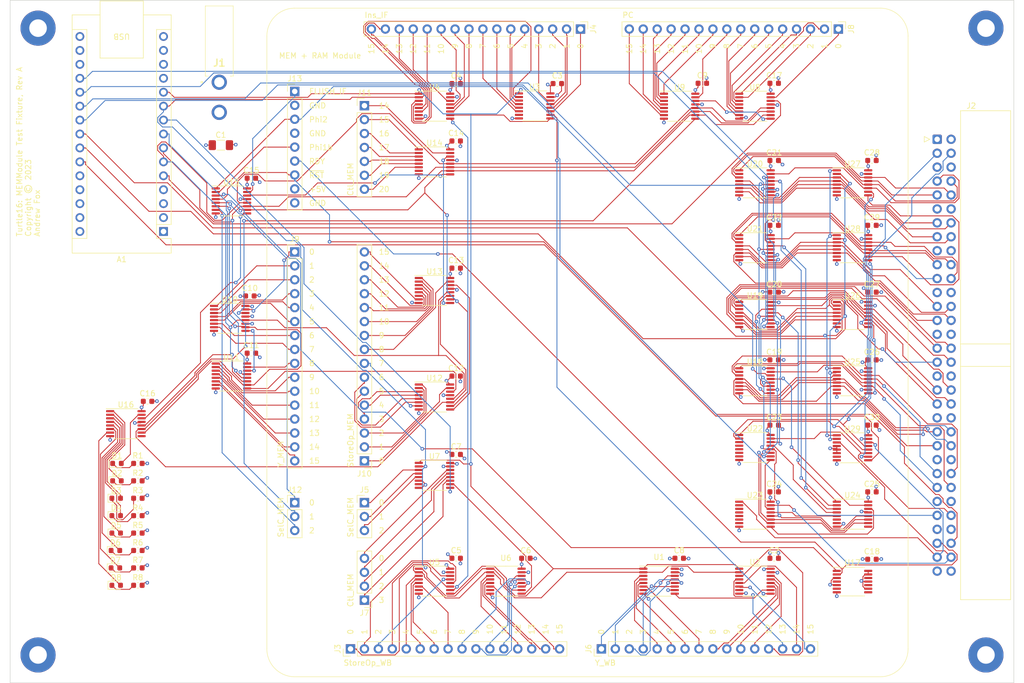
<source format=kicad_pcb>
(kicad_pcb (version 20241229) (generator "pcbnew") (generator_version "9.0")
  (title_block (title "Turtle16: MEMModule Test Fixture") (date "2023-03-21") (rev "A"))
  (layers (0 "F.Cu" signal) (4 "In1.Cu" power) (6 "In2.Cu" power) (2 "B.Cu" signal) (13 "F.Paste" user) (15 "B.Paste" user) (5 "F.SilkS" user "F.Silkscreen") (7 "B.SilkS" user "B.Silkscreen") (1 "F.Mask" user) (3 "B.Mask" user) (25 "Edge.Cuts" user))
  (net 0 "")
  (net 1 "VCC")
  (net 2 "GND")
  (net 5 "/Test Fixture Outputs/SI")
  (net 6 "/Test Fixture Outputs/RCLK")
  (net 7 "/Test Fixture Outputs/SCK")
  (net 8 "/Y_MEM0")
  (net 9 "/Y_MEM1")
  (net 10 "/Y_MEM2")
  (net 11 "/Y_MEM3")
  (net 12 "/Y_MEM4")
  (net 13 "/Y_MEM5")
  (net 14 "/Y_MEM6")
  (net 15 "/Y_MEM7")
  (net 16 "/Y_MEM8")
  (net 17 "/Y_MEM9")
  (net 18 "/Y_MEM10")
  (net 19 "/Y_MEM11")
  (net 20 "/Y_MEM12")
  (net 21 "/Y_MEM13")
  (net 22 "/Y_MEM14")
  (net 23 "/Y_MEM15")
  (net 24 "/SelC_MEM0")
  (net 25 "/SelC_MEM1")
  (net 26 "/SelC_MEM2")
  (net 27 "/Ctl_MEM14")
  (net 28 "/Ctl_MEM15")
  (net 29 "/Ctl_MEM16")
  (net 30 "/Ctl_MEM17")
  (net 31 "/Ctl_MEM18")
  (net 32 "/Ctl_MEM19")
  (net 33 "/Ctl_MEM20")
  (net 34 "/StoreOp_MEM0")
  (net 35 "/StoreOp_MEM1")
  (net 36 "/StoreOp_MEM2")
  (net 37 "/StoreOp_MEM3")
  (net 38 "/StoreOp_MEM4")
  (net 39 "/StoreOp_MEM5")
  (net 40 "/StoreOp_MEM6")
  (net 41 "/StoreOp_MEM7")
  (net 42 "/StoreOp_MEM8")
  (net 43 "/StoreOp_MEM9")
  (net 44 "/StoreOp_MEM10")
  (net 45 "/StoreOp_MEM11")
  (net 46 "/StoreOp_MEM12")
  (net 47 "/StoreOp_MEM13")
  (net 48 "/StoreOp_MEM14")
  (net 49 "/StoreOp_MEM15")
  (net 50 "/Ctl_WB17")
  (net 51 "/Ctl_WB18")
  (net 52 "/Ctl_WB19")
  (net 53 "/Ctl_WB20")
  (net 54 "/Test Fixture Outputs/~{CLR}")
  (net 55 "/Test Fixture Inputs/SO")
  (net 56 "/Test Fixture Inputs/SCK")
  (net 57 "/Test Fixture Inputs/~{PL}")
  (net 65 "/System Memory Bus Output/~{CLR}")
  (net 66 "/System Memory Bus Output/SCK")
  (net 67 "/System Memory Bus Output/RCLK")
  (net 68 "/System Memory Bus Output/SI")
  (net 69 "/System Memory Bus Input/~{PL}")
  (net 70 "/Ins_IF0")
  (net 71 "/Ins_IF1")
  (net 72 "/Ins_IF2")
  (net 73 "/Ins_IF3")
  (net 74 "/Ins_IF4")
  (net 75 "/Ins_IF5")
  (net 76 "/Ins_IF6")
  (net 77 "/Ins_IF7")
  (net 78 "/Ins_IF8")
  (net 79 "/Ins_IF9")
  (net 80 "/Ins_IF10")
  (net 81 "/Ins_IF11")
  (net 82 "/Ins_IF12")
  (net 83 "/Ins_IF13")
  (net 84 "/Ins_IF14")
  (net 85 "/Ins_IF15")
  (net 86 "/SelC_WB0")
  (net 87 "/SelC_WB1")
  (net 88 "/SelC_WB2")
  (net 89 "/Y_WB0")
  (net 90 "/Y_WB1")
  (net 91 "/Y_WB2")
  (net 92 "/Y_WB3")
  (net 93 "/Y_WB4")
  (net 94 "/Y_WB5")
  (net 95 "/Y_WB6")
  (net 96 "/Y_WB7")
  (net 97 "/Y_WB8")
  (net 98 "/Y_WB9")
  (net 99 "/Y_WB10")
  (net 100 "/Y_WB11")
  (net 101 "/Y_WB12")
  (net 102 "/Y_WB13")
  (net 103 "/Y_WB14")
  (net 104 "/Y_WB15")
  (net 105 "/StoreOp_WB0")
  (net 106 "/StoreOp_WB1")
  (net 107 "/StoreOp_WB2")
  (net 108 "/StoreOp_WB3")
  (net 109 "/StoreOp_WB4")
  (net 110 "/StoreOp_WB5")
  (net 111 "/StoreOp_WB6")
  (net 112 "/StoreOp_WB7")
  (net 113 "/StoreOp_WB8")
  (net 114 "/StoreOp_WB9")
  (net 115 "/StoreOp_WB10")
  (net 116 "/StoreOp_WB11")
  (net 117 "/StoreOp_WB12")
  (net 118 "/StoreOp_WB13")
  (net 119 "/StoreOp_WB14")
  (net 120 "/StoreOp_WB15")
  (net 121 "/System Memory Bus Input/SCK")
  (net 122 "/System Memory Bus Input/SO")
  (net 125 "Net-(D1-K)")
  (net 126 "Net-(D1-A)")
  (net 127 "Net-(D2-K)")
  (net 128 "Net-(D2-A)")
  (net 129 "/MEM Prototype Inputs/PC0")
  (net 130 "/MEM Prototype Inputs/PC1")
  (net 131 "/MEM Prototype Inputs/PC2")
  (net 132 "/MEM Prototype Inputs/PC3")
  (net 133 "/MEM Prototype Inputs/PC4")
  (net 134 "/MEM Prototype Inputs/PC5")
  (net 135 "/MEM Prototype Inputs/PC6")
  (net 136 "/MEM Prototype Inputs/PC7")
  (net 137 "/MEM Prototype Inputs/PC8")
  (net 138 "/MEM Prototype Inputs/PC9")
  (net 139 "/MEM Prototype Inputs/PC10")
  (net 140 "/MEM Prototype Inputs/PC11")
  (net 141 "/MEM Prototype Inputs/PC12")
  (net 142 "/MEM Prototype Inputs/PC13")
  (net 143 "/MEM Prototype Inputs/PC14")
  (net 144 "/MEM Prototype Inputs/PC15")
  (net 145 "/MEM Prototype Inputs/FLUSH_IF")
  (net 146 "/MEM Prototype Inputs/Phi2")
  (net 147 "/MEM Prototype Inputs/Phi1b")
  (net 148 "/MEM Prototype Inputs/RDY")
  (net 149 "/MEM Prototype Inputs/~{RST_sync}")
  (net 150 "Net-(D3-K)")
  (net 151 "Net-(D3-A)")
  (net 152 "Net-(D4-K)")
  (net 153 "Net-(D4-A)")
  (net 154 "Net-(D5-K)")
  (net 155 "Net-(D5-A)")
  (net 156 "Net-(D6-K)")
  (net 157 "Net-(D6-A)")
  (net 158 "Net-(D7-K)")
  (net 159 "Net-(D7-A)")
  (net 160 "Net-(D8-K)")
  (net 161 "Net-(D8-A)")
  (net 162 "/System Bus Connector/Bank1")
  (net 163 "/System Bus Connector/Bank2")
  (net 164 "/System Bus Connector/Addr0")
  (net 165 "/System Bus Connector/Addr1")
  (net 166 "/System Bus Connector/Addr2")
  (net 167 "/System Bus Connector/Addr3")
  (net 168 "/System Bus Connector/Addr4")
  (net 169 "/System Bus Connector/Addr5")
  (net 170 "/System Bus Connector/Addr6")
  (net 171 "/System Bus Connector/Addr7")
  (net 172 "/System Bus Connector/Addr8")
  (net 173 "/System Bus Connector/Addr9")
  (net 174 "/System Bus Connector/Addr10")
  (net 175 "/System Bus Connector/Addr11")
  (net 176 "/System Bus Connector/Addr12")
  (net 177 "/System Bus Connector/Addr13")
  (net 178 "/System Bus Connector/Addr14")
  (net 179 "/System Bus Connector/Addr15")
  (net 180 "/System Bus Connector/IO14")
  (net 181 "/System Bus Connector/IO15")
  (net 182 "/System Bus Connector/IO12")
  (net 183 "/System Bus Connector/IO13")
  (net 184 "/System Bus Connector/IO10")
  (net 185 "/System Bus Connector/IO11")
  (net 186 "/System Bus Connector/IO8")
  (net 187 "/System Bus Connector/IO9")
  (net 188 "/System Bus Connector/IO6")
  (net 189 "/System Bus Connector/IO7")
  (net 190 "/System Bus Connector/IO4")
  (net 191 "/System Bus Connector/IO5")
  (net 192 "/System Bus Connector/IO2")
  (net 193 "/System Bus Connector/IO3")
  (net 194 "/System Bus Connector/IO0")
  (net 195 "/System Bus Connector/IO1")
  (net 196 "/System Bus Connector/Bank0")
  (net 197 "/System Bus Connector/~{MemStore}")
  (net 198 "/System Bus Connector/~{MemLoad}")
  (net 200 "Net-(U1-Q7)")
  (net 202 "Net-(U2-Q7)")
  (net 204 "Net-(U3-Q7)")
  (net 206 "Net-(U4-Q7)")
  (net 208 "Net-(U5-Q7)")
  (net 210 "Net-(U6-Q7)")
  (net 212 "Net-(U8-QH')")
  (net 213 "Net-(U10-SER)")
  (net 214 "Net-(U10-QH')")
  (net 215 "Net-(U11-QH')")
  (net 216 "Net-(U12-QH')")
  (net 217 "Net-(U13-QH')")
  (net 219 "Net-(U14-QH')")
  (net 220 "Net-(U15-QH')")
  (net 221 "/Test Fixture Outputs/SO")
  (net 222 "Net-(U15-QD)")
  (net 223 "/System Memory Bus Output/OE0")
  (net 224 "Net-(U18-QH')")
  (net 225 "/System Memory Bus Output/OE1")
  (net 226 "Net-(U19-QH')")
  (net 227 "/System Memory Bus Output/OE2")
  (net 228 "Net-(U20-QH')")
  (net 229 "/System Memory Bus Output/OE3")
  (net 235 "Net-(U21-QH')")
  (net 236 "/System Memory Bus Output/OE4")
  (net 243 "Net-(U22-QH')")
  (net 244 "/System Memory Bus Output/OE5")
  (net 247 "/System Memory Bus Output/SO")
  (net 251 "Net-(U25-Q7)")
  (net 253 "Net-(U26-Q7)")
  (net 255 "Net-(U27-Q7)")
  (net 258 "Net-(U23-QH')")
  (net 261 "Net-(U28-Q7)")
  (footprint "LED_SMD:LED_0603_1608Metric" (layer "F.Cu") (at 71.755 128.905)
    (property "Reference" "D7")
    (property "Value" "Red")
  )
  (footprint "Capacitor_SMD:C_0603_1608Metric" (layer "F.Cu") (at 75.845 119.38)
    (property "Reference" "R4")
    (property "Value" "270R")
  )
  (footprint "Capacitor_SMD:C_0603_1608Metric" (layer "F.Cu") (at 75.845 109.855)
    (property "Reference" "R1")
    (property "Value" "270R")
  )
  (footprint "Capacitor_SMD:C_0603_1608Metric" (layer "F.Cu") (at 75.845 116.205)
    (property "Reference" "R3")
    (property "Value" "270R")
  )
  (footprint "Connector_PinHeader_2.54mm:PinHeader_1x07_P2.54mm_Vertical" (layer "F.Cu") (at 117.1299 44.6171)
    (property "Reference" "J11")
    (property "Value" "Ctl_MEM")
  )
  (footprint "Capacitor_SMD:C_0603_1608Metric" (layer "F.Cu") (at 75.845 122.555)
    (property "Reference" "R5")
    (property "Value" "270R")
  )
  (footprint "Package_SO:TSSOP-16_4.4x5mm_P0.65mm" (layer "F.Cu") (at 174.5665 44.715)
    (property "Reference" "U9")
    (property "Value" "74HC595")
  )
  (footprint "Capacitor_SMD:C_0603_1608Metric" (layer "F.Cu") (at 75.845 125.73)
    (property "Reference" "R6")
    (property "Value" "270R")
  )
  (footprint "Package_SO:TSSOP-16_4.4x5mm_P0.65mm" (layer "F.Cu") (at 206.0625 119.115)
    (property "Reference" "U24")
    (property "Value" "74HC595")
  )
  (footprint "Capacitor_SMD:C_0603_1608Metric" (layer "F.Cu") (at 96.533 57.837)
    (property "Reference" "C15")
    (property "Value" "0.1µF")
  )
  (footprint "Capacitor_SMD:C_0603_1608Metric" (layer "F.Cu") (at 75.845 132.08)
    (property "Reference" "R8")
    (property "Value" "270R")
  )
  (footprint "MountingHole:MountingHole_3.2mm_M3_Pad" (layer "F.Cu") (at 230.378 30.48)
    (property "Reference" "H3" (hide yes))
    (property "Value" "MountingHole_Pad")
  )
  (footprint "Capacitor_SMD:C_0603_1608Metric" (layer "F.Cu") (at 191.793 66.436)
    (property "Reference" "C22")
    (property "Value" "0.1µF")
  )
  (footprint "Package_SO:TSSOP-16_4.4x5mm_P0.65mm" (layer "F.Cu") (at 92.8955 61.987)
    (property "Reference" "U15")
    (property "Value" "74HC595")
  )
  (footprint "Connector_Molex:172448-0002" (layer "F.Cu") (at 90.678 40.336 180)
    (property "Reference" "J1")
    (property "Value" "Power" (hide yes))
  )
  (footprint "Capacitor_SMD:C_0603_1608Metric" (layer "F.Cu") (at 191.793 40.535)
    (property "Reference" "C17")
    (property "Value" "0.1µF")
  )
  (footprint "Connector_PinHeader_2.54mm:PinHeader_1x16_P2.54mm_Vertical" (layer "F.Cu") (at 114.5899 143.6771 90)
    (property "Reference" "J3")
    (property "Value" "StoreOp_WB")
  )
  (footprint "Package_SO:TSSOP-16_4.4x5mm_P0.65mm" (layer "F.Cu") (at 142.9075 131.329)
    (property "Reference" "U6")
    (property "Value" "74HC165")
  )
  (footprint "LED_SMD:LED_0603_1608Metric" (layer "F.Cu") (at 72.035 113.03)
    (property "Reference" "D2")
    (property "Value" "Red")
  )
  (footprint "Capacitor_SMD:C_0603_1608Metric" (layer "F.Cu") (at 75.845 113.03)
    (property "Reference" "R2")
    (property "Value" "270R")
  )
  (footprint "LED_SMD:LED_0603_1608Metric" (layer "F.Cu") (at 72.035 109.855)
    (property "Reference" "D1")
    (property "Value" "Red")
  )
  (footprint "Package_SO:TSSOP-16_4.4x5mm_P0.65mm" (layer "F.Cu") (at 188.2825 58.685)
    (property "Reference" "U20")
    (property "Value" "74HC595")
  )
  (footprint "LED_SMD:LED_0603_1608Metric" (layer "F.Cu") (at 71.895 122.555)
    (property "Reference" "D5")
    (property "Value" "Red")
  )
  (footprint "Package_SO:TSSOP-14_4.4x5mm_P0.65mm" (layer "F.Cu") (at 206.0625 131.4)
    (property "Reference" "U17")
    (property "Value" "74HCT05")
  )
  (footprint "Capacitor_SMD:C_0603_1608Metric" (layer "F.Cu") (at 209.6055 54.61)
    (property "Reference" "C28")
    (property "Value" "0.1µF")
  )
  (footprint "LED_SMD:LED_0603_1608Metric" (layer "F.Cu") (at 71.895 119.38)
    (property "Reference" "D4")
    (property "Value" "Red")
  )
  (footprint "Package_SO:TSSOP-16_4.4x5mm_P0.65mm" (layer "F.Cu") (at 129.895 97.7392)
    (property "Reference" "U12")
    (property "Value" "74HC595")
  )
  (footprint "Package_SO:TSSOP-16_4.4x5mm_P0.65mm" (layer "F.Cu") (at 188.2825 119.115)
    (property "Reference" "U23")
    (property "Value" "74HC595")
  )
  (footprint "Package_SO:TSSOP-16_4.4x5mm_P0.65mm" (layer "F.Cu") (at 92.8955 93.9142)
    (property "Reference" "U11")
    (property "Value" "74HC595")
  )
  (footprint "Connector_PinHeader_2.54mm:PinHeader_1x16_P2.54mm_Vertical" (layer "F.Cu") (at 117.1299 109.3871 180)
    (property "Reference" "J10")
    (property "Value" "StoreOp_MEM")
  )
  (footprint "Connector_PinHeader_2.54mm:PinHeader_1x09_P2.54mm_Vertical" (layer "F.Cu") (at 104.4299 42.0171)
    (property "Reference" "J13")
    (property "Value" "Control Signals")
  )
  (footprint "Package_SO:TSSOP-16_4.4x5mm_P0.65mm" (layer "F.Cu") (at 188.2825 82.703)
    (property "Reference" "U19")
    (property "Value" "74HC595")
  )
  (footprint "Capacitor_SMD:C_0603_1608Metric" (layer "F.Cu") (at 191.793 127.149)
    (property "Reference" "C2")
    (property "Value" "0.1µF")
  )
  (footprint "Capacitor_SMD:C_0603_1608Metric" (layer "F.Cu") (at 209.6055 78.628)
    (property "Reference" "C27")
    (property "Value" "0.1µF")
  )
  (footprint "Capacitor_SMD:C_0603_1608Metric" (layer "F.Cu") (at 174.485 127.149)
    (property "Reference" "C8")
    (property "Value" "0.1µF")
  )
  (footprint "Connector_PinHeader_2.54mm:PinHeader_1x16_P2.54mm_Vertical" (layer "F.Cu") (at 203.4899 30.6471 -90)
    (property "Reference" "J8")
    (property "Value" "PC")
  )
  (footprint "Capacitor_SMD:C_0603_1608Metric" (layer "F.Cu") (at 178.699 40.535)
    (property "Reference" "C9")
    (property "Value" "0.1µF")
  )
  (footprint "Capacitor_SMD:C_1206_3216Metric_Pad1.33x1.80mm_HandSolder" (layer "F.Cu") (at 90.9705 51.816)
    (property "Reference" "C1")
    (property "Value" "100µF")
  )
  (footprint "Capacitor_SMD:C_0603_1608Metric" (layer "F.Cu") (at 152.273 40.5892)
    (property "Reference" "C3")
    (property "Value" "0.1µF")
  )
  (footprint "Capacitor_SMD:C_0603_1608Metric" (layer "F.Cu") (at 146.545 127.149)
    (property "Reference" "C6")
    (property "Value" "0.1µF")
  )
  (footprint "Capacitor_SMD:C_0603_1608Metric" (layer "F.Cu") (at 191.793 90.973)
    (property "Reference" "C19")
    (property "Value" "0.1µF")
  )
  (footprint "Package_SO:TSSOP-16_4.4x5mm_P0.65mm" (layer "F.Cu") (at 188.2825 44.715)
    (property "Reference" "U8")
    (property "Value" "74HC595")
  )
  (footprint "Module:Arduino_Nano" (layer "F.Cu") (at 80.518 67.564 180)
    (property "Reference" "A1")
    (property "Value" "Arduino_Nano_Every")
  )
  (footprint "Capacitor_SMD:C_0603_1608Metric" (layer "F.Cu") (at 191.793 54.61)
    (property "Reference" "C21")
    (property "Value" "0.1µF")
  )
  (footprint "Package_SO:TSSOP-16_4.4x5mm_P0.65mm" (layer "F.Cu") (at 129.895 112.025)
    (property "Reference" "U7")
    (property "Value" "74HC165")
  )
  (footprint "Capacitor_SMD:C_0603_1608Metric" (layer "F.Cu") (at 209.6055 115.04)
    (property "Reference" "C25")
    (property "Value" "0.1µF")
  )
  (footprint "Capacitor_SMD:C_0603_1608Metric" (layer "F.Cu") (at 133.845 93.9292)
    (property "Reference" "C12")
    (property "Value" "0.1µF")
  )
  (footprint "Capacitor_SMD:C_0603_1608Metric" (layer "F.Cu") (at 191.793 115.04)
    (property "Reference" "C24")
    (property "Value" "0.1µF")
  )
  (footprint "Capacitor_SMD:C_0603_1608Metric" (layer "F.Cu") (at 209.6055 66.436)
    (property "Reference" "C29")
    (property "Value" "0.1µF")
  )
  (footprint "LED_SMD:LED_0603_1608Metric" (layer "F.Cu") (at 71.895 132.08)
    (property "Reference" "D8")
    (property "Value" "Red")
  )
  (footprint "Package_SO:TSSOP-16_4.4x5mm_P0.65mm" (layer "F.Cu") (at 206.0625 107.005)
    (property "Reference" "U29")
    (property "Value" "74HC165")
  )
  (footprint "Package_SO:TSSOP-16_4.4x5mm_P0.65mm" (layer "F.Cu") (at 129.895 131.329)
    (property "Reference" "U5")
    (property "Value" "74HC165")
  )
  (footprint "Capacitor_SMD:C_0603_1608Metric" (layer "F.Cu") (at 75.845 128.905)
    (property "Reference" "R7")
    (property "Value" "270R")
  )
  (footprint "Package_SO:TSSOP-16_4.4x5mm_P0.65mm" (layer "F.Cu") (at 148.1505 44.6642)
    (property "Reference" "U3")
    (property "Value" "74HC165")
  )
  (footprint "MountingHole:MountingHole_3.2mm_M3_Pad" (layer "F.Cu") (at 57.658 30.48)
    (property "Reference" "H1" (hide yes))
    (property "Value" "MountingHole_Pad")
  )
  (footprint "Capacitor_SMD:C_0603_1608Metric" (layer "F.Cu") (at 209.6055 127.336)
    (property "Reference" "C18")
    (property "Value" "0.1µF")
  )
  (footprint "Package_SO:TSSOP-16_4.4x5mm_P0.65mm" (layer "F.Cu") (at 92.583 83.3992)
    (property "Reference" "U10")
    (property "Value" "74HC595")
  )
  (footprint "Package_SO:TSSOP-16_4.4x5mm_P0.65mm" (layer "F.Cu") (at 206.0625 82.703)
    (property "Reference" "U26")
    (property "Value" "74HC165")
  )
  (footprint "Package_SO:TSSOP-16_4.4x5mm_P0.65mm" (layer "F.Cu") (at 129.895 54.8692)
    (property "Reference" "U14")
    (property "Value" "74HC595")
  )
  (footprint "MountingHole:MountingHole_3.2mm_M3_Pad" (layer "F.Cu") (at 57.658 144.78)
    (property "Reference" "H4" (hide yes))
    (property "Value" "MountingHole_Pad")
  )
  (footprint "Connector_PinHeader_2.54mm:PinHeader_1x16_P2.54mm_Vertical" (layer "F.Cu") (at 156.4999 30.6471 -90)
    (property "Reference" "J4")
    (property "Value" "Ins_IF")
  )
  (footprint "Connector_PinHeader_2.54mm:PinHeader_1x16_P2.54mm_Vertical" (layer "F.Cu") (at 104.4299 71.2871)
    (property "Reference" "J9")
    (property "Value" "Y_MEM")
  )
  (footprint "Capacitor_SMD:C_0603_1608Metric" (layer "F.Cu") (at 133.845 40.5892)
    (property "Reference" "C4")
    (property "Value" "0.1µF")
  )
  (footprint "Capacitor_SMD:C_0603_1608Metric" (layer "F.Cu") (at 77.61 98.53)
    (property "Reference" "C16")
    (property "Value" "0.1µF")
  )
  (footprint "Connector_PinHeader_2.54mm:PinHeader_1x16_P2.54mm_Vertical" (layer "F.Cu") (at 160.3099 143.6771 90)
    (property "Reference" "J6")
    (property "Value" "Y_WB")
  )
  (footprint "Package_SO:TSSOP-16_4.4x5mm_P0.65mm" (layer "F.Cu") (at 188.2825 70.511)
    (property "Reference" "U21")
    (property "Value" "74HC595")
  )
  (footprint "Capacitor_SMD:C_0603_1608Metric" (layer "F.Cu") (at 191.793 102.87)
    (property "Reference" "C23")
    (property "Value" "0.1µF")
  )
  (footprint "Connector_PinHeader_2.54mm:PinHeader_1x04_P2.54mm_Vertical" (layer "F.Cu") (at 117.1299 134.7871 180)
    (property "Reference" "J7")
    (property "Value" "Ctl_MEM")
  )
  (footprint "Package_SO:TSSOP-16_4.4x5mm_P0.65mm" (layer "F.Cu") (at 188.2825 106.945)
    (property "Reference" "U22")
    (property "Value" "74HC595")
  )
  (footprint "Connector_PinHeader_2.54mm:PinHeader_1x03_P2.54mm_Vertical" (layer "F.Cu") (at 104.4299 117.0071)
    (property "Reference" "J12")
    (property "Value" "SelC_MEM")
  )
  (footprint "Connector_IDC:IDC-Header_2x32_P2.54mm_Horizontal" (layer "F.Cu") (at 221.488 50.7492)
    (property "Reference" "J2")
    (property "Value" "71922-164LF")
  )
  (footprint "MountingHole:MountingHole_3.2mm_M3_Pad" (layer "F.Cu") (at 230.378 144.78)
    (property "Reference" "H2" (hide yes))
    (property "Value" "MountingHole_Pad")
  )
  (footprint "LED_SMD:LED_0603_1608Metric" (layer "F.Cu") (at 71.755 125.73)
    (property "Reference" "D6")
    (property "Value" "Red")
  )
  (footprint "Package_SO:TSSOP-16_4.4x5mm_P0.65mm" (layer "F.Cu") (at 129.895 44.7092)
    (property "Reference" "U4")
    (property "Value" "74HC165")
  )
  (footprint "LED_SMD:LED_0603_1608Metric" (layer "F.Cu") (at 71.895 116.205)
    (property "Reference" "D3")
    (property "Value" "Red")
  )
  (footprint "Package_SO:TSSOP-16_4.4x5mm_P0.65mm" (layer "F.Cu") (at 73.66 102.605)
    (property "Reference" "U16")
    (property "Value" "74HC595")
  )
  (footprint "Package_SO:TSSOP-16_4.4x5mm_P0.65mm" (layer "F.Cu") (at 188.2825 131.329)
    (property "Reference" "U2")
    (property "Value" "74HC165")
  )
  (footprint "Capacitor_SMD:C_0603_1608Metric" (layer "F.Cu") (at 96.253 79.3242)
    (property "Reference" "C10")
    (property "Value" "0.1µF")
  )
  (footprint "Capacitor_SMD:C_0603_1608Metric" (layer "F.Cu") (at 133.845 127.149)
    (property "Reference" "C5")
    (property "Value" "0.1µF")
  )
  (footprint "Capacitor_SMD:C_0603_1608Metric" (layer "F.Cu") (at 133.845 74.2442)
    (property "Reference" "C13")
    (property "Value" "0.1µF")
  )
  (footprint "Capacitor_SMD:C_0603_1608Metric" (layer "F.Cu") (at 191.793 78.628)
    (property "Reference" "C20")
    (property "Value" "0.1µF")
  )
  (footprint "Capacitor_SMD:C_0603_1608Metric" (layer "F.Cu") (at 209.6055 90.973)
    (property "Reference" "C26")
    (property "Value" "0.1µF")
  )
  (footprint "Capacitor_SMD:C_0603_1608Metric" (layer "F.Cu") (at 209.6055 102.87)
    (property "Reference" "C30")
    (property "Value" "0.1µF")
  )
  (footprint "Package_SO:TSSOP-16_4.4x5mm_P0.65mm" (layer "F.Cu") (at 206.0625 94.783)
    (property "Reference" "U25")
    (property "Value" "74HC165")
  )
  (footprint "Package_SO:TSSOP-16_4.4x5mm_P0.65mm" (layer "F.Cu") (at 170.815 131.329)
    (property "Reference" "U1")
    (property "Value" "74HC165")
  )
  (footprint "Package_SO:TSSOP-16_4.4x5mm_P0.65mm" (layer "F.Cu") (at 206.0625 70.511)
    (property "Reference" "U28")
    (property "Value" "74HC165")
  )
  (footprint "Connector_PinHeader_2.54mm:PinHeader_1x03_P2.54mm_Vertical" (layer "F.Cu") (at 117.1299 117.0071)
    (property "Reference" "J5")
    (property "Value" "SelC_MEM")
  )
  (footprint "Capacitor_SMD:C_0603_1608Metric" (layer "F.Cu") (at 96.533 89.7492)
    (property "Reference" "C11")
    (property "Value" "0.1µF")
  )
  (footprint "Package_SO:TSSOP-16_4.4x5mm_P0.65mm" (layer "F.Cu") (at 188.2825 94.783)
    (property "Reference" "U18")
    (property "Value" "74HC595")
  )
  (footprint "Capacitor_SMD:C_0603_1608Metric" (layer "F.Cu") (at 133.845 108.215)
    (property "Reference" "C7")
    (property "Value" "0.1µF")
  )
  (footprint "Capacitor_SMD:C_0603_1608Metric" (layer "F.Cu") (at 133.845 51.0592)
    (property "Reference" "C14")
    (property "Value" "0.1µF")
  )
  (footprint "Package_SO:TSSOP-16_4.4x5mm_P0.65mm" (layer "F.Cu") (at 206.0625 58.685)
    (property "Reference" "U27")
    (property "Value" "74HC165")
  )
  (footprint "Package_SO:TSSOP-16_4.4x5mm_P0.65mm" (layer "F.Cu") (at 129.895 78.3192)
    (property "Reference" "U13")
    (property "Value" "74HC595")
  )
  (gr_line (start 104.430062 26.837135) (end 211.110062 26.837135) (stroke (width 0.1)) (layer "F.SilkS"))
  (gr_line (start 99.350062 31.917135) (end 99.350062 143.677135) (stroke (width 0.1)) (layer "F.SilkS"))
  (gr_arc (start 104.430062 148.757135) (mid 100.838001 147.269197) (end 99.350062 143.677135) (stroke (width 0.1)) (layer "F.SilkS"))
  (gr_line (start 216.190062 143.677135) (end 216.190062 31.917135) (stroke (width 0.1)) (layer "F.SilkS"))
  (gr_arc (start 99.350062 31.917135) (mid 100.83798 28.325061) (end 104.430062 26.837135) (stroke (width 0.1)) (layer "F.SilkS"))
  (gr_arc (start 216.190062 143.677135) (mid 214.702214 147.269295) (end 211.110062 148.757135) (stroke (width 0.1)) (layer "F.SilkS"))
  (gr_line (start 104.430062 148.757135) (end 211.110062 148.757135) (stroke (width 0.1)) (layer "F.SilkS"))
  (gr_arc (start 211.110062 26.837135) (mid 214.702147 28.325051) (end 216.190062 31.917135) (stroke (width 0.1)) (layer "F.SilkS"))
  (gr_line (start 52.578 149.86) (end 52.578 25.4) (stroke (width 0.1)) (layer "Edge.Cuts"))
  (gr_line (start 235.458 149.86) (end 52.578 149.86) (stroke (width 0.1)) (layer "Edge.Cuts"))
  (gr_line (start 235.458 25.4) (end 235.458 149.86) (stroke (width 0.1)) (layer "Edge.Cuts"))
  (gr_line (start 52.578 25.4) (end 235.458 25.4) (stroke (width 0.1)) (layer "Edge.Cuts"))
  (gr_text "8" (at 106.970062 91.607135 0) (layer "F.SilkS") (effects (font (size 1 1)) (justify left)))
  (gr_text "5" (at 143.800062 33.187135 90) (layer "F.SilkS") (effects (font (size 1 1)) (justify right)))
  (gr_text "6" (at 188.250062 33.187135 90) (layer "F.SilkS") (effects (font (size 1 1)) (justify right)))
  (gr_text "11" (at 188.250062 141.137135 90) (layer "F.SilkS") (effects (font (size 1 1)) (justify left)))
  (gr_text "0" (at 106.970062 117.007135 0) (layer "F.SilkS") (effects (font (size 1 1)) (justify left)))
  (gr_text "4" (at 193.330062 33.187135 90) (layer "F.SilkS") (effects (font (size 1 1)) (justify right)))
  (gr_text "3" (at 148.880062 33.187135 90) (layer "F.SilkS") (effects (font (size 1 1)) (justify right)))
  (gr_text "8" (at 134.910062 141.137135 90) (layer "F.SilkS") (effects (font (size 1 1)) (justify left)))
  (gr_text "11" (at 119.670062 81.447135 0) (layer "F.SilkS") (effects (font (size 1 1)) (justify left)))
  (gr_text "7" (at 132.370062 141.137135 90) (layer "F.SilkS") (effects (font (size 1 1)) (justify left)))
  (gr_text "7" (at 138.720062 33.187135 90) (layer "F.SilkS") (effects (font (size 1 1)) (justify right)))
  (gr_text "10" (at 106.970062 96.687135 0) (layer "F.SilkS") (effects (font (size 1 1)) (justify left)))
  (gr_text "6" (at 106.970062 86.527135 0) (layer "F.SilkS") (effects (font (size 1 1)) (justify left)))
  (gr_text "0" (at 106.970062 71.287135 0) (layer "F.SilkS") (effects (font (size 1 1)) (justify left)))
  (gr_text "13" (at 193.330062 141.137135 90) (layer "F.SilkS") (effects (font (size 1 1)) (justify left)))
  (gr_text "1" (at 106.970062 119.547135 0) (layer "F.SilkS") (effects (font (size 1 1)) (justify left)))
  (gr_text "4" (at 106.970062 81.447135 0) (layer "F.SilkS") (effects (font (size 1 1)) (justify left)))
  (gr_text "15" (at 119.670062 71.287135 0) (layer "F.SilkS") (effects (font (size 1 1)) (justify left)))
  (gr_text "1" (at 119.670062 106.847135 0) (layer "F.SilkS") (effects (font (size 1 1)) (justify left)))
  (gr_text "5" (at 173.010062 141.137135 90) (layer "F.SilkS") (effects (font (size 1 1)) (justify left)))
  (gr_text "19" (at 119.670062 57.317135 0) (layer "F.SilkS") (effects (font (size 1 1)) (justify left)))
  (gr_text "7" (at 119.670062 91.607135 0) (layer "F.SilkS") (effects (font (size 1 1)) (justify left)))
  (gr_text "9" (at 119.670062 86.527135 0) (layer "F.SilkS") (effects (font (size 1 1)) (justify left)))
  (gr_text "2" (at 119.670062 132.247135 0) (layer "F.SilkS") (effects (font (size 1 1)) (justify left)))
  (gr_text "8" (at 180.630062 141.137135 90) (layer "F.SilkS") (effects (font (size 1 1)) (justify left)))
  (gr_text "13" (at 119.670062 76.367135 0) (layer "F.SilkS") (effects (font (size 1 1)) (justify left)))
  (gr_text "10" (at 185.710062 141.137135 90) (layer "F.SilkS") (effects (font (size 1 1)) (justify left)))
  (gr_text "+5V" (at 106.970062 59.857135 0) (layer "F.SilkS") (effects (font (size 1 1)) (justify left)))
  (gr_text "FLUSH_IF" (at 106.970062 42.017135 0) (layer "F.SilkS") (effects (font (size 1 1)) (justify left)))
  (gr_text "2" (at 198.410062 33.187135 90) (layer "F.SilkS") (effects (font (size 1 1)) (justify right)))
  (gr_text "2" (at 119.670062 122.087135 0) (layer "F.SilkS") (effects (font (size 1 1)) (justify left)))
  (gr_text "15" (at 198.410062 141.137135 90) (layer "F.SilkS") (effects (font (size 1 1)) (justify left)))
  (gr_text "0" (at 119.670062 109.387135 0) (layer "F.SilkS") (effects (font (size 1 1)) (justify left)))
  (gr_text "12" (at 173.010062 33.187135 90) (layer "F.SilkS") (effects (font (size 1 1)) (justify right)))
  (gr_text "4" (at 146.340062 33.187135 90) (layer "F.SilkS") (effects (font (size 1 1)) (justify right)))
  (gr_text "14" (at 119.670062 73.827135 0) (layer "F.SilkS") (effects (font (size 1 1)) (justify left)))
  (gr_text "15" (at 106.970062 109.387135 0) (layer "F.SilkS") (effects (font (size 1 1)) (justify left)))
  (gr_text "6" (at 141.260062 33.187135 90) (layer "F.SilkS") (effects (font (size 1 1)) (justify right)))
  (gr_text "2" (at 106.970062 122.087135 0) (layer "F.SilkS") (effects (font (size 1 1)) (justify left)))
  (gr_text "14" (at 195.870062 141.137135 90) (layer "F.SilkS") (effects (font (size 1 1)) (justify left)))
  (gr_text "GND" (at 106.970062 44.617135 0) (layer "F.SilkS") (effects (font (size 1 1)) (justify left)))
  (gr_text "8" (at 183.170062 33.187135 90) (layer "F.SilkS") (effects (font (size 1 1)) (justify right)))
  (gr_text "12" (at 119.670062 78.907135 0) (layer "F.SilkS") (effects (font (size 1 1)) (justify left)))
  (gr_text "3" (at 122.210062 141.137135 90) (layer "F.SilkS") (effects (font (size 1 1)) (justify left)))
  (gr_text "11" (at 106.970062 99.227135 0) (layer "F.SilkS") (effects (font (size 1 1)) (justify left)))
  (gr_text "15" (at 165.390062 33.187135 90) (layer "F.SilkS") (effects (font (size 1 1)) (justify right)))
  (gr_text "Phi2" (at 106.970062 47.157135 0) (layer "F.SilkS") (effects (font (size 1 1)) (justify left)))
  (gr_text "1" (at 162.850062 141.137135 90) (layer "F.SilkS") (effects (font (size 1 1)) (justify left)))
  (gr_text "9" (at 137.450062 141.137135 90) (layer "F.SilkS") (effects (font (size 1 1)) (justify left)))
  (gr_text "1" (at 119.670062 119.547135 0) (layer "F.SilkS") (effects (font (size 1 1)) (justify left)))
  (gr_text "14" (at 119.670062 44.617135 0) (layer "F.SilkS") (effects (font (size 1 1)) (justify left)))
  (gr_text "0" (at 160.310062 141.137135 90) (layer "F.SilkS") (effects (font (size 1 1)) (justify left)))
  (gr_text "1" (at 119.670062 129.707135 0) (layer "F.SilkS") (effects (font (size 1 1)) (justify left)))
  (gr_text "5" (at 127.290062 141.137135 90) (layer "F.SilkS") (effects (font (size 1 1)) (justify left)))
  (gr_text "11" (at 175.550062 33.187135 90) (layer "F.SilkS") (effects (font (size 1 1)) (justify right)))
  (gr_text "11" (at 142.530062 141.137135 90) (layer "F.SilkS") (effects (font (size 1 1)) (justify left)))
  (gr_text "MEM + RAM Module" (at 101.473 35.5092 0) (layer "F.SilkS") (effects (font (size 1 1)) (justify left)))
  (gr_text "10" (at 178.090062 33.187135 90) (layer "F.SilkS") (effects (font (size 1 1)) (justify right)))
  (gr_text "5" (at 119.670062 96.687135 0) (layer "F.SilkS") (effects (font (size 1 1)) (justify left)))
  (gr_text "14" (at 167.930062 33.187135 90) (layer "F.SilkS") (effects (font (size 1 1)) (justify right)))
  (gr_text "16" (at 119.670062 49.697135 0) (layer "F.SilkS") (effects (font (size 1 1)) (justify left)))
  (gr_text "4" (at 170.470062 141.137135 90) (layer "F.SilkS") (effects (font (size 1 1)) (justify left)))
  (gr_text "0" (at 114.590062 141.137135 90) (layer "F.SilkS") (effects (font (size 1 1)) (justify left)))
  (gr_text "10" (at 139.990062 141.137135 90) (layer "F.SilkS") (effects (font (size 1 1)) (justify left)))
  (gr_text "4" (at 119.670062 99.227135 0) (layer "F.SilkS") (effects (font (size 1 1)) (justify left)))
  (gr_text "1" (at 153.960062 33.187135 90) (layer "F.SilkS") (effects (font (size 1 1)) (justify right)))
  (gr_text "7" (at 106.970062 89.067135 0) (layer "F.SilkS") (effects (font (size 1 1)) (justify left)))
  (gr_text "12" (at 145.070062 141.137135 90) (layer "F.SilkS") (effects (font (size 1 1)) (justify left)))
  (gr_text "14" (at 106.970062 106.847135 0) (layer "F.SilkS") (effects (font (size 1 1)) (justify left)))
  (gr_text "12" (at 190.790062 141.137135 90) (layer "F.SilkS") (effects (font (size 1 1)) (justify left)))
  (gr_text "13" (at 106.970062 104.307135 0) (layer "F.SilkS") (effects (font (size 1 1)) (justify left)))
  (gr_text "12" (at 126.020062 33.187135 90) (layer "F.SilkS") (effects (font (size 1 1)) (justify right)))
  (gr_text "8" (at 136.180062 33.187135 90) (layer "F.SilkS") (effects (font (size 1 1)) (justify right)))
  (gr_text "15" (at 118.400062 33.187135 90) (layer "F.SilkS") (effects (font (size 1 1)) (justify right)))
  (gr_text "8" (at 119.670062 89.067135 0) (layer "F.SilkS") (effects (font (size 1 1)) (justify left)))
  (gr_text "7" (at 178.090062 141.137135 90) (layer "F.SilkS") (effects (font (size 1 1)) (justify left)))
  (gr_text "2" (at 119.670062 104.307135 0) (layer "F.SilkS") (effects (font (size 1 1)) (justify left)))
  (gr_text "Turtle16: MEMModule Test Fixture, Rev A\nCopyright © 2023\nAndrew Fox" (at 55.88 68.58 90) (layer "F.SilkS") (effects (font (size 1 1)) (justify left)))
  (gr_text "20" (at 119.670062 59.857135 0) (layer "F.SilkS") (effects (font (size 1 1)) (justify left)))
  (gr_text "0" (at 156.500062 33.187135 90) (layer "F.SilkS") (effects (font (size 1 1)) (justify right)))
  (gr_text "3" (at 195.870062 33.187135 90) (layer "F.SilkS") (effects (font (size 1 1)) (justify right)))
  (gr_text "GND" (at 106.970062 62.397135 0) (layer "F.SilkS") (effects (font (size 1 1)) (justify left)))
  (gr_text "3" (at 119.670062 101.767135 0) (layer "F.SilkS") (effects (font (size 1 1)) (justify left)))
  (gr_text "GND" (at 106.970062 49.697135 0) (layer "F.SilkS") (effects (font (size 1 1)) (justify left)))
  (gr_text "2" (at 165.390062 141.137135 90) (layer "F.SilkS") (effects (font (size 1 1)) (justify left)))
  (gr_text "13" (at 123.480062 33.187135 90) (layer "F.SilkS") (effects (font (size 1 1)) (justify right)))
  (gr_text "3" (at 106.970062 78.907135 0) (layer "F.SilkS") (effects (font (size 1 1)) (justify left)))
  (gr_text "3" (at 167.930062 141.137135 90) (layer "F.SilkS") (effects (font (size 1 1)) (justify left)))
  (gr_text "Phi1b" (at 106.970062 52.237135 0) (layer "F.SilkS") (effects (font (size 1 1)) (justify left)))
  (gr_text "9" (at 133.640062 33.187135 90) (layer "F.SilkS") (effects (font (size 1 1)) (justify right)))
  (gr_text "14" (at 120.940062 33.187135 90) (layer "F.SilkS") (effects (font (size 1 1)) (justify right)))
  (gr_text "9" (at 180.630062 33.187135 90) (layer "F.SilkS") (effects (font (size 1 1)) (justify right)))
  (gr_text "0" (at 119.670062 127.167135 0) (layer "F.SilkS") (effects (font (size 1 1)) (justify left)))
  (gr_text "1" (at 106.970062 73.827135 0) (layer "F.SilkS") (effects (font (size 1 1)) (justify left)))
  (gr_text "6" (at 175.550062 141.137135 90) (layer "F.SilkS") (effects (font (size 1 1)) (justify left)))
  (gr_text "15" (at 119.670062 47.157135 0) (layer "F.SilkS") (effects (font (size 1 1)) (justify left)))
  (gr_text "4" (at 124.750062 141.137135 90) (layer "F.SilkS") (effects (font (size 1 1)) (justify left)))
  (gr_text "18" (at 119.670062 54.777135 0) (layer "F.SilkS") (effects (font (size 1 1)) (justify left)))
  (gr_text "6" (at 129.830062 141.137135 90) (layer "F.SilkS") (effects (font (size 1 1)) (justify left)))
  (gr_text "15" (at 152.690062 141.137135 90) (layer "F.SilkS") (effects (font (size 1 1)) (justify left)))
  (gr_text "12" (at 106.970062 101.767135 0) (layer "F.SilkS") (effects (font (size 1 1)) (justify left)))
  (gr_text "13" (at 170.470062 33.187135 90) (layer "F.SilkS") (effects (font (size 1 1)) (justify right)))
  (gr_text "0" (at 119.670062 117.007135 0) (layer "F.SilkS") (effects (font (size 1 1)) (justify left)))
  (gr_text "RDY" (at 106.970062 54.777135 0) (layer "F.SilkS") (effects (font (size 1 1)) (justify left)))
  (gr_text "9" (at 183.170062 141.137135 90) (layer "F.SilkS") (effects (font (size 1 1)) (justify left)))
  (gr_text "~{RST}" (at 106.970062 57.317135 0) (layer "F.SilkS") (effects (font (size 1 1)) (justify left)))
  (gr_text "14" (at 150.150062 141.137135 90) (layer "F.SilkS") (effects (font (size 1 1)) (justify left)))
  (gr_text "11" (at 128.560062 33.187135 90) (layer "F.SilkS") (effects (font (size 1 1)) (justify right)))
  (gr_text "7" (at 185.710062 33.187135 90) (layer "F.SilkS") (effects (font (size 1 1)) (justify right)))
  (gr_text "2" (at 119.670062 141.137135 90) (layer "F.SilkS") (effects (font (size 1 1)) (justify left)))
  (gr_text "0" (at 203.490062 33.187135 90) (layer "F.SilkS") (effects (font (size 1 1)) (justify right)))
  (gr_text "3" (at 119.670062 134.787135 0) (layer "F.SilkS") (effects (font (size 1 1)) (justify left)))
  (gr_text "1" (at 200.950062 33.187135 90) (layer "F.SilkS") (effects (font (size 1 1)) (justify right)))
  (gr_text "6" (at 119.670062 94.147135 0) (layer "F.SilkS") (effects (font (size 1 1)) (justify left)))
  (gr_text "10" (at 119.670062 83.987135 0) (layer "F.SilkS") (effects (font (size 1 1)) (justify left)))
  (gr_text "10" (at 131.100062 33.187135 90) (layer "F.SilkS") (effects (font (size 1 1)) (justify right)))
  (gr_text "13" (at 147.610062 141.137135 90) (layer "F.SilkS") (effects (font (size 1 1)) (justify left)))
  (gr_text "2" (at 151.420062 33.187135 90) (layer "F.SilkS") (effects (font (size 1 1)) (justify right)))
  (gr_text "5" (at 106.970062 83.987135 0) (layer "F.SilkS") (effects (font (size 1 1)) (justify left)))
  (gr_text "5" (at 190.790062 33.187135 90) (layer "F.SilkS") (effects (font (size 1 1)) (justify right)))
  (gr_text "17" (at 119.670062 52.237135 0) (layer "F.SilkS") (effects (font (size 1 1)) (justify left)))
  (gr_text "1" (at 117.130062 141.137135 90) (layer "F.SilkS") (effects (font (size 1 1)) (justify left)))
  (gr_text "2" (at 106.970062 76.367135 0) (layer "F.SilkS") (effects (font (size 1 1)) (justify left)))
  (gr_text "9" (at 106.970062 94.147135 0) (layer "F.SilkS") (effects (font (size 1 1)) (justify left)))
  (segment (start 177.924 41.2643) (end 177.924 40.535) (width 0.1524) (layer "F.Cu") (net 1))
  (segment (start 191.018 55.5207) (end 191.018 54.61) (width 0.1524) (layer "F.Cu") (net 1))
  (segment (start 189.9291 129.1647) (end 190.0398 129.054) (width 0.1524) (layer "F.Cu") (net 1))
  (segment (start 202.1839 131.213) (end 202.6469 130.75) (width 0.1524) (layer "F.Cu") (net 1))
  (segment (start 132.2166 51.9126) (end 133.07 51.0592) (width 0.1524) (layer "F.Cu") (net 1))
  (segment (start 150.5262 40.7623) (end 150.7011 40.7623) (width 0.1524) (layer "F.Cu") (net 1))
  (segment (start 133.9819 109.9283) (end 132.9358 109.9283) (width 0.1524) (layer "F.Cu") (net 1))
  (segment (start 191.145 80.428) (end 192.5494 80.428) (width 0.1524) (layer "F.Cu") (net 1))
  (segment (start 190.5179 104.0429) (end 191.145 104.67) (width 0.1524) (layer "F.Cu") (net 1))
  (segment (start 76.835 99.3211) (end 76.835 98.53) (width 0.1524) (layer "F.Cu") (net 1))
  (segment (start 190.5179 103.3701) (end 190.5179 103.855) (width 0.1524) (layer "F.Cu") (net 1))
  (segment (start 132.1357 107.7549) (end 132.6099 107.7549) (width 0.1524) (layer "F.Cu") (net 1))
  (segment (start 208.925 67.5509) (end 208.8305 67.4564) (width 0.1524) (layer "F.Cu") (net 1))
  (segment (start 95.758 90.9319) (end 95.758 89.7492) (width 0.1524) (layer "F.Cu") (net 1))
  (segment (start 191.145 42.44) (end 191.145 41.7593) (width 0.1524) (layer "F.Cu") (net 1))
  (segment (start 133.07 74.2442) (end 132.7648 74.5494) (width 0.1524) (layer "F.Cu") (net 1))
  (segment (start 192.5494 80.428) (end 192.6177 80.4963) (width 0.1524) (layer "F.Cu") (net 1))
  (segment (start 76.5225 100.33) (end 76.5225 99.6336) (width 0.1524) (layer "F.Cu") (net 1))
  (segment (start 95.758 59.712) (end 95.758 59.0281) (width 0.1524) (layer "F.Cu") (net 1))
  (segment (start 191.018 102.87) (end 190.5179 103.3701) (width 0.1524) (layer "F.Cu") (net 1))
  (segment (start 207.9547 131.2754) (end 207.9547 131.4) (width 0.1524) (layer "F.Cu") (net 1))
  (segment (start 191.145 55.6477) (end 191.018 55.5207) (width 0.1524) (layer "F.Cu") (net 1))
  (segment (start 208.3973 91.9803) (end 208.925 92.508) (width 0.1524) (layer "F.Cu") (net 1))
  (segment (start 207.7029 80.3751) (end 208.8721 80.3751) (width 0.1524) (layer "F.Cu") (net 1))
  (segment (start 191.145 41.7593) (end 191.018 41.6323) (width 0.1524) (layer "F.Cu") (net 1))
  (segment (start 95.758 59.0281) (end 95.758 57.837) (width 0.1524) (layer "F.Cu") (net 1))
  (segment (start 202.1839 131.9653) (end 202.1839 131.213) (width 0.1524) (layer "F.Cu") (net 1))
  (segment (start 94.5269 79.3628) (end 95.4394 79.3628) (width 0.1524) (layer "F.Cu") (net 1))
  (segment (start 208.8305 115.9832) (end 208.8305 115.04) (width 0.1524) (layer "F.Cu") (net 1))
  (segment (start 172.7627 127.195) (end 173.664 127.195) (width 0.1524) (layer "F.Cu") (net 1))
  (segment (start 208.3704 132.7) (end 208.925 132.7) (width 0.1524) (layer "F.Cu") (net 1))
  (segment (start 132.7575 52.533) (end 132.7575 52.5942) (width 0.1524) (layer "F.Cu") (net 1))
  (segment (start 190.9871 90.9421) (end 191.018 90.973) (width 0.1524) (layer "F.Cu") (net 1))
  (segment (start 191.145 116.84) (end 191.1071 116.8021) (width 0.1524) (layer "F.Cu") (net 1))
  (segment (start 208.783 127.2885) (end 208.8305 127.336) (width 0.1524) (layer "F.Cu") (net 1))
  (segment (start 208.8721 80.3751) (end 208.925 80.428) (width 0.1524) (layer "F.Cu") (net 1))
  (segment (start 95.4394 79.3628) (end 95.478 79.3242) (width 0.1524) (layer "F.Cu") (net 1))
  (segment (start 151.498 40.5892) (end 151.013 41.0742) (width 0.1524) (layer "F.Cu") (net 1))
  (segment (start 191.018 127.149) (end 191.018 126.1846) (width 0.1524) (layer "F.Cu") (net 1))
  (segment (start 132.7575 75.2892) (end 132.7575 76.0442) (width 0.1524) (layer "F.Cu") (net 1))
  (segment (start 208.8305 78.628) (end 208.0946 77.8921) (width 0.1524) (layer "F.Cu") (net 1))
  (segment (start 208.925 67.5509) (end 208.925 68.236) (width 0.1524) (layer "F.Cu") (net 1))
  (segment (start 207.9547 131.4) (end 208.925 131.4) (width 0.1524) (layer "F.Cu") (net 1))
  (segment (start 132.7575 42.4342) (end 132.7575 41.7527) (width 0.1524) (layer "F.Cu") (net 1))
  (segment (start 132.7648 75.2819) (end 132.7575 75.2892) (width 0.1524) (layer "F.Cu") (net 1))
  (segment (start 145.77 128.2392) (end 145.77 127.149) (width 0.1524) (layer "F.Cu") (net 1))
  (segment (start 132.7575 129.054) (end 132.0691 128.3656) (width 0.1524) (layer "F.Cu") (net 1))
  (segment (start 96.672 81.2352) (end 95.5565 81.2352) (width 0.1524) (layer "F.Cu") (net 1))
  (segment (start 150.7011 40.7623) (end 151.013 41.0742) (width 0.1524) (layer "F.Cu") (net 1))
  (segment (start 177.429 42.44) (end 177.429 41.7593) (width 0.1524) (layer "F.Cu") (net 1))
  (segment (start 132.7648 74.5494) (end 132.7648 75.2819) (width 0.1524) (layer "F.Cu") (net 1))
  (segment (start 208.8305 67.4564) (end 208.8305 66.436) (width 0.1524) (layer "F.Cu") (net 1))
  (segment (start 132.0774 94.7841) (end 132.7575 95.4642) (width 0.1524) (layer "F.Cu") (net 1))
  (segment (start 132.6099 107.7549) (end 133.07 108.215) (width 0.1524) (layer "F.Cu") (net 1))
  (segment (start 173.664 127.195) (end 173.71 127.149) (width 0.1524) (layer "F.Cu") (net 1))
  (segment (start 132.3251 126.4041) (end 133.07 127.149) (width 0.1524) (layer "F.Cu") (net 1))
  (segment (start 191.018 115.9886) (end 191.018 115.04) (width 0.1524) (layer "F.Cu") (net 1))
  (segment (start 191.1071 116.0777) (end 191.018 115.9886) (width 0.1524) (layer "F.Cu") (net 1))
  (segment (start 189.6885 78.5696) (end 190.9596 78.5696) (width 0.1524) (layer "F.Cu") (net 1))
  (segment (start 208.8305 55.5532) (end 208.8305 54.61) (width 0.1524) (layer "F.Cu") (net 1))
  (segment (start 207.9013 127.2885) (end 208.783 127.2885) (width 0.1524) (layer "F.Cu") (net 1))
  (segment (start 202.6469 130.75) (end 203.2 130.75) (width 0.1524) (layer "F.Cu") (net 1))
  (segment (start 173.795 129.1715) (end 173.6775 129.054) (width 0.1524) (layer "F.Cu") (net 1))
  (segment (start 207.9547 131.4) (end 207.9547 132.2843) (width 0.1524) (layer "F.Cu") (net 1))
  (segment (start 95.758 91.6392) (end 95.758 90.9319) (width 0.1524) (layer "F.Cu") (net 1))
  (segment (start 207.9547 132.2843) (end 208.3704 132.7) (width 0.1524) (layer "F.Cu") (net 1))
  (segment (start 191.145 67.5368) (end 191.145 68.236) (width 0.1524) (layer "F.Cu") (net 1))
  (segment (start 76.5225 99.6336) (end 76.835 99.3211) (width 0.1524) (layer "F.Cu") (net 1))
  (segment (start 207.9547 131.2754) (end 207.9547 130.5171) (width 0.1524) (layer "F.Cu") (net 1))
  (segment (start 191.018 41.6323) (end 191.018 40.535) (width 0.1524) (layer "F.Cu") (net 1))
  (segment (start 132.2151 94.7841) (end 133.07 93.9292) (width 0.1524) (layer "F.Cu") (net 1))
  (segment (start 201.9819 131.9653) (end 202.1839 131.9653) (width 0.1524) (layer "F.Cu") (net 1))
  (segment (start 208.3973 91.4062) (end 208.3973 91.9803) (width 0.1524) (layer "F.Cu") (net 1))
  (segment (start 207.8758 91.4062) (end 208.3973 91.4062) (width 0.1524) (layer "F.Cu") (net 1))
  (segment (start 191.145 92.508) (end 189.9596 92.508) (width 0.1524) (layer "F.Cu") (net 1))
  (segment (start 208.925 55.6477) (end 208.925 56.41) (width 0.1524) (layer "F.Cu") (net 1))
  (segment (start 88.253 51.8176) (end 89.4064 51.8176) (width 0.1524) (layer "F.Cu") (net 1))
  (segment (start 208.925 55.6477) (end 208.8305 55.5532) (width 0.1524) (layer "F.Cu") (net 1))
  (segment (start 151.013 41.0742) (end 151.013 42.3892) (width 0.1524) (layer "F.Cu") (net 1))
  (segment (start 89.4064 51.8176) (end 89.408 51.816) (width 0.1524) (layer "F.Cu") (net 1))
  (segment (start 208.925 116.0777) (end 208.925 116.84) (width 0.1524) (layer "F.Cu") (net 1))
  (segment (start 207.6793 131.2754) (end 207.9547 131.2754) (width 0.1524) (layer "F.Cu") (net 1))
  (segment (start 191.018 67.4098) (end 191.145 67.5368) (width 0.1524) (layer "F.Cu") (net 1))
  (segment (start 133.07 41.4402) (end 133.07 40.5892) (width 0.1524) (layer "F.Cu") (net 1))
  (segment (start 208.3718 130.1) (end 208.925 130.1) (width 0.1524) (layer "F.Cu") (net 1))
  (segment (start 208.3973 91.4062) (end 208.8305 90.973) (width 0.1524) (layer "F.Cu") (net 1))
  (segment (start 190.9596 78.5696) (end 191.018 78.628) (width 0.1524) (layer "F.Cu") (net 1))
  (segment (start 208.925 116.0777) (end 208.8305 115.9832) (width 0.1524) (layer "F.Cu") (net 1))
  (segment (start 191.018 66.436) (end 191.018 67.4098) (width 0.1524) (layer "F.Cu") (net 1))
  (segment (start 95.5565 81.2352) (end 95.4455 81.1242) (width 0.1524) (layer "F.Cu") (net 1))
  (segment (start 145.77 129.054) (end 145.77 128.2392) (width 0.1524) (layer "F.Cu") (net 1))
  (segment (start 203.1153 131.9653) (end 203.2 132.05) (width 0.1524) (layer "F.Cu") (net 1))
  (segment (start 174.9275 129.1715) (end 173.795 129.1715) (width 0.1524) (layer "F.Cu") (net 1))
  (segment (start 190.0639 90.9421) (end 190.9871 90.9421) (width 0.1524) (layer "F.Cu") (net 1))
  (segment (start 177.429 41.7593) (end 177.924 41.2643) (width 0.1524) (layer "F.Cu") (net 1))
  (segment (start 191.1071 116.8021) (end 191.1071 116.0777) (width 0.1524) (layer "F.Cu") (net 1))
  (segment (start 191.145 56.41) (end 191.145 55.6477) (width 0.1524) (layer "F.Cu") (net 1))
  (segment (start 207.9547 130.5171) (end 208.3718 130.1) (width 0.1524) (layer "F.Cu") (net 1))
  (segment (start 132.1371 51.9126) (end 132.7575 52.533) (width 0.1524) (layer "F.Cu") (net 1))
  (segment (start 208.8305 103.9562) (end 208.8305 102.87) (width 0.1524) (layer "F.Cu") (net 1))
  (segment (start 208.925 130.1) (end 208.925 129.45) (width 0.1524) (layer "F.Cu") (net 1))
  (segment (start 132.0774 94.7841) (end 132.2151 94.7841) (width 0.1524) (layer "F.Cu") (net 1))
  (segment (start 190.0398 129.054) (end 191.145 129.054) (width 0.1524) (layer "F.Cu") (net 1))
  (segment (start 190.5179 103.855) (end 190.5179 104.0429) (width 0.1524) (layer "F.Cu") (net 1))
  (segment (start 208.925 104.0507) (end 208.8305 103.9562) (width 0.1524) (layer "F.Cu") (net 1))
  (segment (start 132.7575 41.7527) (end 133.07 41.4402) (width 0.1524) (layer "F.Cu") (net 1))
  (segment (start 189.9596 92.508) (end 189.9224 92.5452) (width 0.1524) (layer "F.Cu") (net 1))
  (segment (start 132.1371 51.9126) (end 132.2166 51.9126) (width 0.1524) (layer "F.Cu") (net 1))
  (segment (start 208.925 104.0507) (end 208.925 104.73) (width 0.1524) (layer "F.Cu") (net 1))
  (segment (start 132.9358 109.9283) (end 132.7575 109.75) (width 0.1524) (layer "F.Cu") (net 1))
  (segment (start 202.1839 131.9653) (end 203.1153 131.9653) (width 0.1524) (layer "F.Cu") (net 1))
  (via (at 96.672 81.2352) (size 0.65) (drill 0.3) (layers "F.Cu" "B.Cu") (net 1))
  (via (at 132.1357 107.7549) (size 0.65) (drill 0.3) (layers "F.Cu" "B.Cu") (net 1))
  (via (at 76.5225 99.6336) (size 0.65) (drill 0.3) (layers "F.Cu" "B.Cu") (net 1))
  (via (at 189.9224 92.5452) (size 0.65) (drill 0.3) (layers "F.Cu" "B.Cu") (net 1))
  (via (at 145.77 128.2392) (size 0.65) (drill 0.3) (layers "F.Cu" "B.Cu") (net 1))
  (via (at 189.6885 78.5696) (size 0.65) (drill 0.3) (layers "F.Cu" "B.Cu") (net 1))
  (via (at 132.7648 75.2819) (size 0.65) (drill 0.3) (layers "F.Cu" "B.Cu") (net 1))
  (via (at 208.925 67.5509) (size 0.65) (drill 0.3) (layers "F.Cu" "B.Cu") (net 1))
  (via (at 192.6177 80.4963) (size 0.65) (drill 0.3) (layers "F.Cu" "B.Cu") (net 1))
  (via (at 208.925 116.0777) (size 0.65) (drill 0.3) (layers "F.Cu" "B.Cu") (net 1))
  (via (at 133.9819 109.9283) (size 0.65) (drill 0.3) (layers "F.Cu" "B.Cu") (net 1))
  (via (at 95.758 90.9319) (size 0.65) (drill 0.3) (layers "F.Cu" "B.Cu") (net 1))
  (via (at 172.7627 127.195) (size 0.65) (drill 0.3) (layers "F.Cu" "B.Cu") (net 1))
  (via (at 132.0691 128.3656) (size 0.65) (drill 0.3) (layers "F.Cu" "B.Cu") (net 1))
  (via (at 95.758 59.0281) (size 0.65) (drill 0.3) (layers "F.Cu" "B.Cu") (net 1))
  (via (at 208.925 55.6477) (size 0.65) (drill 0.3) (layers "F.Cu" "B.Cu") (net 1))
  (via (at 208.0946 77.8921) (size 0.65) (drill 0.3) (layers "F.Cu" "B.Cu") (net 1))
  (via (at 207.9013 127.2885) (size 0.65) (drill 0.3) (layers "F.Cu" "B.Cu") (net 1))
  (via (at 88.253 51.8176) (size 0.65) (drill 0.3) (layers "F.Cu" "B.Cu") (net 1))
  (via (at 191.145 55.6477) (size 0.65) (drill 0.3) (layers "F.Cu" "B.Cu") (net 1))
  (via (at 189.9291 129.1647) (size 0.65) (drill 0.3) (layers "F.Cu" "B.Cu") (net 1))
  (via (at 132.0774 94.7841) (size 0.65) (drill 0.3) (layers "F.Cu" "B.Cu") (net 1))
  (via (at 191.145 67.5368) (size 0.65) (drill 0.3) (layers "F.Cu" "B.Cu") (net 1))
  (via (at 190.0639 90.9421) (size 0.65) (drill 0.3) (layers "F.Cu" "B.Cu") (net 1))
  (via (at 174.9275 129.1715) (size 0.65) (drill 0.3) (layers "F.Cu" "B.Cu") (net 1))
  (via (at 208.925 104.0507) (size 0.65) (drill 0.3) (layers "F.Cu" "B.Cu") (net 1))
  (via (at 191.018 126.1846) (size 0.65) (drill 0.3) (layers "F.Cu" "B.Cu") (net 1))
  (via (at 207.8758 91.4062) (size 0.65) (drill 0.3) (layers "F.Cu" "B.Cu") (net 1))
  (via (at 150.5262 40.7623) (size 0.65) (drill 0.3) (layers "F.Cu" "B.Cu") (net 1))
  (via (at 191.1071 116.0777) (size 0.65) (drill 0.3) (layers "F.Cu" "B.Cu") (net 1))
  (via (at 94.5269 79.3628) (size 0.65) (drill 0.3) (layers "F.Cu" "B.Cu") (net 1))
  (via (at 201.9819 131.9653) (size 0.65) (drill 0.3) (layers "F.Cu" "B.Cu") (net 1))
  (via (at 207.7029 80.3751) (size 0.65) (drill 0.3) (layers "F.Cu" "B.Cu") (net 1))
  (via (at 177.429 41.7593) (size 0.65) (drill 0.3) (layers "F.Cu" "B.Cu") (net 1))
  (via (at 207.6793 131.2754) (size 0.65) (drill 0.3) (layers "F.Cu" "B.Cu") (net 1))
  (via (at 132.7575 41.7527) (size 0.65) (drill 0.3) (layers "F.Cu" "B.Cu") (net 1))
  (via (at 190.5179 103.855) (size 0.65) (drill 0.3) (layers "F.Cu" "B.Cu") (net 1))
  (via (at 191.145 41.7593) (size 0.65) (drill 0.3) (layers "F.Cu" "B.Cu") (net 1))
  (via (at 132.1371 51.9126) (size 0.65) (drill 0.3) (layers "F.Cu" "B.Cu") (net 1))
  (via (at 132.3251 126.4041) (size 0.65) (drill 0.3) (layers "F.Cu" "B.Cu") (net 1))
  (segment (start 210.3805 103.1748) (end 210.3805 102.87) (width 0.1524) (layer "F.Cu") (net 2))
  (segment (start 127.0325 57.828) (end 127.0325 57.1442) (width 0.1524) (layer "F.Cu") (net 2))
  (segment (start 140.045 133.84) (end 140.488 134.283) (width 0.1524) (layer "F.Cu") (net 2))
  (segment (start 208.925 96.408) (end 207.6999 96.408) (width 0.1524) (layer "F.Cu") (net 2))
  (segment (start 90.033 96.8862) (end 90.033 96.1892) (width 0.1524) (layer "F.Cu") (net 2))
  (segment (start 127.5857 114.3) (end 127.0325 114.3) (width 0.1524) (layer "F.Cu") (net 2))
  (segment (start 75.283 102.4618) (end 76.3407 102.4618) (width 0.1524) (layer "F.Cu") (net 2))
  (segment (start 77.1085 128.4165) (end 76.62 128.905) (width 0.1524) (layer "F.Cu") (net 2))
  (segment (start 211.3106 127.2885) (end 210.428 127.2885) (width 0.1524) (layer "F.Cu") (net 2))
  (segment (start 207.7084 93.0245) (end 207.8419 93.158) (width 0.1524) (layer "F.Cu") (net 2))
  (segment (start 177.429 44.39) (end 178.65 44.39) (width 0.1524) (layer "F.Cu") (net 2))
  (segment (start 93.6814 51.7191) (end 92.6299 51.7191) (width 0.1524) (layer "F.Cu") (net 2))
  (segment (start 127.0325 113) (end 127.6304 113) (width 0.1524) (layer "F.Cu") (net 2))
  (segment (start 127.8032 46.9842) (end 127.0325 46.9842) (width 0.1524) (layer "F.Cu") (net 2))
  (segment (start 203.2 84.978) (end 203.2 85.6567) (width 0.1524) (layer "F.Cu") (net 2))
  (segment (start 207.7056 118.624) (end 208.759 118.624) (width 0.1524) (layer "F.Cu") (net 2))
  (segment (start 173.6775 132.954) (end 172.4618 132.954) (width 0.1524) (layer "F.Cu") (net 2))
  (segment (start 140.045 133.604) (end 140.045 133.84) (width 0.1524) (layer "F.Cu") (net 2))
  (segment (start 98.0662 90.5074) (end 97.308 89.7492) (width 0.1524) (layer "F.Cu") (net 2))
  (segment (start 128.0488 113.4184) (end 128.0488 113.7553) (width 0.1524) (layer "F.Cu") (net 2))
  (segment (start 192.568 126.1896) (end 192.568 127.149) (width 0.1524) (layer "F.Cu") (net 2))
  (segment (start 176.1951 127.195) (end 175.306 127.195) (width 0.1524) (layer "F.Cu") (net 2))
  (segment (start 133.9802 54.5915) (end 132.8048 54.5915) (width 0.1524) (layer "F.Cu") (net 2))
  (segment (start 203.2 106.68) (end 203.2 107.1035) (width 0.1524) (layer "F.Cu") (net 2))
  (segment (start 77.5569 131.6022) (end 77.0978 131.6022) (width 0.1524) (layer "F.Cu") (net 2))
  (segment (start 192.568 39.5792) (end 192.568 40.535) (width 0.1524) (layer "F.Cu") (net 2))
  (segment (start 192.568 90.973) (end 193.5166 90.973) (width 0.1524) (layer "F.Cu") (net 2))
  (segment (start 168.6952 134.3466) (end 168.9109 134.5623) (width 0.1524) (layer "F.Cu") (net 2))
  (segment (start 77.1408 118.8592) (end 76.62 119.38) (width 0.1524) (layer "F.Cu") (net 2))
  (segment (start 77.1623 112.4877) (end 76.62 113.03) (width 0.1524) (layer "F.Cu") (net 2))
  (segment (start 77.0978 131.6022) (end 76.62 132.08) (width 0.1524) (layer "F.Cu") (net 2))
  (segment (start 127.6304 113) (end 128.0488 113.4184) (width 0.1524) (layer "F.Cu") (net 2))
  (segment (start 134.62 128.1025) (end 134.62 127.149) (width 0.1524) (layer "F.Cu") (net 2))
  (segment (start 134.62 52.0199) (end 134.62 51.0592) (width 0.1524) (layer "F.Cu") (net 2))
  (segment (start 127.0325 80.5942) (end 125.8901 80.5942) (width 0.1524) (layer "F.Cu") (net 2))
  (segment (start 191.2585 44.5035) (end 191.145 44.39) (width 0.1524) (layer "F.Cu") (net 2))
  (segment (start 145.288 46.9392) (end 144.0606 46.9392) (width 0.1524) (layer "F.Cu") (net 2))
  (segment (start 132.7575 97.4142) (end 131.5299 97.4142) (width 0.1524) (layer "F.Cu") (net 2))
  (segment (start 77.5598 109.855) (end 76.62 109.855) (width 0.1524) (layer "F.Cu") (net 2))
  (segment (start 133.7695 77.9942) (end 133.9739 78.1986) (width 0.1524) (layer "F.Cu") (net 2))
  (segment (start 185.701 97.7526) (end 185.42 97.4716) (width 0.1524) (layer "F.Cu") (net 2))
  (segment (start 210.979 103.7733) (end 210.3805 103.1748) (width 0.1524) (layer "F.Cu") (net 2))
  (segment (start 153.048 41.9221) (end 153.048 40.5892) (width 0.1524) (layer "F.Cu") (net 2))
  (segment (start 203.2 97.058) (end 203.2 97.7522) (width 0.1524) (layer "F.Cu") (net 2))
  (segment (start 192.3103 129.704) (end 191.145 129.704) (width 0.1524) (layer "F.Cu") (net 2))
  (segment (start 128.2487 113.7553) (end 128.0488 113.7553) (width 0.1524) (layer "F.Cu") (net 2))
  (segment (start 203.2 109.9643) (end 203.2 109.28) (width 0.1524) (layer "F.Cu") (net 2))
  (segment (start 210.3805 53.6547) (end 210.3805 54.61) (width 0.1524) (layer "F.Cu") (net 2))
  (segment (start 208.759 118.624) (end 208.925 118.79) (width 0.1524) (layer "F.Cu") (net 2))
  (segment (start 174.9152 130.1387) (end 174.4805 129.704) (width 0.1524) (layer "F.Cu") (net 2))
  (segment (start 192.3737 44.5035) (end 191.2585 44.5035) (width 0.1524) (layer "F.Cu") (net 2))
  (segment (start 210.4053 66.4112) (end 210.3805 66.436) (width 0.1524) (layer "F.Cu") (net 2))
  (segment (start 148.258 127.1909) (end 147.3619 127.1909) (width 0.1524) (layer "F.Cu") (net 2))
  (segment (start 134.62 94.903) (end 134.62 93.9292) (width 0.1524) (layer "F.Cu") (net 2))
  (segment (start 210.3805 114.0866) (end 210.3805 115.04) (width 0.1524) (layer "F.Cu") (net 2))
  (segment (start 98.0441 58.5731) (end 97.308 57.837) (width 0.1524) (layer "F.Cu") (net 2))
  (segment (start 77.13 122.045) (end 76.62 122.555) (width 0.1524) (layer "F.Cu") (net 2))
  (segment (start 203.2 107.1035) (end 203.2 107.33) (width 0.1524) (layer "F.Cu") (net 2))
  (segment (start 203.2 61.6439) (end 203.2 60.96) (width 0.1524) (layer "F.Cu") (net 2))
  (segment (start 77.565 112.4877) (end 77.1623 112.4877) (width 0.1524) (layer "F.Cu") (net 2))
  (segment (start 152.247 42.7231) (end 153.048 41.9221) (width 0.1524) (layer "F.Cu") (net 2))
  (segment (start 95.4951 83.0246) (end 95.4455 83.0742) (width 0.1524) (layer "F.Cu") (net 2))
  (segment (start 77.5609 122.045) (end 77.13 122.045) (width 0.1524) (layer "F.Cu") (net 2))
  (segment (start 192.3723 129.766) (end 192.3103 129.704) (width 0.1524) (layer "F.Cu") (net 2))
  (segment (start 77.5636 115.6735) (end 77.1515 115.6735) (width 0.1524) (layer "F.Cu") (net 2))
  (segment (start 127.0325 100.6949) (end 127.0325 100.0142) (width 0.1524) (layer "F.Cu") (net 2))
  (segment (start 147.3619 127.1909) (end 147.32 127.149) (width 0.1524) (layer "F.Cu") (net 2))
  (segment (start 128.2543 46.5331) (end 127.8032 46.9842) (width 0.1524) (layer "F.Cu") (net 2))
  (segment (start 193.3087 103.6107) (end 192.568 102.87) (width 0.1524) (layer "F.Cu") (net 2))
  (segment (start 96.691 83.0246) (end 95.4951 83.0246) (width 0.1524) (layer "F.Cu") (net 2))
  (segment (start 179.474 39.5775) (end 179.474 40.535) (width 0.1524) (layer "F.Cu") (net 2))
  (segment (start 132.8048 54.5915) (end 132.7575 54.5442) (width 0.1524) (layer "F.Cu") (net 2))
  (segment (start 95.758 93.5892) (end 94.9237 93.5892) (width 0.1524) (layer "F.Cu") (net 2))
  (segment (start 203.2 107.33) (end 203.2 107.98) (width 0.1524) (layer "F.Cu") (net 2))
  (segment (start 192.568 114.0798) (end 192.568 115.04) (width 0.1524) (layer "F.Cu") (net 2))
  (segment (start 168.695 134.3465) (end 168.6952 134.3465) (width 0.1524) (layer "F.Cu") (net 2))
  (segment (start 171.704 46.99) (end 171.704 47.682) (width 0.1524) (layer "F.Cu") (net 2))
  (segment (start 210.4173 91.0098) (end 211.3203 91.0098) (width 0.1524) (layer "F.Cu") (net 2))
  (segment (start 186.6512 133.5255) (end 185.4985 133.5255) (width 0.1524) (layer "F.Cu") (net 2))
  (segment (start 78.4138 98.5012) (end 78.385 98.53) (width 0.1524) (layer "F.Cu") (net 2))
  (segment (start 204.4208 120.8402) (end 203.871 121.39) (width 0.1524) (layer "F.Cu") (net 2))
  (segment (start 192.6407 78.5553) (end 192.568 78.628) (width 0.1524) (layer "F.Cu") (net 2))
  (segment (start 207.7071 68.8924) (end 208.9186 68.8924) (width 0.1524) (layer "F.Cu") (net 2))
  (segment (start 151.013 43.0392) (end 151.9309 43.0392) (width 0.1524) (layer "F.Cu") (net 2))
  (segment (start 207.8419 93.158) (end 208.925 93.158) (width 0.1524) (layer "F.Cu") (net 2))
  (segment (start 70.7975 105.5595) (end 70.7975 104.88) (width 0.1524) (layer "F.Cu") (net 2))
  (segment (start 210.428 127.2885) (end 210.3805 127.336) (width 0.1524) (layer "F.Cu") (net 2))
  (segment (start 79.3154 98.5012) (end 78.4138 98.5012) (width 0.1524) (layer "F.Cu") (net 2))
  (segment (start 185.42 73.2526) (end 185.42 72.786) (width 0.1524) (layer "F.Cu") (net 2))
  (segment (start 77.5596 125.2307) (end 77.1193 125.2307) (width 0.1524) (layer "F.Cu") (net 2))
  (segment (start 125.8901 80.5942) (end 125.8052 80.5093) (width 0.1524) (layer "F.Cu") (net 2))
  (segment (start 77.5623 118.8592) (end 77.1408 118.8592) (width 0.1524) (layer "F.Cu") (net 2))
  (segment (start 76.3407 102.4618) (end 76.5225 102.28) (width 0.1524) (layer "F.Cu") (net 2))
  (segment (start 193.504 78.5553) (end 192.6407 78.5553) (width 0.1524) (layer "F.Cu") (net 2))
  (segment (start 131.5321 110.4) (end 132.7575 110.4) (width 0.1524) (layer "F.Cu") (net 2))
  (segment (start 89.7205 86.3709) (end 89.7205 85.6742) (width 0.1524) (layer "F.Cu") (net 2))
  (segment (start 127.0325 133.604) (end 127.0325 134.2943) (width 0.1524) (layer "F.Cu") (net 2))
  (segment (start 95.758 61.662) (end 94.5408 61.662) (width 0.1524) (layer "F.Cu") (net 2))
  (segment (start 132.7575 77.9942) (end 133.7695 77.9942) (width 0.1524) (layer "F.Cu") (net 2))
  (segment (start 208.925 105.38) (end 207.7093 105.38) (width 0.1524) (layer "F.Cu") (net 2))
  (segment (start 185.4985 133.5255) (end 185.42 133.604) (width 0.1524) (layer "F.Cu") (net 2))
  (segment (start 168.6952 134.3465) (end 168.6952 134.3466) (width 0.1524) (layer "F.Cu") (net 2))
  (segment (start 193.3085 55.3505) (end 192.568 54.61) (width 0.1524) (layer "F.Cu") (net 2))
  (segment (start 167.9525 133.604) (end 168.695 134.3465) (width 0.1524) (layer "F.Cu") (net 2))
  (segment (start 77.1515 115.6735) (end 76.62 116.205) (width 0.1524) (layer "F.Cu") (net 2))
  (segment (start 128.0488 113.7553) (end 128.0488 113.8369) (width 0.1524) (layer "F.Cu") (net 2))
  (segment (start 210.3805 90.973) (end 210.4173 91.0098) (width 0.1524) (layer "F.Cu") (net 2))
  (segment (start 208.9186 68.8924) (end 208.925 68.886) (width 0.1524) (layer "F.Cu") (net 2))
  (segment (start 185.42 121.39) (end 185.42 122.074) (width 0.1524) (layer "F.Cu") (net 2))
  (segment (start 97.146 79.2062) (end 97.028 79.3242) (width 0.1524) (layer "F.Cu") (net 2))
  (segment (start 77.5583 128.4165) (end 77.1085 128.4165) (width 0.1524) (layer "F.Cu") (net 2))
  (segment (start 94.9237 93.5892) (end 94.5223 93.1878) (width 0.1524) (layer "F.Cu") (net 2))
  (segment (start 134.62 39.6347) (end 134.62 40.5892) (width 0.1524) (layer "F.Cu") (net 2))
  (segment (start 203.2 73.4865) (end 203.2 72.786) (width 0.1524) (layer "F.Cu") (net 2))
  (segment (start 186.6502 46.7692) (end 185.6408 46.7692) (width 0.1524) (layer "F.Cu") (net 2))
  (segment (start 192.568 66.436) (end 192.568 65.4709) (width 0.1524) (layer "F.Cu") (net 2))
  (segment (start 185.42 61.6421) (end 185.42 60.96) (width 0.1524) (layer "F.Cu") (net 2))
  (segment (start 211.3089 66.4112) (end 210.4053 66.4112) (width 0.1524) (layer "F.Cu") (net 2))
  (segment (start 208.925 57.06) (end 207.7084 57.06) (width 0.1524) (layer "F.Cu") (net 2))
  (segment (start 185.6337 73.4663) (end 185.42 73.2526) (width 0.1524) (layer "F.Cu") (net 2))
  (segment (start 145.77 129.704) (end 146.9941 129.704) (width 0.1524) (layer "F.Cu") (net 2))
  (segment (start 134.62 108.215) (end 135.3653 108.9603) (width 0.1524) (layer "F.Cu") (net 2))
  (segment (start 97.9645 79.2062) (end 97.146 79.2062) (width 0.1524) (layer "F.Cu") (net 2))
  (segment (start 133.9101 43.0842) (end 132.7575 43.0842) (width 0.1524) (layer "F.Cu") (net 2))
  (segment (start 185.6408 46.7692) (end 185.42 46.99) (width 0.1524) (layer "F.Cu") (net 2))
  (segment (start 134.62 74.2442) (end 134.62 75.1977) (width 0.1524) (layer "F.Cu") (net 2))
  (segment (start 131.5418 129.704) (end 132.7575 129.704) (width 0.1524) (layer "F.Cu") (net 2))
  (segment (start 90.033 64.9468) (end 90.033 64.262) (width 0.1524) (layer "F.Cu") (net 2))
  (segment (start 203.2 134.0501) (end 203.2 133.35) (width 0.1524) (layer "F.Cu") (net 2))
  (segment (start 151.9309 43.0392) (end 152.247 42.7231) (width 0.1524) (layer "F.Cu") (net 2))
  (segment (start 185.42 109.9214) (end 185.42 109.22) (width 0.1524) (layer "F.Cu") (net 2))
  (segment (start 210.3805 78.628) (end 211.314 78.628) (width 0.1524) (layer "F.Cu") (net 2))
  (segment (start 128.0488 113.8369) (end 127.5857 114.3) (width 0.1524) (layer "F.Cu") (net 2))
  (segment (start 92.6299 51.7191) (end 92.533 51.816) (width 0.1524) (layer "F.Cu") (net 2))
  (segment (start 208.925 81.078) (end 210.1654 81.078) (width 0.1524) (layer "F.Cu") (net 2))
  (segment (start 77.1193 125.2307) (end 76.62 125.73) (width 0.1524) (layer "F.Cu") (net 2))
  (segment (start 133.9903 43.004) (end 133.9101 43.0842) (width 0.1524) (layer "F.Cu") (net 2))
  (segment (start 201.9834 107.1035) (end 203.2 107.1035) (width 0.1524) (layer "F.Cu") (net 2))
  (segment (start 185.42 84.978) (end 186.1066 85.6646) (width 0.1524) (layer "F.Cu") (net 2))
  (segment (start 185.42 97.4716) (end 185.42 97.058) (width 0.1524) (layer "F.Cu") (net 2))
  (segment (start 203.871 121.39) (end 203.2 121.39) (width 0.1524) (layer "F.Cu") (net 2))
  (segment (start 174.4805 129.704) (end 173.6775 129.704) (width 0.1524) (layer "F.Cu") (net 2))
  (segment (start 175.306 127.195) (end 175.26 127.149) (width 0.1524) (layer "F.Cu") (net 2))
  (via (at 134.62 52.0199) (size 0.65) (drill 0.3) (layers "F.Cu" "B.Cu") (net 2))
  (via (at 201.9834 107.1035) (size 0.65) (drill 0.3) (layers "F.Cu" "B.Cu") (net 2))
  (via (at 94.5408 61.662) (size 0.65) (drill 0.3) (layers "F.Cu" "B.Cu") (net 2))
  (via (at 77.5569 131.6022) (size 0.65) (drill 0.3) (layers "F.Cu" "B.Cu") (net 2))
  (via (at 210.979 103.7733) (size 0.65) (drill 0.3) (layers "F.Cu" "B.Cu") (net 2))
  (via (at 211.3203 91.0098) (size 0.65) (drill 0.3) (layers "F.Cu" "B.Cu") (net 2))
  (via (at 90.033 64.9468) (size 0.65) (drill 0.3) (layers "F.Cu" "B.Cu") (net 2))
  (via (at 179.474 39.5775) (size 0.65) (drill 0.3) (layers "F.Cu" "B.Cu") (net 2))
  (via (at 178.65 44.39) (size 0.65) (drill 0.3) (layers "F.Cu" "B.Cu") (net 2))
  (via (at 192.568 114.0798) (size 0.65) (drill 0.3) (layers "F.Cu" "B.Cu") (net 2))
  (via (at 140.488 134.283) (size 0.65) (drill 0.3) (layers "F.Cu" "B.Cu") (net 2))
  (via (at 210.3805 53.6547) (size 0.65) (drill 0.3) (layers "F.Cu" "B.Cu") (net 2))
  (via (at 174.9152 130.1387) (size 0.65) (drill 0.3) (layers "F.Cu" "B.Cu") (net 2))
  (via (at 128.2487 113.7553) (size 0.65) (drill 0.3) (layers "F.Cu" "B.Cu") (net 2))
  (via (at 93.6814 51.7191) (size 0.65) (drill 0.3) (layers "F.Cu" "B.Cu") (net 2))
  (via (at 77.5636 115.6735) (size 0.65) (drill 0.3) (layers "F.Cu" "B.Cu") (net 2))
  (via (at 185.701 97.7526) (size 0.65) (drill 0.3) (layers "F.Cu" "B.Cu") (net 2))
  (via (at 210.3805 114.0866) (size 0.65) (drill 0.3) (layers "F.Cu" "B.Cu") (net 2))
  (via (at 207.7084 93.0245) (size 0.65) (drill 0.3) (layers "F.Cu" "B.Cu") (net 2))
  (via (at 98.0441 58.5731) (size 0.65) (drill 0.3) (layers "F.Cu" "B.Cu") (net 2))
  (via (at 133.9802 54.5915) (size 0.65) (drill 0.3) (layers "F.Cu" "B.Cu") (net 2))
  (via (at 89.7205 86.3709) (size 0.65) (drill 0.3) (layers "F.Cu" "B.Cu") (net 2))
  (via (at 193.3085 55.3505) (size 0.65) (drill 0.3) (layers "F.Cu" "B.Cu") (net 2))
  (via (at 171.704 47.682) (size 0.65) (drill 0.3) (layers "F.Cu" "B.Cu") (net 2))
  (via (at 193.5166 90.973) (size 0.65) (drill 0.3) (layers "F.Cu" "B.Cu") (net 2))
  (via (at 146.9941 129.704) (size 0.65) (drill 0.3) (layers "F.Cu" "B.Cu") (net 2))
  (via (at 185.42 61.6421) (size 0.65) (drill 0.3) (layers "F.Cu" "B.Cu") (net 2))
  (via (at 207.7093 105.38) (size 0.65) (drill 0.3) (layers "F.Cu" "B.Cu") (net 2))
  (via (at 134.62 94.903) (size 0.65) (drill 0.3) (layers "F.Cu" "B.Cu") (net 2))
  (via (at 211.3089 66.4112) (size 0.65) (drill 0.3) (layers "F.Cu" "B.Cu") (net 2))
  (via (at 204.4208 120.8402) (size 0.65) (drill 0.3) (layers "F.Cu" "B.Cu") (net 2))
  (via (at 131.5321 110.4) (size 0.65) (drill 0.3) (layers "F.Cu" "B.Cu") (net 2))
  (via (at 127.0325 57.828) (size 0.65) (drill 0.3) (layers "F.Cu" "B.Cu") (net 2))
  (via (at 185.42 109.9214) (size 0.65) (drill 0.3) (layers "F.Cu" "B.Cu") (net 2))
  (via (at 77.5609 122.045) (size 0.65) (drill 0.3) (layers "F.Cu" "B.Cu") (net 2))
  (via (at 203.2 134.0501) (size 0.65) (drill 0.3) (layers "F.Cu" "B.Cu") (net 2))
  (via (at 211.3106 127.2885) (size 0.65) (drill 0.3) (layers "F.Cu" "B.Cu") (net 2))
  (via (at 207.7056 118.624) (size 0.65) (drill 0.3) (layers "F.Cu" "B.Cu") (net 2))
  (via (at 77.5623 118.8592) (size 0.65) (drill 0.3) (layers "F.Cu" "B.Cu") (net 2))
  (via (at 192.568 65.4709) (size 0.65) (drill 0.3) (layers "F.Cu" "B.Cu") (net 2))
  (via (at 203.2 97.7522) (size 0.65) (drill 0.3) (layers "F.Cu" "B.Cu") (net 2))
  (via (at 96.691 83.0246) (size 0.65) (drill 0.3) (layers "F.Cu" "B.Cu") (net 2))
  (via (at 193.3087 103.6107) (size 0.65) (drill 0.3) (layers "F.Cu" "B.Cu") (net 2))
  (via (at 211.314 78.628) (size 0.65) (drill 0.3) (layers "F.Cu" "B.Cu") (net 2))
  (via (at 131.5418 129.704) (size 0.65) (drill 0.3) (layers "F.Cu" "B.Cu") (net 2))
  (via (at 192.3723 129.766) (size 0.65) (drill 0.3) (layers "F.Cu" "B.Cu") (net 2))
  (via (at 192.568 126.1896) (size 0.65) (drill 0.3) (layers "F.Cu" "B.Cu") (net 2))
  (via (at 207.6999 96.408) (size 0.65) (drill 0.3) (layers "F.Cu" "B.Cu") (net 2))
  (via (at 185.6337 73.4663) (size 0.65) (drill 0.3) (layers "F.Cu" "B.Cu") (net 2))
  (via (at 77.5583 128.4165) (size 0.65) (drill 0.3) (layers "F.Cu" "B.Cu") (net 2))
  (via (at 185.42 122.074) (size 0.65) (drill 0.3) (layers "F.Cu" "B.Cu") (net 2))
  (via (at 186.6512 133.5255) (size 0.65) (drill 0.3) (layers "F.Cu" "B.Cu") (net 2))
  (via (at 90.033 96.8862) (size 0.65) (drill 0.3) (layers "F.Cu" "B.Cu") (net 2))
  (via (at 135.3653 108.9603) (size 0.65) (drill 0.3) (layers "F.Cu" "B.Cu") (net 2))
  (via (at 77.5596 125.2307) (size 0.65) (drill 0.3) (layers "F.Cu" "B.Cu") (net 2))
  (via (at 79.3154 98.5012) (size 0.65) (drill 0.3) (layers "F.Cu" "B.Cu") (net 2))
  (via (at 176.1951 127.195) (size 0.65) (drill 0.3) (layers "F.Cu" "B.Cu") (net 2))
  (via (at 144.0606 46.9392) (size 0.65) (drill 0.3) (layers "F.Cu" "B.Cu") (net 2))
  (via (at 134.62 75.1977) (size 0.65) (drill 0.3) (layers "F.Cu" "B.Cu") (net 2))
  (via (at 186.1066 85.6646) (size 0.65) (drill 0.3) (layers "F.Cu" "B.Cu") (net 2))
  (via (at 97.9645 79.2062) (size 0.65) (drill 0.3) (layers "F.Cu" "B.Cu") (net 2))
  (via (at 134.62 128.1025) (size 0.65) (drill 0.3) (layers "F.Cu" "B.Cu") (net 2))
  (via (at 207.7084 57.06) (size 0.65) (drill 0.3) (layers "F.Cu" "B.Cu") (net 2))
  (via (at 172.4618 132.954) (size 0.65) (drill 0.3) (layers "F.Cu" "B.Cu") (net 2))
  (via (at 77.565 112.4877) (size 0.65) (drill 0.3) (layers "F.Cu" "B.Cu") (net 2))
  (via (at 168.9109 134.5623) (size 0.65) (drill 0.3) (layers "F.Cu" "B.Cu") (net 2))
  (via (at 134.62 39.6347) (size 0.65) (drill 0.3) (layers "F.Cu" "B.Cu") (net 2))
  (via (at 203.2 61.6439) (size 0.65) (drill 0.3) (layers "F.Cu" "B.Cu") (net 2))
  (via (at 131.5299 97.4142) (size 0.65) (drill 0.3) (layers "F.Cu" "B.Cu") (net 2))
  (via (at 98.0662 90.5074) (size 0.65) (drill 0.3) (layers "F.Cu" "B.Cu") (net 2))
  (via (at 210.1654 81.078) (size 0.65) (drill 0.3) (layers "F.Cu" "B.Cu") (net 2))
  (via (at 70.7975 105.5595) (size 0.65) (drill 0.3) (layers "F.Cu" "B.Cu") (net 2))
  (via (at 186.6502 46.7692) (size 0.65) (drill 0.3) (layers "F.Cu" "B.Cu") (net 2))
  (via (at 128.2543 46.5331) (size 0.65) (drill 0.3) (layers "F.Cu" "B.Cu") (net 2))
  (via (at 192.568 39.5792) (size 0.65) (drill 0.3) (layers "F.Cu" "B.Cu") (net 2))
  (via (at 203.2 73.4865) (size 0.65) (drill 0.3) (layers "F.Cu" "B.Cu") (net 2))
  (via (at 148.258 127.1909) (size 0.65) (drill 0.3) (layers "F.Cu" "B.Cu") (net 2))
  (via (at 133.9739 78.1986) (size 0.65) (drill 0.3) (layers "F.Cu" "B.Cu") (net 2))
  (via (at 133.9903 43.004) (size 0.65) (drill 0.3) (layers "F.Cu" "B.Cu") (net 2))
  (via (at 94.5223 93.1878) (size 0.65) (drill 0.3) (layers "F.Cu" "B.Cu") (net 2))
  (via (at 203.2 109.9643) (size 0.65) (drill 0.3) (layers "F.Cu" "B.Cu") (net 2))
  (via (at 192.3737 44.5035) (size 0.65) (drill 0.3) (layers "F.Cu" "B.Cu") (net 2))
  (via (at 207.7071 68.8924) (size 0.65) (drill 0.3) (layers "F.Cu" "B.Cu") (net 2))
  (via (at 125.8052 80.5093) (size 0.65) (drill 0.3) (layers "F.Cu" "B.Cu") (net 2))
  (via (at 152.247 42.7231) (size 0.65) (drill 0.3) (layers "F.Cu" "B.Cu") (net 2))
  (via (at 127.0325 134.2943) (size 0.65) (drill 0.3) (layers "F.Cu" "B.Cu") (net 2))
  (via (at 127.0325 100.6949) (size 0.65) (drill 0.3) (layers "F.Cu" "B.Cu") (net 2))
  (via (at 75.283 102.4618) (size 0.65) (drill 0.3) (layers "F.Cu" "B.Cu") (net 2))
  (via (at 77.5598 109.855) (size 0.65) (drill 0.3) (layers "F.Cu" "B.Cu") (net 2))
  (via (at 203.2 85.6567) (size 0.65) (drill 0.3) (layers "F.Cu" "B.Cu") (net 2))
  (via (at 193.504 78.5553) (size 0.65) (drill 0.3) (layers "F.Cu" "B.Cu") (net 2))
  (segment (start 81.5467 58.1167) (end 89.5967 66.1667) (width 0.1524) (layer "F.Cu") (net 5))
  (segment (start 173.1753 66.1667) (end 192.9515 46.3905) (width 0.1524) (layer "F.Cu") (net 5))
  (segment (start 81.5467 57.404) (end 81.5467 58.1167) (width 0.1524) (layer "F.Cu") (net 5))
  (segment (start 192.9515 44.2737) (end 192.4178 43.74) (width 0.1524) (layer "F.Cu") (net 5))
  (segment (start 192.4178 43.74) (end 191.145 43.74) (width 0.1524) (layer "F.Cu") (net 5))
  (segment (start 192.9515 46.3905) (end 192.9515 44.2737) (width 0.1524) (layer "F.Cu") (net 5))
  (segment (start 89.5967 66.1667) (end 173.1753 66.1667) (width 0.1524) (layer "F.Cu") (net 5))
  (segment (start 80.518 57.404) (end 81.5467 57.404) (width 0.1524) (layer "F.Cu") (net 5))
  (segment (start 93.7068 93.183) (end 94.763 94.2392) (width 0.1524) (layer "F.Cu") (net 6))
  (segment (start 80.1431 51.2434) (end 79.4572 51.9293) (width 0.1524) (layer "F.Cu") (net 6))
  (segment (start 182.9067 47.4352) (end 186.9116 47.4352) (width 0.1524) (layer "F.Cu") (net 6))
  (segment (start 133.3672 98.0642) (end 132.7575 98.0642) (width 0.1524) (layer "F.Cu") (net 6))
  (segment (start 94.3827 62.3516) (end 91.211 65.5233) (width 0.1524) (layer "F.Cu") (net 6))
  (segment (start 92.7229 85.0497) (end 92.7229 84.919) (width 0.1524) (layer "F.Cu") (net 6))
  (segment (start 88.4023 58.7307) (end 80.915 51.2434) (width 0.1524) (layer "F.Cu") (net 6))
  (segment (start 98.9944 58.3506) (end 104.8912 58.3506) (width 0.1524) (layer "F.Cu") (net 6))
  (segment (start 102.6391 85.1045) (end 110.2115 85.1045) (width 0.1524) (layer "F.Cu") (net 6))
  (segment (start 95.4455 83.7242) (end 101.2588 83.7242) (width 0.1524) (layer "F.Cu") (net 6))
  (segment (start 132.7575 78.6442) (end 132.1271 78.6442) (width 0.1524) (layer "F.Cu") (net 6))
  (segment (start 186.9116 47.4352) (end 189.3068 45.04) (width 0.1524) (layer "F.Cu") (net 6))
  (segment (start 92.9973 90.0219) (end 89.5079 90.0219) (width 0.1524) (layer "F.Cu") (net 6))
  (segment (start 93.9707 58.4689) (end 95.3245 57.1151) (width 0.1524) (layer "F.Cu") (net 6))
  (segment (start 115.6772 47.5646) (end 115.6772 47.0542) (width 0.1524) (layer "F.Cu") (net 6))
  (segment (start 121.7274 46.0712) (end 130.8504 55.1942) (width 0.1524) (layer "F.Cu") (net 6))
  (segment (start 94.763 94.2392) (end 95.758 94.2392) (width 0.1524) (layer "F.Cu") (net 6))
  (segment (start 91.211 65.5233) (end 89.8197 65.5233) (width 0.1524) (layer "F.Cu") (net 6))
  (segment (start 92.7229 84.919) (end 93.9177 83.7242) (width 0.1524) (layer "F.Cu") (net 6))
  (segment (start 93.7068 92.9383) (end 93.7068 93.183) (width 0.1524) (layer "F.Cu") (net 6))
  (segment (start 88.4023 64.1059) (end 88.4023 58.7307) (width 0.1524) (layer "F.Cu") (net 6))
  (segment (start 97.7589 57.1151) (end 98.9944 58.3506) (width 0.1524) (layer "F.Cu") (net 6))
  (segment (start 130.6466 90.1736) (end 131.9902 90.1736) (width 0.1524) (layer "F.Cu") (net 6))
  (segment (start 130.6466 80.1247) (end 130.6466 90.1736) (width 0.1524) (layer "F.Cu") (net 6))
  (segment (start 80.915 51.2434) (end 80.1431 51.2434) (width 0.1524) (layer "F.Cu") (net 6))
  (segment (start 93.9177 83.7242) (end 95.4455 83.7242) (width 0.1524) (layer "F.Cu") (net 6))
  (segment (start 86.2412 93.2886) (end 86.2412 93.8248) (width 0.1524) (layer "F.Cu") (net 6))
  (segment (start 132.7575 55.1942) (end 166.4964 55.1942) (width 0.1524) (layer "F.Cu") (net 6))
  (segment (start 101.2588 83.7242) (end 102.6391 85.1045) (width 0.1524) (layer "F.Cu") (net 6))
  (segment (start 95.758 62.312) (end 94.4223 62.312) (width 0.1524) (layer "F.Cu") (net 6))
  (segment (start 110.2115 85.1045) (end 115.2806 90.1736) (width 0.1524) (layer "F.Cu") (net 6))
  (segment (start 86.2412 93.8248) (end 77.136 102.93) (width 0.1524) (layer "F.Cu") (net 6))
  (segment (start 80.518 54.864) (end 80.518 53.8353) (width 0.1524) (layer "F.Cu") (net 6))
  (segment (start 89.8197 65.5233) (end 88.4023 64.1059) (width 0.1524) (layer "F.Cu") (net 6))
  (segment (start 77.136 102.93) (end 76.5225 102.93) (width 0.1524) (layer "F.Cu") (net 6))
  (segment (start 95.3245 57.1151) (end 97.7589 57.1151) (width 0.1524) (layer "F.Cu") (net 6))
  (segment (start 135.2996 96.1318) (end 133.3672 98.0642) (width 0.1524) (layer "F.Cu") (net 6))
  (segment (start 94.3827 62.3516) (end 93.9707 61.9396) (width 0.1524) (layer "F.Cu") (net 6))
  (segment (start 115.6772 47.0542) (end 116.6602 46.0712) (width 0.1524) (layer "F.Cu") (net 6))
  (segment (start 166.4964 55.1942) (end 176.6506 45.04) (width 0.1524) (layer "F.Cu") (net 6))
  (segment (start 132.1271 78.6442) (end 130.6466 80.1247) (width 0.1524) (layer "F.Cu") (net 6))
  (segment (start 131.9902 90.1736) (end 135.2996 93.483) (width 0.1524) (layer "F.Cu") (net 6))
  (segment (start 94.4223 62.312) (end 94.3827 62.3516) (width 0.1524) (layer "F.Cu") (net 6))
  (segment (start 116.6602 46.0712) (end 121.7274 46.0712) (width 0.1524) (layer "F.Cu") (net 6))
  (segment (start 189.3068 45.04) (end 191.145 45.04) (width 0.1524) (layer "F.Cu") (net 6))
  (segment (start 130.8504 55.1942) (end 132.7575 55.1942) (width 0.1524) (layer "F.Cu") (net 6))
  (segment (start 177.429 45.04) (end 180.5115 45.04) (width 0.1524) (layer "F.Cu") (net 6))
  (segment (start 180.5115 45.04) (end 182.9067 47.4352) (width 0.1524) (layer "F.Cu") (net 6))
  (segment (start 104.8912 58.3506) (end 115.6772 47.5646) (width 0.1524) (layer "F.Cu") (net 6))
  (segment (start 79.4572 52.7745) (end 80.518 53.8353) (width 0.1524) (layer "F.Cu") (net 6))
  (segment (start 93.9707 61.9396) (end 93.9707 58.4689) (width 0.1524) (layer "F.Cu") (net 6))
  (segment (start 89.5079 90.0219) (end 86.2412 93.2886) (width 0.1524) (layer "F.Cu") (net 6))
  (segment (start 135.2996 93.483) (end 135.2996 96.1318) (width 0.1524) (layer "F.Cu") (net 6))
  (segment (start 176.6506 45.04) (end 177.429 45.04) (width 0.1524) (layer "F.Cu") (net 6))
  (segment (start 79.4572 51.9293) (end 79.4572 52.7745) (width 0.1524) (layer "F.Cu") (net 6))
  (segment (start 115.2806 90.1736) (end 130.6466 90.1736) (width 0.1524) (layer "F.Cu") (net 6))
  (via (at 93.7068 92.9383) (size 0.65) (drill 0.3) (layers "F.Cu" "B.Cu") (net 6))
  (via (at 92.9973 90.0219) (size 0.65) (drill 0.3) (layers "F.Cu" "B.Cu") (net 6))
  (via (at 92.7229 85.0497) (size 0.65) (drill 0.3) (layers "F.Cu" "B.Cu") (net 6))
  (segment (start 92.7229 89.7475) (end 92.9973 90.0219) (width 0.1524) (layer "B.Cu") (net 6))
  (segment (start 92.7229 85.0497) (end 91.8547 84.1815) (width 0.1524) (layer "B.Cu") (net 6))
  (segment (start 92.9973 90.0219) (end 92.9973 92.2288) (width 0.1524) (layer "B.Cu") (net 6))
  (segment (start 92.9973 92.2288) (end 93.7068 92.9383) (width 0.1524) (layer "B.Cu") (net 6))
  (segment (start 91.8547 64.5469) (end 82.1718 54.864) (width 0.1524) (layer "B.Cu") (net 6))
  (segment (start 92.7229 85.0497) (end 92.7229 89.7475) (width 0.1524) (layer "B.Cu") (net 6))
  (segment (start 82.1718 54.864) (end 80.518 54.864) (width 0.1524) (layer "B.Cu") (net 6))
  (segment (start 91.8547 84.1815) (end 91.8547 64.5469) (width 0.1524) (layer "B.Cu") (net 6))
  (segment (start 93.071 93.1152) (end 93.071 90.8935) (width 0.1524) (layer "F.Cu") (net 7))
  (segment (start 189.0881 45.69) (end 191.145 45.69) (width 0.1524) (layer "F.Cu") (net 7))
  (segment (start 93.0771 65.5653) (end 93.0771 64.4382) (width 0.1524) (layer "F.Cu") (net 7))
  (segment (start 76.5225 103.58) (end 75.9609 103.58) (width 0.1524) (layer "F.Cu") (net 7))
  (segment (start 94.5533 62.962) (end 95.758 62.962) (width 0.1524) (layer "F.Cu") (net 7))
  (segment (start 77.0787 103.58) (end 76.5225 103.58) (width 0.1524) (layer "F.Cu") (net 7))
  (segment (start 95.758 62.962) (end 101.5706 62.962) (width 0.1524) (layer "F.Cu") (net 7))
  (segment (start 132.7575 55.8442) (end 166.4481 55.8442) (width 0.1524) (layer "F.Cu") (net 7))
  (segment (start 93.0771 64.4382) (end 94.5533 62.962) (width 0.1524) (layer "F.Cu") (net 7))
  (segment (start 75.5248 104.0161) (end 75.5248 105.1025) (width 0.1524) (layer "F.Cu") (net 7))
  (segment (start 94.845 94.8892) (end 93.071 93.1152) (width 0.1524) (layer "F.Cu") (net 7))
  (segment (start 95.447 88.5175) (end 95.4758 88.5175) (width 0.1524) (layer "F.Cu") (net 7))
  (segment (start 86.5461 93.4653) (end 86.5461 94.1126) (width 0.1524) (layer "F.Cu") (net 7))
  (segment (start 75.9609 103.58) (end 75.5248 104.0161) (width 0.1524) (layer "F.Cu") (net 7))
  (segment (start 80.518 52.324) (end 80.518 53.3527) (width 0.1524) (layer "F.Cu") (net 7))
  (segment (start 95.4455 84.3742) (end 96.6668 84.3742) (width 0.1524) (layer "F.Cu") (net 7))
  (segment (start 93.071 90.8935) (end 95.447 88.5175) (width 0.1524) (layer "F.Cu") (net 7))
  (segment (start 101.5706 62.962) (end 103.2997 61.2329) (width 0.1524) (layer "F.Cu") (net 7))
  (segment (start 177.429 45.69) (end 180.1043 45.69) (width 0.1524) (layer "F.Cu") (net 7))
  (segment (start 130.1425 55.8442) (end 132.7575 55.8442) (width 0.1524) (layer "F.Cu") (net 7))
  (segment (start 135.6046 96.4613) (end 135.6046 92.7643) (width 0.1524) (layer "F.Cu") (net 7))
  (segment (start 87.1291 63.264) (end 89.703 65.8379) (width 0.1524) (layer "F.Cu") (net 7))
  (segment (start 130.9696 80.3819) (end 132.0573 79.2942) (width 0.1524) (layer "F.Cu") (net 7))
  (segment (start 182.1706 47.7563) (end 187.0218 47.7563) (width 0.1524) (layer "F.Cu") (net 7))
  (segment (start 87.1291 59.9638) (end 87.1291 63.264) (width 0.1524) (layer "F.Cu") (net 7))
  (segment (start 176.6023 45.69) (end 177.429 45.69) (width 0.1524) (layer "F.Cu") (net 7))
  (segment (start 80.518 53.3527) (end 87.1291 59.9638) (width 0.1524) (layer "F.Cu") (net 7))
  (segment (start 89.1941 90.8173) (end 86.5461 93.4653) (width 0.1524) (layer "F.Cu") (net 7))
  (segment (start 119.5778 110.4721) (end 131.3357 98.7142) (width 0.1524) (layer "F.Cu") (net 7))
  (segment (start 180.1043 45.69) (end 182.1706 47.7563) (width 0.1524) (layer "F.Cu") (net 7))
  (segment (start 132.0573 79.2942) (end 132.7575 79.2942) (width 0.1524) (layer "F.Cu") (net 7))
  (segment (start 95.758 94.8892) (end 94.845 94.8892) (width 0.1524) (layer "F.Cu") (net 7))
  (segment (start 86.5461 94.1126) (end 77.0787 103.58) (width 0.1524) (layer "F.Cu") (net 7))
  (segment (start 93.071 90.8935) (end 92.9948 90.8173) (width 0.1524) (layer "F.Cu") (net 7))
  (segment (start 187.0218 47.7563) (end 189.0881 45.69) (width 0.1524) (layer "F.Cu") (net 7))
  (segment (start 130.9696 88.1293) (end 130.9696 80.3819) (width 0.1524) (layer "F.Cu") (net 7))
  (segment (start 89.703 65.8379) (end 92.8045 65.8379) (width 0.1524) (layer "F.Cu") (net 7))
  (segment (start 135.6046 92.7643) (end 130.9696 88.1293) (width 0.1524) (layer "F.Cu") (net 7))
  (segment (start 92.9948 90.8173) (end 89.1941 90.8173) (width 0.1524) (layer "F.Cu") (net 7))
  (segment (start 124.7538 61.2329) (end 130.1425 55.8442) (width 0.1524) (layer "F.Cu") (net 7))
  (segment (start 103.2997 61.2329) (end 124.7538 61.2329) (width 0.1524) (layer "F.Cu") (net 7))
  (segment (start 131.3357 98.7142) (end 132.7575 98.7142) (width 0.1524) (layer "F.Cu") (net 7))
  (segment (start 133.3517 98.7142) (end 135.6046 96.4613) (width 0.1524) (layer "F.Cu") (net 7))
  (segment (start 80.8944 110.4721) (end 119.5778 110.4721) (width 0.1524) (layer "F.Cu") (net 7))
  (segment (start 75.5248 105.1025) (end 80.8944 110.4721) (width 0.1524) (layer "F.Cu") (net 7))
  (segment (start 132.7575 98.7142) (end 133.3517 98.7142) (width 0.1524) (layer "F.Cu") (net 7))
  (segment (start 166.4481 55.8442) (end 176.6023 45.69) (width 0.1524) (layer "F.Cu") (net 7))
  (segment (start 92.8045 65.8379) (end 93.0771 65.5653) (width 0.1524) (layer "F.Cu") (net 7))
  (via (at 93.0771 65.5653) (size 0.65) (drill 0.3) (layers "F.Cu" "B.Cu") (net 7))
  (via (at 96.6668 84.3742) (size 0.65) (drill 0.3) (layers "F.Cu" "B.Cu") (net 7))
  (via (at 95.4758 88.5175) (size 0.65) (drill 0.3) (layers "F.Cu" "B.Cu") (net 7))
  (segment (start 93.0771 82.1725) (end 93.0771 65.5653) (width 0.1524) (layer "B.Cu") (net 7))
  (segment (start 95.4758 84.4331) (end 95.4758 88.5175) (width 0.1524) (layer "B.Cu") (net 7))
  (segment (start 96.6668 84.3742) (end 95.5347 84.3742) (width 0.1524) (layer "B.Cu") (net 7))
  (segment (start 95.5347 84.3742) (end 95.4758 84.4331) (width 0.1524) (layer "B.Cu") (net 7))
  (segment (start 95.3377 84.4331) (end 93.0771 82.1725) (width 0.1524) (layer "B.Cu") (net 7))
  (segment (start 95.4758 84.4331) (end 95.3377 84.4331) (width 0.1524) (layer "B.Cu") (net 7))
  (segment (start 96.6508 81.7889) (end 96.9065 82.0446) (width 0.1524) (layer "F.Cu") (net 8))
  (segment (start 103.3512 71.9603) (end 102.4906 72.8209) (width 0.1524) (layer "F.Cu") (net 8))
  (segment (start 103.3512 71.2871) (end 103.3512 71.9603) (width 0.1524) (layer "F.Cu") (net 8))
  (segment (start 95.4602 81.7889) (end 96.6508 81.7889) (width 0.1524) (layer "F.Cu") (net 8))
  (segment (start 95.4455 81.7742) (end 95.4602 81.7889) (width 0.1524) (layer "F.Cu") (net 8))
  (segment (start 104.4299 71.2871) (end 103.3512 71.2871) (width 0.1524) (layer "F.Cu") (net 8))
  (via (at 96.9065 82.0446) (size 0.65) (drill 0.3) (layers "F.Cu" "B.Cu") (net 8))
  (via (at 102.4906 72.8209) (size 0.65) (drill 0.3) (layers "F.Cu" "B.Cu") (net 8))
  (segment (start 96.9065 82.0446) (end 102.4906 76.4605) (width 0.1524) (layer "B.Cu") (net 8))
  (segment (start 102.4906 76.4605) (end 102.4906 72.8209) (width 0.1524) (layer "B.Cu") (net 8))
  (segment (start 97.5084 73.8271) (end 103.3512 73.8271) (width 0.1524) (layer "F.Cu") (net 9))
  (segment (start 90.2113 81.1242) (end 97.5084 73.8271) (width 0.1524) (layer "F.Cu") (net 9))
  (segment (start 89.7205 81.1242) (end 90.2113 81.1242) (width 0.1524) (layer "F.Cu") (net 9))
  (segment (start 104.4299 73.8271) (end 103.3512 73.8271) (width 0.1524) (layer "F.Cu") (net 9))
  (segment (start 104.4299 76.3671) (end 95.9834 76.3671) (width 0.1524) (layer "F.Cu") (net 10))
  (segment (start 90.5763 81.7742) (end 89.7205 81.7742) (width 0.1524) (layer "F.Cu") (net 10))
  (segment (start 95.9834 76.3671) (end 90.5763 81.7742) (width 0.1524) (layer "F.Cu") (net 10))
  (segment (start 90.917 82.4242) (end 89.7205 82.4242) (width 0.1524) (layer "F.Cu") (net 11))
  (segment (start 93.2769 80.0643) (end 90.917 82.4242) (width 0.1524) (layer "F.Cu") (net 11))
  (segment (start 104.4299 78.9071) (end 103.3512 78.9071) (width 0.1524) (layer "F.Cu") (net 11))
  (segment (start 102.194 80.0643) (end 93.2769 80.0643) (width 0.1524) (layer "F.Cu") (net 11))
  (segment (start 103.3512 78.9071) (end 102.194 80.0643) (width 0.1524) (layer "F.Cu") (net 11))
  (segment (start 89.7205 83.0742) (end 91.8269 83.0742) (width 0.1524) (layer "F.Cu") (net 12))
  (segment (start 94.5318 80.3693) (end 102.2734 80.3693) (width 0.1524) (layer "F.Cu") (net 12))
  (segment (start 104.4299 81.4471) (end 103.3512 81.4471) (width 0.1524) (layer "F.Cu") (net 12))
  (segment (start 102.2734 80.3693) (end 103.3512 81.4471) (width 0.1524) (layer "F.Cu") (net 12))
  (segment (start 91.8269 83.0742) (end 94.5318 80.3693) (width 0.1524) (layer "F.Cu") (net 12))
  (segment (start 104.4299 83.9871) (end 103.3512 83.9871) (width 0.1524) (layer "F.Cu") (net 13))
  (segment (start 89.7205 83.7242) (end 91.6083 83.7242) (width 0.1524) (layer "F.Cu") (net 13))
  (segment (start 100.0384 80.6743) (end 103.3512 83.9871) (width 0.1524) (layer "F.Cu") (net 13))
  (segment (start 91.6083 83.7242) (end 94.6582 80.6743) (width 0.1524) (layer "F.Cu") (net 13))
  (segment (start 94.6582 80.6743) (end 100.0384 80.6743) (width 0.1524) (layer "F.Cu") (net 13))
  (segment (start 104.4299 86.5271) (end 103.3512 86.5271) (width 0.1524) (layer "F.Cu") (net 14))
  (segment (start 91.2643 84.3742) (end 93.4172 86.5271) (width 0.1524) (layer "F.Cu") (net 14))
  (segment (start 93.4172 86.5271) (end 103.3512 86.5271) (width 0.1524) (layer "F.Cu") (net 14))
  (segment (start 89.7205 84.3742) (end 91.2643 84.3742) (width 0.1524) (layer "F.Cu") (net 14))
  (segment (start 93.6856 87.9508) (end 90.759 85.0242) (width 0.1524) (layer "F.Cu") (net 15))
  (segment (start 104.4299 89.0671) (end 103.3512 89.0671) (width 0.1524) (layer "F.Cu") (net 15))
  (segment (start 103.3512 89.0671) (end 102.2349 87.9508) (width 0.1524) (layer "F.Cu") (net 15))
  (segment (start 90.759 85.0242) (end 89.7205 85.0242) (width 0.1524) (layer "F.Cu") (net 15))
  (segment (start 102.2349 87.9508) (end 93.6856 87.9508) (width 0.1524) (layer "F.Cu") (net 15))
  (segment (start 102.6691 92.2892) (end 95.758 92.2892) (width 0.1524) (layer "F.Cu") (net 16))
  (segment (start 103.3512 91.6071) (end 102.6691 92.2892) (width 0.1524) (layer "F.Cu") (net 16))
  (segment (start 104.4299 91.6071) (end 103.3512 91.6071) (width 0.1524) (layer "F.Cu") (net 16))
  (segment (start 104.4299 94.1471) (end 103.3512 94.1471) (width 0.1524) (layer "F.Cu") (net 17))
  (segment (start 92.9186 93.9717) (end 90.5861 91.6392) (width 0.1524) (layer "F.Cu") (net 17))
  (segment (start 94.922 96.625) (end 92.9186 94.6216) (width 0.1524) (layer "F.Cu") (net 17))
  (segment (start 100.8733 96.625) (end 94.922 96.625) (width 0.1524) (layer "F.Cu") (net 17))
  (segment (start 90.5861 91.6392) (end 90.033 91.6392) (width 0.1524) (layer "F.Cu") (net 17))
  (segment (start 92.9186 94.6216) (end 92.9186 93.9717) (width 0.1524) (layer "F.Cu") (net 17))
  (segment (start 103.3512 94.1471) (end 100.8733 96.625) (width 0.1524) (layer "F.Cu") (net 17))
  (segment (start 92.5058 94.6401) (end 94.8385 96.9728) (width 0.1524) (layer "F.Cu") (net 18))
  (segment (start 92.5058 94.2088) (end 92.5058 94.6401) (width 0.1524) (layer "F.Cu") (net 18))
  (segment (start 90.5862 92.2892) (end 92.5058 94.2088) (width 0.1524) (layer "F.Cu") (net 18))
  (segment (start 103.0655 96.9728) (end 103.3512 96.6871) (width 0.1524) (layer "F.Cu") (net 18))
  (segment (start 94.8385 96.9728) (end 103.0655 96.9728) (width 0.1524) (layer "F.Cu") (net 18))
  (segment (start 104.4299 96.6871) (end 103.3512 96.6871) (width 0.1524) (layer "F.Cu") (net 18))
  (segment (start 90.033 92.2892) (end 90.5862 92.2892) (width 0.1524) (layer "F.Cu") (net 18))
  (segment (start 90.033 92.9392) (end 90.6239 92.9392) (width 0.1524) (layer "F.Cu") (net 19))
  (segment (start 92.2009 94.7665) (end 96.6615 99.2271) (width 0.1524) (layer "F.Cu") (net 19))
  (segment (start 92.2009 94.5162) (end 92.2009 94.7665) (width 0.1524) (layer "F.Cu") (net 19))
  (segment (start 90.6239 92.9392) (end 92.2009 94.5162) (width 0.1524) (layer "F.Cu") (net 19))
  (segment (start 104.4299 99.2271) (end 103.3512 99.2271) (width 0.1524) (layer "F.Cu") (net 19))
  (segment (start 96.6615 99.2271) (end 103.3512 99.2271) (width 0.1524) (layer "F.Cu") (net 19))
  (segment (start 90.033 93.5892) (end 90.5923 93.5892) (width 0.1524) (layer "F.Cu") (net 20))
  (segment (start 90.5923 93.5892) (end 98.7702 101.7671) (width 0.1524) (layer "F.Cu") (net 20))
  (segment (start 98.7702 101.7671) (end 103.3512 101.7671) (width 0.1524) (layer "F.Cu") (net 20))
  (segment (start 104.4299 101.7671) (end 103.3512 101.7671) (width 0.1524) (layer "F.Cu") (net 20))
  (segment (start 100.8789 104.3071) (end 104.4299 104.3071) (width 0.1524) (layer "F.Cu") (net 21))
  (segment (start 90.811 94.2392) (end 100.8789 104.3071) (width 0.1524) (layer "F.Cu") (net 21))
  (segment (start 90.033 94.2392) (end 90.811 94.2392) (width 0.1524) (layer "F.Cu") (net 21))
  (segment (start 102.5563 106.8471) (end 103.3512 106.8471) (width 0.1524) (layer "F.Cu") (net 22))
  (segment (start 104.4299 106.8471) (end 103.3512 106.8471) (width 0.1524) (layer "F.Cu") (net 22))
  (segment (start 90.5984 94.8892) (end 102.5563 106.8471) (width 0.1524) (layer "F.Cu") (net 22))
  (segment (start 90.033 94.8892) (end 90.5984 94.8892) (width 0.1524) (layer "F.Cu") (net 22))
  (segment (start 90.033 95.5392) (end 90.8171 95.5392) (width 0.1524) (layer "F.Cu") (net 23))
  (segment (start 103.5863 108.3084) (end 104.4299 108.3084) (width 0.1524) (layer "F.Cu") (net 23))
  (segment (start 90.8171 95.5392) (end 103.5863 108.3084) (width 0.1524) (layer "F.Cu") (net 23))
  (segment (start 104.4299 109.3871) (end 104.4299 108.3084) (width 0.1524) (layer "F.Cu") (net 23))
  (segment (start 90.033 62.312) (end 92.4441 62.312) (width 0.1524) (layer "F.Cu") (net 24))
  (segment (start 92.4441 62.312) (end 92.6842 62.5521) (width 0.1524) (layer "F.Cu") (net 24))
  (via (at 92.6842 62.5521) (size 0.65) (drill 0.3) (layers "F.Cu" "B.Cu") (net 24))
  (segment (start 92.6842 62.721) (end 92.6842 62.5521) (width 0.1524) (layer "B.Cu") (net 24))
  (segment (start 104.4299 115.9284) (end 103.0463 114.5448) (width 0.1524) (layer "B.Cu") (net 24))
  (segment (start 94.8077 64.3315) (end 94.2947 64.3315) (width 0.1524) (layer "B.Cu") (net 24))
  (segment (start 104.4299 117.0071) (end 104.4299 115.9284) (width 0.1524) (layer "B.Cu") (net 24))
  (segment (start 94.2947 64.3315) (end 92.6842 62.721) (width 0.1524) (layer "B.Cu") (net 24))
  (segment (start 103.0463 114.5448) (end 103.0463 72.5701) (width 0.1524) (layer "B.Cu") (net 24))
  (segment (start 103.0463 72.5701) (end 94.8077 64.3315) (width 0.1524) (layer "B.Cu") (net 24))
  (segment (start 92.1221 62.962) (end 90.033 62.962) (width 0.1524) (layer "F.Cu") (net 25))
  (segment (start 92.5148 63.3547) (end 92.1221 62.962) (width 0.1524) (layer "F.Cu") (net 25))
  (via (at 92.5148 63.3547) (size 0.65) (drill 0.3) (layers "F.Cu" "B.Cu") (net 25))
  (segment (start 104.4299 118.4684) (end 103.84 118.4684) (width 0.1524) (layer "B.Cu") (net 25))
  (segment (start 103.84 118.4684) (end 95.2042 109.8326) (width 0.1524) (layer "B.Cu") (net 25))
  (segment (start 104.4299 119.5471) (end 104.4299 118.4684) (width 0.1524) (layer "B.Cu") (net 25))
  (segment (start 95.2042 90.4187) (end 94.1535 89.368) (width 0.1524) (layer "B.Cu") (net 25))
  (segment (start 94.1535 84.2953) (end 92.5148 82.6566) (width 0.1524) (layer "B.Cu") (net 25))
  (segment (start 92.5148 82.6566) (end 92.5148 63.3547) (width 0.1524) (layer "B.Cu") (net 25))
  (segment (start 95.2042 109.8326) (end 95.2042 90.4187) (width 0.1524) (layer "B.Cu") (net 25))
  (segment (start 94.1535 89.368) (end 94.1535 84.2953) (width 0.1524) (layer "B.Cu") (net 25))
  (segment (start 90.6104 63.612) (end 91.197 64.1986) (width 0.1524) (layer "F.Cu") (net 26))
  (segment (start 90.033 63.612) (end 90.6104 63.612) (width 0.1524) (layer "F.Cu") (net 26))
  (segment (start 91.197 64.1986) (end 91.197 64.6724) (width 0.1524) (layer "F.Cu") (net 26))
  (via (at 91.197 64.6724) (size 0.65) (drill 0.3) (layers "F.Cu" "B.Cu") (net 26))
  (segment (start 104.4299 122.0871) (end 104.4299 121.0084) (width 0.1524) (layer "B.Cu") (net 26))
  (segment (start 104.2951 121.0084) (end 91.197 107.9103) (width 0.1524) (layer "B.Cu") (net 26))
  (segment (start 104.4299 121.0084) (end 104.2951 121.0084) (width 0.1524) (layer "B.Cu") (net 26))
  (segment (start 91.197 107.9103) (end 91.197 64.6724) (width 0.1524) (layer "B.Cu") (net 26))
  (segment (start 132.7575 53.2442) (end 129.5955 53.2442) (width 0.1524) (layer "F.Cu") (net 27))
  (segment (start 129.5955 53.2442) (end 120.9684 44.6171) (width 0.1524) (layer "F.Cu") (net 27))
  (segment (start 120.9684 44.6171) (end 117.1299 44.6171) (width 0.1524) (layer "F.Cu") (net 27))
  (segment (start 121.5954 47.1571) (end 127.0325 52.5942) (width 0.1524) (layer "F.Cu") (net 28))
  (segment (start 117.1299 47.1571) (end 118.2086 47.1571) (width 0.1524) (layer "F.Cu") (net 28))
  (segment (start 118.2086 47.1571) (end 121.5954 47.1571) (width 0.1524) (layer "F.Cu") (net 28))
  (segment (start 121.7557 53.2442) (end 118.2086 49.6971) (width 0.1524) (layer "F.Cu") (net 29))
  (segment (start 117.1299 49.6971) (end 118.2086 49.6971) (width 0.1524) (layer "F.Cu") (net 29))
  (segment (start 127.0325 53.2442) (end 121.7557 53.2442) (width 0.1524) (layer "F.Cu") (net 29))
  (segment (start 119.8657 53.8942) (end 118.2086 52.2371) (width 0.1524) (layer "F.Cu") (net 30))
  (segment (start 117.1299 52.2371) (end 118.2086 52.2371) (width 0.1524) (layer "F.Cu") (net 30))
  (segment (start 127.0325 53.8942) (end 119.8657 53.8942) (width 0.1524) (layer "F.Cu") (net 30))
  (segment (start 117.1299 54.7771) (end 118.2086 54.7771) (width 0.1524) (layer "F.Cu") (net 31))
  (segment (start 118.4415 54.5442) (end 118.2086 54.7771) (width 0.1524) (layer "F.Cu") (net 31))
  (segment (start 127.0325 54.5442) (end 118.4415 54.5442) (width 0.1524) (layer "F.Cu") (net 31))
  (segment (start 120.3315 55.1942) (end 118.2086 57.3171) (width 0.1524) (layer "F.Cu") (net 32))
  (segment (start 127.0325 55.1942) (end 120.3315 55.1942) (width 0.1524) (layer "F.Cu") (net 32))
  (segment (start 117.1299 57.3171) (end 118.2086 57.3171) (width 0.1524) (layer "F.Cu") (net 32))
  (segment (start 118.2086 59.8571) (end 118.6924 59.8571) (width 0.1524) (layer "F.Cu") (net 33))
  (segment (start 122.7053 55.8442) (end 127.0325 55.8442) (width 0.1524) (layer "F.Cu") (net 33))
  (segment (start 117.1299 59.8571) (end 118.2086 59.8571) (width 0.1524) (layer "F.Cu") (net 33))
  (segment (start 118.6924 59.8571) (end 122.7053 55.8442) (width 0.1524) (layer "F.Cu") (net 33))
  (segment (start 132.7575 96.1142) (end 132.0019 96.1142) (width 0.1524) (layer "F.Cu") (net 34))
  (segment (start 130.8099 97.3062) (end 130.8099 98.5874) (width 0.1524) (layer "F.Cu") (net 34))
  (segment (start 130.8099 98.5874) (end 120.0102 109.3871) (width 0.1524) (layer "F.Cu") (net 34))
  (segment (start 120.0102 109.3871) (end 118.2086 109.3871) (width 0.1524) (layer "F.Cu") (net 34))
  (segment (start 132.0019 96.1142) (end 130.8099 97.3062) (width 0.1524) (layer "F.Cu") (net 34))
  (segment (start 117.1299 109.3871) (end 118.2086 109.3871) (width 0.1524) (layer "F.Cu") (net 34))
  (segment (start 118.2086 106.8471) (end 122.1016 106.8471) (width 0.1524) (layer "F.Cu") (net 35))
  (segment (start 127.6047 95.4642) (end 127.0325 95.4642) (width 0.1524) (layer "F.Cu") (net 35))
  (segment (start 117.1299 106.8471) (end 118.2086 106.8471) (width 0.1524) (layer "F.Cu") (net 35))
  (segment (start 128.3362 100.6125) (end 128.3362 96.1957) (width 0.1524) (layer "F.Cu") (net 35))
  (segment (start 128.3362 96.1957) (end 127.6047 95.4642) (width 0.1524) (layer "F.Cu") (net 35))
  (segment (start 122.1016 106.8471) (end 128.3362 100.6125) (width 0.1524) (layer "F.Cu") (net 35))
  (segment (start 117.1299 104.3071) (end 124.2043 104.3071) (width 0.1524) (layer "F.Cu") (net 36))
  (segment (start 127.9999 96.5284) (end 127.5857 96.1142) (width 0.1524) (layer "F.Cu") (net 36))
  (segment (start 127.9999 100.5115) (end 127.9999 96.5284) (width 0.1524) (layer "F.Cu") (net 36))
  (segment (start 124.2043 104.3071) (end 127.9999 100.5115) (width 0.1524) (layer "F.Cu") (net 36))
  (segment (start 127.5857 96.1142) (end 127.0325 96.1142) (width 0.1524) (layer "F.Cu") (net 36))
  (segment (start 119.4094 96.7642) (end 127.0325 96.7642) (width 0.1524) (layer "F.Cu") (net 37))
  (segment (start 116.0373 99.7306) (end 116.0373 98.7601) (width 0.1524) (layer "F.Cu") (net 37))
  (segment (start 118.1086 98.065) (end 119.4094 96.7642) (width 0.1524) (layer "F.Cu") (net 37))
  (segment (start 117.1299 100.6884) (end 116.9951 100.6884) (width 0.1524) (layer "F.Cu") (net 37))
  (segment (start 117.1299 101.7671) (end 117.1299 100.6884) (width 0.1524) (layer "F.Cu") (net 37))
  (segment (start 116.9951 100.6884) (end 116.0373 99.7306) (width 0.1524) (layer "F.Cu") (net 37))
  (segment (start 116.0373 98.7601) (end 116.7324 98.065) (width 0.1524) (layer "F.Cu") (net 37))
  (segment (start 116.7324 98.065) (end 118.1086 98.065) (width 0.1524) (layer "F.Cu") (net 37))
  (segment (start 118.2086 99.2271) (end 120.0215 97.4142) (width 0.1524) (layer "F.Cu") (net 38))
  (segment (start 120.0215 97.4142) (end 127.0325 97.4142) (width 0.1524) (layer "F.Cu") (net 38))
  (segment (start 117.1299 99.2271) (end 118.2086 99.2271) (width 0.1524) (layer "F.Cu") (net 38))
  (segment (start 115.7323 101.9226) (end 116.6705 102.8608) (width 0.1524) (layer "F.Cu") (net 39))
  (segment (start 119.1471 102.8608) (end 123.9437 98.0642) (width 0.1524) (layer "F.Cu") (net 39))
  (segment (start 117.1299 96.6871) (end 115.7323 98.0847) (width 0.1524) (layer "F.Cu") (net 39))
  (segment (start 123.9437 98.0642) (end 127.0325 98.0642) (width 0.1524) (layer "F.Cu") (net 39))
  (segment (start 115.7323 98.0847) (end 115.7323 101.9226) (width 0.1524) (layer "F.Cu") (net 39))
  (segment (start 116.6705 102.8608) (end 119.1471 102.8608) (width 0.1524) (layer "F.Cu") (net 39))
  (segment (start 115.3651 96.8558) (end 115.3651 102.0764) (width 0.1524) (layer "F.Cu") (net 40))
  (segment (start 116.517 103.2283) (end 120.0646 103.2283) (width 0.1524) (layer "F.Cu") (net 40))
  (segment (start 120.0646 103.2283) (end 124.5787 98.7142) (width 0.1524) (layer "F.Cu") (net 40))
  (segment (start 117.1299 94.1471) (end 117.1299 95.2258) (width 0.1524) (layer "F.Cu") (net 40))
  (segment (start 116.9951 95.2258) (end 115.3651 96.8558) (width 0.1524) (layer "F.Cu") (net 40))
  (segment (start 117.1299 95.2258) (end 116.9951 95.2258) (width 0.1524) (layer "F.Cu") (net 40))
  (segment (start 115.3651 102.0764) (end 116.517 103.2283) (width 0.1524) (layer "F.Cu") (net 40))
  (segment (start 124.5787 98.7142) (end 127.0325 98.7142) (width 0.1524) (layer "F.Cu") (net 40))
  (segment (start 127.0325 99.3642) (end 125.5406 99.3642) (width 0.1524) (layer "F.Cu") (net 41))
  (via (at 125.5406 99.3642) (size 0.65) (drill 0.3) (layers "F.Cu" "B.Cu") (net 41))
  (segment (start 117.1299 91.6071) (end 118.2086 91.6071) (width 0.1524) (layer "B.Cu") (net 41))
  (segment (start 118.2086 92.0322) (end 125.5406 99.3642) (width 0.1524) (layer "B.Cu") (net 41))
  (segment (start 118.2086 91.6071) (end 118.2086 92.0322) (width 0.1524) (layer "B.Cu") (net 41))
  (segment (start 117.1299 89.0671) (end 118.2086 89.0671) (width 0.1524) (layer "F.Cu") (net 42))
  (segment (start 130.1077 81.3988) (end 122.4394 89.0671) (width 0.1524) (layer "F.Cu") (net 42))
  (segment (start 122.4394 89.0671) (end 118.2086 89.0671) (width 0.1524) (layer "F.Cu") (net 42))
  (segment (start 132.1809 76.6942) (end 130.1077 78.7674) (width 0.1524) (layer "F.Cu") (net 42))
  (segment (start 130.1077 78.7674) (end 130.1077 81.3988) (width 0.1524) (layer "F.Cu") (net 42))
  (segment (start 132.7575 76.6942) (end 132.1809 76.6942) (width 0.1524) (layer "F.Cu") (net 42))
  (segment (start 117.1299 86.5271) (end 118.2086 86.5271) (width 0.1524) (layer "F.Cu") (net 43))
  (segment (start 129.6199 78.0786) (end 129.6199 81.4353) (width 0.1524) (layer "F.Cu") (net 43))
  (segment (start 124.5281 86.5271) (end 118.2086 86.5271) (width 0.1524) (layer "F.Cu") (net 43))
  (segment (start 129.6199 81.4353) (end 124.5281 86.5271) (width 0.1524) (layer "F.Cu") (net 43))
  (segment (start 127.0325 76.0442) (end 127.5855 76.0442) (width 0.1524) (layer "F.Cu") (net 43))
  (segment (start 127.5855 76.0442) (end 129.6199 78.0786) (width 0.1524) (layer "F.Cu") (net 43))
  (segment (start 117.1299 83.9871) (end 118.2086 83.9871) (width 0.1524) (layer "F.Cu") (net 44))
  (segment (start 129.2691 78.3776) (end 127.5857 76.6942) (width 0.1524) (layer "F.Cu") (net 44))
  (segment (start 126.6368 83.9871) (end 129.2691 81.3548) (width 0.1524) (layer "F.Cu") (net 44))
  (segment (start 118.2086 83.9871) (end 126.6368 83.9871) (width 0.1524) (layer "F.Cu") (net 44))
  (segment (start 127.5857 76.6942) (end 127.0325 76.6942) (width 0.1524) (layer "F.Cu") (net 44))
  (segment (start 129.2691 81.3548) (end 129.2691 78.3776) (width 0.1524) (layer "F.Cu") (net 44))
  (segment (start 128.9642 78.6962) (end 127.6122 77.3442) (width 0.1524) (layer "F.Cu") (net 45))
  (segment (start 118.7643 82.0028) (end 128.1898 82.0028) (width 0.1524) (layer "F.Cu") (net 45))
  (segment (start 118.2086 81.4471) (end 118.7643 82.0028) (width 0.1524) (layer "F.Cu") (net 45))
  (segment (start 127.6122 77.3442) (end 127.0325 77.3442) (width 0.1524) (layer "F.Cu") (net 45))
  (segment (start 117.1299 81.4471) (end 118.2086 81.4471) (width 0.1524) (layer "F.Cu") (net 45))
  (segment (start 128.1898 82.0028) (end 128.9642 81.2284) (width 0.1524) (layer "F.Cu") (net 45))
  (segment (start 128.9642 81.2284) (end 128.9642 78.6962) (width 0.1524) (layer "F.Cu") (net 45))
  (segment (start 128.6592 81.1021) (end 128.6592 79.0221) (width 0.1524) (layer "F.Cu") (net 46))
  (segment (start 120.9813 81.6798) (end 128.0815 81.6798) (width 0.1524) (layer "F.Cu") (net 46))
  (segment (start 127.6313 77.9942) (end 127.0325 77.9942) (width 0.1524) (layer "F.Cu") (net 46))
  (segment (start 118.2086 78.9071) (end 120.9813 81.6798) (width 0.1524) (layer "F.Cu") (net 46))
  (segment (start 128.0815 81.6798) (end 128.6592 81.1021) (width 0.1524) (layer "F.Cu") (net 46))
  (segment (start 128.6592 79.0221) (end 127.6313 77.9942) (width 0.1524) (layer "F.Cu") (net 46))
  (segment (start 117.1299 78.9071) (end 118.2086 78.9071) (width 0.1524) (layer "F.Cu") (net 46))
  (segment (start 123.2095 81.368) (end 118.2086 76.3671) (width 0.1524) (layer "F.Cu") (net 47))
  (segment (start 128.3048 80.9718) (end 127.9086 81.368) (width 0.1524) (layer "F.Cu") (net 47))
  (segment (start 127.9086 81.368) (end 123.2095 81.368) (width 0.1524) (layer "F.Cu") (net 47))
  (segment (start 128.3048 79.3566) (end 128.3048 80.9718) (width 0.1524) (layer "F.Cu") (net 47))
  (segment (start 117.1299 76.3671) (end 118.2086 76.3671) (width 0.1524) (layer "F.Cu") (net 47))
  (segment (start 127.5924 78.6442) (end 128.3048 79.3566) (width 0.1524) (layer "F.Cu") (net 47))
  (segment (start 127.0325 78.6442) (end 127.5924 78.6442) (width 0.1524) (layer "F.Cu") (net 47))
  (segment (start 117.1299 73.8271) (end 118.2086 73.8271) (width 0.1524) (layer "F.Cu") (net 48))
  (segment (start 127.9999 79.6674) (end 127.9999 80.8454) (width 0.1524) (layer "F.Cu") (net 48))
  (segment (start 125.4446 81.0631) (end 118.2086 73.8271) (width 0.1524) (layer "F.Cu") (net 48))
  (segment (start 127.9999 80.8454) (end 127.7822 81.0631) (width 0.1524) (layer "F.Cu") (net 48))
  (segment (start 127.6267 79.2942) (end 127.9999 79.6674) (width 0.1524) (layer "F.Cu") (net 48))
  (segment (start 127.0325 79.2942) (end 127.6267 79.2942) (width 0.1524) (layer "F.Cu") (net 48))
  (segment (start 127.7822 81.0631) (end 125.4446 81.0631) (width 0.1524) (layer "F.Cu") (net 48))
  (segment (start 117.1299 71.2871) (end 118.2086 71.2871) (width 0.1524) (layer "F.Cu") (net 49))
  (segment (start 126.4612 79.9442) (end 127.0325 79.9442) (width 0.1524) (layer "F.Cu") (net 49))
  (segment (start 118.2086 71.6916) (end 126.4612 79.9442) (width 0.1524) (layer "F.Cu") (net 49))
  (segment (start 118.2086 71.2871) (end 118.2086 71.6916) (width 0.1524) (layer "F.Cu") (net 49))
  (segment (start 132.1869 113) (end 131.4516 113.7353) (width 0.1524) (layer "F.Cu") (net 50))
  (segment (start 131.4516 113.7353) (end 131.4516 119.5215) (width 0.1524) (layer "F.Cu") (net 50))
  (segment (start 117.2647 133.7084) (end 117.1299 133.7084) (width 0.1524) (layer "F.Cu") (net 50))
  (segment (start 117.1299 134.7871) (end 117.1299 133.7084) (width 0.1524) (layer "F.Cu") (net 50))
  (segment (start 132.7575 113) (end 132.1869 113) (width 0.1524) (layer "F.Cu") (net 50))
  (segment (start 131.4516 119.5215) (end 117.2647 133.7084) (width 0.1524) (layer "F.Cu") (net 50))
  (segment (start 117.1299 132.2471) (end 117.1299 131.1684) (width 0.1524) (layer "F.Cu") (net 51))
  (segment (start 117.2647 131.1684) (end 129.783 118.6501) (width 0.1524) (layer "F.Cu") (net 51))
  (segment (start 117.1299 131.1684) (end 117.2647 131.1684) (width 0.1524) (layer "F.Cu") (net 51))
  (segment (start 129.783 118.6501) (end 129.783 114.7269) (width 0.1524) (layer "F.Cu") (net 51))
  (segment (start 129.783 114.7269) (end 132.1599 112.35) (width 0.1524) (layer "F.Cu") (net 51))
  (segment (start 132.1599 112.35) (end 132.7575 112.35) (width 0.1524) (layer "F.Cu") (net 51))
  (segment (start 117.2649 128.6284) (end 129.3312 116.5621) (width 0.1524) (layer "F.Cu") (net 52))
  (segment (start 117.1299 129.7071) (end 117.1299 128.6284) (width 0.1524) (layer "F.Cu") (net 52))
  (segment (start 117.1299 128.6284) (end 117.2649 128.6284) (width 0.1524) (layer "F.Cu") (net 52))
  (segment (start 132.1794 111.7) (end 132.7575 111.7) (width 0.1524) (layer "F.Cu") (net 52))
  (segment (start 129.3312 116.5621) (end 129.3312 114.5482) (width 0.1524) (layer "F.Cu") (net 52))
  (segment (start 129.3312 114.5482) (end 132.1794 111.7) (width 0.1524) (layer "F.Cu") (net 52))
  (segment (start 117.1299 126.0884) (end 132.1683 111.05) (width 0.1524) (layer "F.Cu") (net 53))
  (segment (start 117.1299 127.1671) (end 117.1299 126.0884) (width 0.1524) (layer "F.Cu") (net 53))
  (segment (start 132.1683 111.05) (end 132.7575 111.05) (width 0.1524) (layer "F.Cu") (net 53))
  (segment (start 133.3496 99.3642) (end 132.7575 99.3642) (width 0.1524) (layer "F.Cu") (net 54))
  (segment (start 104.8843 85.4483) (end 105.5628 86.1268) (width 0.1524) (layer "F.Cu") (net 54))
  (segment (start 105.5628 86.1268) (end 105.5628 92.06) (width 0.1524) (layer "F.Cu") (net 54))
  (segment (start 95.4455 85.0242) (end 97.1711 85.0242) (width 0.1524) (layer "F.Cu") (net 54))
  (segment (start 91.8312 92.3603) (end 91.8312 92.2272) (width 0.1524) (layer "F.Cu") (net 54))
  (segment (start 104.937 92.6858) (end 99.8407 92.6858) (width 0.1524) (layer "F.Cu") (net 54))
  (segment (start 95.2864 84.8651) (end 95.4455 85.0242) (width 0.1524) (layer "F.Cu") (net 54))
  (segment (start 86.851 94.469) (end 77.09 104.23) (width 0.1524) (layer "F.Cu") (net 54))
  (segment (start 91.8312 92.2272) (end 90.7763 91.1723) (width 0.1524) (layer "F.Cu") (net 54))
  (segment (start 128.1298 59.5397) (end 131.1753 56.4942) (width 0.1524) (layer "F.Cu") (net 54))
  (segment (start 77.09 104.23) (end 76.5225 104.23) (width 0.1524) (layer "F.Cu") (net 54))
  (segment (start 132.7575 79.9442) (end 133.6443 79.9442) (width 0.1524) (layer "F.Cu") (net 54))
  (segment (start 95.0101 95.5392) (end 91.8312 92.3603) (width 0.1524) (layer "F.Cu") (net 54))
  (segment (start 181.0737 48.0613) (end 179.3524 46.34) (width 0.1524) (layer "F.Cu") (net 54))
  (segment (start 95.758 95.5392) (end 95.0101 95.5392) (width 0.1524) (layer "F.Cu") (net 54))
  (segment (start 166.2294 56.4942) (end 176.3836 46.34) (width 0.1524) (layer "F.Cu") (net 54))
  (segment (start 86.851 93.5918) (end 86.851 94.469) (width 0.1524) (layer "F.Cu") (net 54))
  (segment (start 99.8407 92.6858) (end 96.9873 95.5392) (width 0.1524) (layer "F.Cu") (net 54))
  (segment (start 191.145 46.34) (end 189.773 46.34) (width 0.1524) (layer "F.Cu") (net 54))
  (segment (start 133.9781 80.278) (end 135.9349 82.2348) (width 0.1524) (layer "F.Cu") (net 54))
  (segment (start 189.773 46.34) (end 188.0517 48.0613) (width 0.1524) (layer "F.Cu") (net 54))
  (segment (start 133.6443 79.9442) (end 133.9781 80.278) (width 0.1524) (layer "F.Cu") (net 54))
  (segment (start 95.758 63.612) (end 125.0458 63.612) (width 0.1524) (layer "F.Cu") (net 54))
  (segment (start 125.0458 63.612) (end 128.1298 60.528) (width 0.1524) (layer "F.Cu") (net 54))
  (segment (start 132.7575 56.4942) (end 166.2294 56.4942) (width 0.1524) (layer "F.Cu") (net 54))
  (segment (start 96.9873 95.5392) (end 95.758 95.5392) (width 0.1524) (layer "F.Cu") (net 54))
  (segment (start 176.3836 46.34) (end 177.429 46.34) (width 0.1524) (layer "F.Cu") (net 54))
  (segment (start 97.5952 85.4483) (end 104.8843 85.4483) (width 0.1524) (layer "F.Cu") (net 54))
  (segment (start 95.758 63.612) (end 94.6899 63.612) (width 0.1524) (layer "F.Cu") (net 54))
  (segment (start 188.0517 48.0613) (end 181.0737 48.0613) (width 0.1524) (layer "F.Cu") (net 54))
  (segment (start 135.9349 82.2348) (end 135.9349 96.7789) (width 0.1524) (layer "F.Cu") (net 54))
  (segment (start 135.9349 96.7789) (end 133.3496 99.3642) (width 0.1524) (layer "F.Cu") (net 54))
  (segment (start 89.2705 91.1723) (end 86.851 93.5918) (width 0.1524) (layer "F.Cu") (net 54))
  (segment (start 90.7763 91.1723) (end 89.2705 91.1723) (width 0.1524) (layer "F.Cu") (net 54))
  (segment (start 131.1753 56.4942) (end 132.7575 56.4942) (width 0.1524) (layer "F.Cu") (net 54))
  (segment (start 93.5626 84.8651) (end 95.2864 84.8651) (width 0.1524) (layer "F.Cu") (net 54))
  (segment (start 128.1298 60.528) (end 132.197 64.5952) (width 0.1524) (layer "F.Cu") (net 54))
  (segment (start 105.5628 92.06) (end 104.937 92.6858) (width 0.1524) (layer "F.Cu") (net 54))
  (segment (start 128.1298 60.528) (end 128.1298 59.5397) (width 0.1524) (layer "F.Cu") (net 54))
  (segment (start 179.3524 46.34) (end 177.429 46.34) (width 0.1524) (layer "F.Cu") (net 54))
  (segment (start 94.6899 63.612) (end 94.5241 63.7778) (width 0.1524) (layer "F.Cu") (net 54))
  (segment (start 97.1711 85.0242) (end 97.5952 85.4483) (width 0.1524) (layer "F.Cu") (net 54))
  (via (at 132.197 64.5952) (size 0.65) (drill 0.3) (layers "F.Cu" "B.Cu") (net 54))
  (via (at 93.5626 84.8651) (size 0.65) (drill 0.3) (layers "F.Cu" "B.Cu") (net 54))
  (via (at 133.9781 80.278) (size 0.65) (drill 0.3) (layers "F.Cu" "B.Cu") (net 54))
  (via (at 94.5241 63.7778) (size 0.65) (drill 0.3) (layers "F.Cu" "B.Cu") (net 54))
  (segment (start 92.2196 61.9984) (end 92.0561 62.1619) (width 0.1524) (layer "B.Cu") (net 54))
  (segment (start 81.5467 51.6525) (end 81.5467 49.784) (width 0.1524) (layer "B.Cu") (net 54))
  (segment (start 91.9553 62.2627) (end 91.9553 63.7041) (width 0.1524) (layer "B.Cu") (net 54))
  (segment (start 133.9781 80.278) (end 132.197 78.4969) (width 0.1524) (layer "B.Cu") (net 54))
  (segment (start 92.0561 62.1619) (end 81.5467 51.6525) (width 0.1524) (layer "B.Cu") (net 54))
  (segment (start 92.9137 61.9984) (end 92.2196 61.9984) (width 0.1524) (layer "B.Cu") (net 54))
  (segment (start 91.9553 63.7041) (end 92.1597 63.9085) (width 0.1524) (layer "B.Cu") (net 54))
  (segment (start 80.518 49.784) (end 81.5467 49.784) (width 0.1524) (layer "B.Cu") (net 54))
  (segment (start 92.0561 62.1619) (end 91.9553 62.2627) (width 0.1524) (layer "B.Cu") (net 54))
  (segment (start 94.5241 63.6088) (end 92.9137 61.9984) (width 0.1524) (layer "B.Cu") (net 54))
  (segment (start 132.197 78.4969) (end 132.197 64.5952) (width 0.1524) (layer "B.Cu") (net 54))
  (segment (start 94.5241 63.7778) (end 94.5241 63.6088) (width 0.1524) (layer "B.Cu") (net 54))
  (segment (start 92.1597 63.9085) (end 92.1597 83.4622) (width 0.1524) (layer "B.Cu") (net 54))
  (segment (start 92.1597 83.4622) (end 93.5626 84.8651) (width 0.1524) (layer "B.Cu") (net 54))
  (segment (start 132.7575 114.3) (end 132.7575 114.9958) (width 0.1524) (layer "F.Cu") (net 55))
  (segment (start 132.7575 114.9958) (end 132.7574 114.9958) (width 0.1524) (layer "F.Cu") (net 55))
  (via (at 132.7574 114.9958) (size 0.65) (drill 0.3) (layers "F.Cu" "B.Cu") (net 55))
  (segment (start 132.7574 103.1298) (end 117.4247 87.7971) (width 0.1524) (layer "B.Cu") (net 55))
  (segment (start 132.7574 114.9958) (end 132.7574 103.1298) (width 0.1524) (layer "B.Cu") (net 55))
  (segment (start 82.8785 47.244) (end 81.5467 47.244) (width 0.1524) (layer "B.Cu") (net 55))
  (segment (start 106.1185 70.484) (end 82.8785 47.244) (width 0.1524) (layer "B.Cu") (net 55))
  (segment (start 116.8149 87.7971) (end 106.1185 77.1007) (width 0.1524) (layer "B.Cu") (net 55))
  (segment (start 117.4247 87.7971) (end 116.8149 87.7971) (width 0.1524) (layer "B.Cu") (net 55))
  (segment (start 80.518 47.244) (end 81.5467 47.244) (width 0.1524) (layer "B.Cu") (net 55))
  (segment (start 106.1185 77.1007) (end 106.1185 70.484) (width 0.1524) (layer "B.Cu") (net 55))
  (segment (start 127.597 129.704) (end 127.0325 129.704) (width 0.1524) (layer "F.Cu") (net 56))
  (segment (start 139.0902 129.704) (end 134.4124 134.3818) (width 0.1524) (layer "F.Cu") (net 56))
  (segment (start 172.5434 128.6024) (end 171.4418 129.704) (width 0.1524) (layer "F.Cu") (net 56))
  (segment (start 128.0489 130.5494) (end 128.0489 130.1559) (width 0.1524) (layer "F.Cu") (net 56))
  (segment (start 80.518 44.704) (end 81.5467 44.704) (width 0.1524) (layer "F.Cu") (net 56))
  (segment (start 114.4952 43.4783) (end 114.8893 43.0842) (width 0.1524) (layer "F.Cu") (net 56))
  (segment (start 141.9234 131.0251) (end 140.6023 129.704) (width 0.1524) (layer "F.Cu") (net 56))
  (segment (start 171.4418 129.704) (end 167.9525 129.704) (width 0.1524) (layer "F.Cu") (net 56))
  (segment (start 149.3438 134.3608) (end 144.5153 134.3608) (width 0.1524) (layer "F.Cu") (net 56))
  (segment (start 126.0545 128.7615) (end 126.2257 128.5903) (width 0.1524) (layer "F.Cu") (net 56))
  (segment (start 127.0146 40.8559) (end 128.0184 41.8597) (width 0.1524) (layer "F.Cu") (net 56))
  (segment (start 128.0184 42.7145) (end 127.6487 43.0842) (width 0.1524) (layer "F.Cu") (net 56))
  (segment (start 126.4593 40.8559) (end 127.0146 40.8559) (width 0.1524) (layer "F.Cu") (net 56))
  (segment (start 128.0489 130.1559) (end 127.597 129.704) (width 0.1524) (layer "F.Cu") (net 56))
  (segment (start 128.0184 41.8597) (end 128.0184 42.7145) (width 0.1524) (layer "F.Cu") (net 56))
  (segment (start 147.462 38.2711) (end 147.462 30.2191) (width 0.1524) (layer "F.Cu") (net 56))
  (segment (start 82.7724 43.4783) (end 114.4952 43.4783) (width 0.1524) (layer "F.Cu") (net 56))
  (segment (start 140.045 129.704) (end 139.0902 129.704) (width 0.1524) (layer "F.Cu") (net 56))
  (segment (start 185.42 129.704) (end 177.1463 129.704) (width 0.1524) (layer "F.Cu") (net 56))
  (segment (start 131.8813 134.3818) (end 128.0489 130.5494) (width 0.1524) (layer "F.Cu") (net 56))
  (segment (start 128.0159 128.5903) (end 128.2659 128.8403) (width 0.1524) (layer "F.Cu") (net 56))
  (segment (start 116.9804 31.377) (end 126.4593 40.8559) (width 0.1524) (layer "F.Cu") (net 56))
  (segment (start 144.5153 134.3608) (end 141.9234 131.7689) (width 0.1524) (layer "F.Cu") (net 56))
  (segment (start 146.4815 29.2386) (end 117.8 29.2386) (width 0.1524) (layer "F.Cu") (net 56))
  (segment (start 145.288 43.0392) (end 144.6614 43.0392) (width 0.1524) (layer "F.Cu") (net 56))
  (segment (start 114.8893 43.0842) (end 127.0325 43.0842) (width 0.1524) (layer "F.Cu") (net 56))
  (segment (start 147.462 30.2191) (end 146.4815 29.2386) (width 0.1524) (layer "F.Cu") (net 56))
  (segment (start 127.0325 129.704) (end 126.4392 129.704) (width 0.1524) (layer "F.Cu") (net 56))
  (segment (start 176.0447 128.6024) (end 172.5434 128.6024) (width 0.1524) (layer "F.Cu") (net 56))
  (segment (start 141.9234 131.7689) (end 141.9234 131.0251) (width 0.1524) (layer "F.Cu") (net 56))
  (segment (start 144.6614 43.0392) (end 144.2882 42.666) (width 0.1524) (layer "F.Cu") (net 56))
  (segment (start 134.4124 134.3818) (end 131.8813 134.3818) (width 0.1524) (layer "F.Cu") (net 56))
  (segment (start 126.4392 129.704) (end 126.0545 129.3193) (width 0.1524) (layer "F.Cu") (net 56))
  (segment (start 144.2882 42.666) (end 144.2882 41.4449) (width 0.1524) (layer "F.Cu") (net 56))
  (segment (start 126.2257 128.5903) (end 128.0159 128.5903) (width 0.1524) (layer "F.Cu") (net 56))
  (segment (start 117.8 29.2386) (end 116.9804 30.0582) (width 0.1524) (layer "F.Cu") (net 56))
  (segment (start 154.0006 129.704) (end 149.3438 134.3608) (width 0.1524) (layer "F.Cu") (net 56))
  (segment (start 127.6487 43.0842) (end 127.0325 43.0842) (width 0.1524) (layer "F.Cu") (net 56))
  (segment (start 127.0325 110.4) (end 128.249 110.4) (width 0.1524) (layer "F.Cu") (net 56))
  (segment (start 144.2882 41.4449) (end 147.462 38.2711) (width 0.1524) (layer "F.Cu") (net 56))
  (segment (start 126.0545 129.3193) (end 126.0545 128.7615) (width 0.1524) (layer "F.Cu") (net 56))
  (segment (start 116.9804 30.0582) (end 116.9804 31.377) (width 0.1524) (layer "F.Cu") (net 56))
  (segment (start 177.1463 129.704) (end 176.0447 128.6024) (width 0.1524) (layer "F.Cu") (net 56))
  (segment (start 167.9525 129.704) (end 154.0006 129.704) (width 0.1524) (layer "F.Cu") (net 56))
  (segment (start 81.5467 44.704) (end 82.7724 43.4783) (width 0.1524) (layer "F.Cu") (net 56))
  (segment (start 140.6023 129.704) (end 140.045 129.704) (width 0.1524) (layer "F.Cu") (net 56))
  (via (at 128.2659 128.8403) (size 0.65) (drill 0.3) (layers "F.Cu" "B.Cu") (net 56))
  (via (at 128.249 110.4) (size 0.65) (drill 0.3) (layers "F.Cu" "B.Cu") (net 56))
  (segment (start 82.1736 48.5115) (end 102.881 69.2189) (width 0.1524) (layer "B.Cu") (net 56))
  (segment (start 127.6949 128.2693) (end 127.6949 110.9541) (width 0.1524) (layer "B.Cu") (net 56))
  (segment (start 79.4644 47.6453) (end 80.3306 48.5115) (width 0.1524) (layer "B.Cu") (net 56))
  (segment (start 102.881 69.2189) (end 104.4221 69.2189) (width 0.1524) (layer "B.Cu") (net 56))
  (segment (start 128.249 103.6847) (end 128.249 110.4) (width 0.1524) (layer "B.Cu") (net 56))
  (segment (start 104.4221 69.2189) (end 105.5086 70.3054) (width 0.1524) (layer "B.Cu") (net 56))
  (segment (start 105.5086 72.2514) (end 105.8136 72.5564) (width 0.1524) (layer "B.Cu") (net 56))
  (segment (start 116.8446 92.8771) (end 117.4414 92.8771) (width 0.1524) (layer "B.Cu") (net 56))
  (segment (start 105.8136 72.5564) (end 105.8136 81.8461) (width 0.1524) (layer "B.Cu") (net 56))
  (segment (start 127.6949 110.9541) (end 128.249 110.4) (width 0.1524) (layer "B.Cu") (net 56))
  (segment (start 80.518 45.7327) (end 79.4644 46.7863) (width 0.1524) (layer "B.Cu") (net 56))
  (segment (start 105.5086 70.3054) (end 105.5086 72.2514) (width 0.1524) (layer "B.Cu") (net 56))
  (segment (start 79.4644 46.7863) (end 79.4644 47.6453) (width 0.1524) (layer "B.Cu") (net 56))
  (segment (start 80.3306 48.5115) (end 82.1736 48.5115) (width 0.1524) (layer "B.Cu") (net 56))
  (segment (start 80.518 44.704) (end 80.518 45.7327) (width 0.1524) (layer "B.Cu") (net 56))
  (segment (start 128.2659 128.8403) (end 127.6949 128.2693) (width 0.1524) (layer "B.Cu") (net 56))
  (segment (start 117.4414 92.8771) (end 128.249 103.6847) (width 0.1524) (layer "B.Cu") (net 56))
  (segment (start 105.8136 81.8461) (end 116.8446 92.8771) (width 0.1524) (layer "B.Cu") (net 56))
  (segment (start 145.288 42.0388) (end 145.6161 41.7107) (width 0.1524) (layer "F.Cu") (net 57))
  (segment (start 134.4861 109.2686) (end 135.1664 109.9489) (width 0.1524) (layer "F.Cu") (net 57))
  (segment (start 131.9789 134.0481) (end 128.4894 130.5586) (width 0.1524) (layer "F.Cu") (net 57))
  (segment (start 140.045 129.054) (end 140.6239 129.054) (width 0.1524) (layer "F.Cu") (net 57))
  (segment (start 151.5483 129.054) (end 136.5232 114.0289) (width 0.1524) (layer "F.Cu") (net 57))
  (segment (start 80.518 42.164) (end 81.5467 42.164) (width 0.1524) (layer "F.Cu") (net 57))
  (segment (start 128.4894 130.5586) (end 128.4894 129.9289) (width 0.1524) (layer "F.Cu") (net 57))
  (segment (start 106.8164 43.0958) (end 82.4785 43.0958) (width 0.1524) (layer "F.Cu") (net 57))
  (segment (start 135.1664 109.9489) (end 136.5232 109.9489) (width 0.1524) (layer "F.Cu") (net 57))
  (segment (start 133.6335 134.0481) (end 131.9789 134.0481) (width 0.1524) (layer "F.Cu") (net 57))
  (segment (start 142.5332 130.9633) (end 142.5332 131.9474) (width 0.1524) (layer "F.Cu") (net 57))
  (segment (start 140.6239 129.054) (end 142.5332 130.9633) (width 0.1524) (layer "F.Cu") (net 57))
  (segment (start 127.0325 41.8329) (end 127.1113 41.7541) (width 0.1524) (layer "F.Cu") (net 57))
  (segment (start 144.6273 134.0415) (end 146.5608 134.0415) (width 0.1524) (layer "F.Cu") (net 57))
  (segment (start 82.4785 43.0958) (end 81.5467 42.164) (width 0.1524) (layer "F.Cu") (net 57))
  (segment (start 167.9525 129.054) (end 151.5483 129.054) (width 0.1524) (layer "F.Cu") (net 57))
  (segment (start 107.478 42.4342) (end 106.8164 43.0958) (width 0.1524) (layer "F.Cu") (net 57))
  (segment (start 127.0325 109.75) (end 127.5139 109.2686) (width 0.1524) (layer "F.Cu") (net 57))
  (segment (start 127.6145 129.054) (end 127.0325 129.054) (width 0.1524) (layer "F.Cu") (net 57))
  (segment (start 140.045 129.054) (end 138.6276 129.054) (width 0.1524) (layer "F.Cu") (net 57))
  (segment (start 128.4894 129.9289) (end 127.6145 129.054) (width 0.1524) (layer "F.Cu") (net 57))
  (segment (start 145.288 42.3892) (end 145.288 42.0388) (width 0.1524) (layer "F.Cu") (net 57))
  (segment (start 142.5332 131.9474) (end 144.6273 134.0415) (width 0.1524) (layer "F.Cu") (net 57))
  (segment (start 127.0325 42.4342) (end 107.478 42.4342) (width 0.1524) (layer "F.Cu") (net 57))
  (segment (start 136.5232 114.0289) (end 136.5232 109.9489) (width 0.1524) (layer "F.Cu") (net 57))
  (segment (start 184.6635 128.2975) (end 168.709 128.2975) (width 0.1524) (layer "F.Cu") (net 57))
  (segment (start 138.6276 129.054) (end 133.6335 134.0481) (width 0.1524) (layer "F.Cu") (net 57))
  (segment (start 127.5139 109.2686) (end 134.4861 109.2686) (width 0.1524) (layer "F.Cu") (net 57))
  (segment (start 146.5608 134.0415) (end 151.5483 129.054) (width 0.1524) (layer "F.Cu") (net 57))
  (segment (start 185.42 129.054) (end 184.6635 128.2975) (width 0.1524) (layer "F.Cu") (net 57))
  (segment (start 127.0325 42.4342) (end 127.0325 41.8329) (width 0.1524) (layer "F.Cu") (net 57))
  (segment (start 168.709 128.2975) (end 167.9525 129.054) (width 0.1524) (layer "F.Cu") (net 57))
  (via (at 145.6161 41.7107) (size 0.65) (drill 0.3) (layers "F.Cu" "B.Cu") (net 57))
  (via (at 136.5232 109.9489) (size 0.65) (drill 0.3) (layers "F.Cu" "B.Cu") (net 57))
  (via (at 127.1113 41.7541) (size 0.65) (drill 0.3) (layers "F.Cu" "B.Cu") (net 57))
  (segment (start 131.4653 46.1081) (end 136.5232 46.1081) (width 0.1524) (layer "B.Cu") (net 57))
  (segment (start 141.2187 46.1081) (end 145.6161 41.7107) (width 0.1524) (layer "B.Cu") (net 57))
  (segment (start 136.5232 46.1081) (end 136.5232 109.9489) (width 0.1524) (layer "B.Cu") (net 57))
  (segment (start 127.1113 41.7541) (end 131.4653 46.1081) (width 0.1524) (layer "B.Cu") (net 57))
  (segment (start 136.5232 46.1081) (end 141.2187 46.1081) (width 0.1524) (layer "B.Cu") (net 57))
  (segment (start 204.6254 122.432) (end 206.3174 120.74) (width 0.1524) (layer "F.Cu") (net 65))
  (segment (start 191.1271 108.5879) (end 191.145 108.57) (width 0.1524) (layer "F.Cu") (net 65))
  (segment (start 189.9236 108.5879) (end 191.1271 108.5879) (width 0.1524) (layer "F.Cu") (net 65))
  (segment (start 192.377 71.8218) (end 192.0628 72.136) (width 0.1524) (layer "F.Cu") (net 65))
  (segment (start 191.145 96.408) (end 192.3635 96.408) (width 0.1524) (layer "F.Cu") (net 65))
  (segment (start 191.145 120.74) (end 200.4409 120.74) (width 0.1524) (layer "F.Cu") (net 65))
  (segment (start 189.011 119.1805) (end 190.5705 120.74) (width 0.1524) (layer "F.Cu") (net 65))
  (segment (start 200.4409 120.74) (end 202.1329 122.432) (width 0.1524) (layer "F.Cu") (net 65))
  (segment (start 192.3726 84.2618) (end 192.3064 84.328) (width 0.1524) (layer "F.Cu") (net 65))
  (segment (start 202.1329 122.432) (end 204.6254 122.432) (width 0.1524) (layer "F.Cu") (net 65))
  (segment (start 191.9829 60.31) (end 192.3696 59.9233) (width 0.1524) (layer "F.Cu") (net 65))
  (segment (start 192.3064 84.328) (end 191.145 84.328) (width 0.1524) (layer "F.Cu") (net 65))
  (segment (start 192.0628 72.136) (end 191.145 72.136) (width 0.1524) (layer "F.Cu") (net 65))
  (segment (start 206.3174 120.74) (end 208.925 120.74) (width 0.1524) (layer "F.Cu") (net 65))
  (segment (start 191.145 60.31) (end 191.9829 60.31) (width 0.1524) (layer "F.Cu") (net 65))
  (segment (start 189.011 107.877) (end 189.011 119.1805) (width 0.1524) (layer "F.Cu") (net 65))
  (segment (start 190.5705 120.74) (end 191.145 120.74) (width 0.1524) (layer "F.Cu") (net 65))
  (via (at 192.3635 96.408) (size 0.65) (drill 0.3) (layers "F.Cu" "B.Cu") (net 65))
  (via (at 192.377 71.8218) (size 0.65) (drill 0.3) (layers "F.Cu" "B.Cu") (net 65))
  (via (at 189.011 107.877) (size 0.65) (drill 0.3) (layers "F.Cu" "B.Cu") (net 65))
  (via (at 192.3726 84.2618) (size 0.65) (drill 0.3) (layers "F.Cu" "B.Cu") (net 65))
  (via (at 189.9236 108.5879) (size 0.65) (drill 0.3) (layers "F.Cu" "B.Cu") (net 65))
  (via (at 192.3696 59.9233) (size 0.65) (drill 0.3) (layers "F.Cu" "B.Cu") (net 65))
  (segment (start 65.278 39.624) (end 66.3067 39.624) (width 0.1524) (layer "B.Cu") (net 65))
  (segment (start 171.4158 38.3572) (end 67.5735 38.3572) (width 0.1524) (layer "B.Cu") (net 65))
  (segment (start 190.5747 68.7495) (end 190.5747 59.9233) (width 0.1524) (layer "B.Cu") (net 65))
  (segment (start 190.5747 57.5161) (end 171.4158 38.3572) (width 0.1524) (layer "B.Cu") (net 65))
  (segment (start 189.9236 108.5732) (end 189.9236 108.5879) (width 0.1524) (layer "B.Cu") (net 65))
  (segment (start 189.7072 108.5732) (end 189.011 107.877) (width 0.1524) (layer "B.Cu") (net 65))
  (segment (start 192.3635 106.1333) (end 189.9236 108.5732) (width 0.1524) (layer "B.Cu") (net 65))
  (segment (start 192.3726 84.2618) (end 191.7186 83.6078) (width 0.1524) (layer "B.Cu") (net 65))
  (segment (start 189.9236 108.5732) (end 189.7072 108.5732) (width 0.1524) (layer "B.Cu") (net 65))
  (segment (start 190.5747 59.9233) (end 190.5747 57.5161) (width 0.1524) (layer "B.Cu") (net 65))
  (segment (start 192.3726 96.3989) (end 192.3635 96.408) (width 0.1524) (layer "B.Cu") (net 65))
  (segment (start 191.7186 83.6078) (end 191.7186 71.8218) (width 0.1524) (layer "B.Cu") (net 65))
  (segment (start 191.7186 71.8218) (end 192.377 71.8218) (width 0.1524) (layer "B.Cu") (net 65))
  (segment (start 191.7186 69.8934) (end 190.5747 68.7495) (width 0.1524) (layer "B.Cu") (net 65))
  (segment (start 192.3635 96.408) (end 192.3635 106.1333) (width 0.1524) (layer "B.Cu") (net 65))
  (segment (start 190.5747 59.9233) (end 192.3696 59.9233) (width 0.1524) (layer "B.Cu") (net 65))
  (segment (start 67.5735 38.3572) (end 66.3067 39.624) (width 0.1524) (layer "B.Cu") (net 65))
  (segment (start 191.7186 71.8218) (end 191.7186 69.8934) (width 0.1524) (layer "B.Cu") (net 65))
  (segment (start 192.3726 84.2618) (end 192.3726 96.3989) (width 0.1524) (layer "B.Cu") (net 65))
  (segment (start 189.309 94.6229) (end 189.7406 94.1913) (width 0.1524) (layer "F.Cu") (net 66))
  (segment (start 191.145 95.758) (end 189.7209 95.758) (width 0.1524) (layer "F.Cu") (net 66))
  (segment (start 191.145 120.09) (end 190.5803 120.09) (width 0.1524) (layer "F.Cu") (net 66))
  (segment (start 191.145 83.678) (end 189.9181 83.678) (width 0.1524) (layer "F.Cu") (net 66))
  (segment (start 191.145 120.09) (end 200.2222 120.09) (width 0.1524) (layer "F.Cu") (net 66))
  (segment (start 191.145 71.486) (end 189.8206 71.486) (width 0.1524) (layer "F.Cu") (net 66))
  (segment (start 189.7209 95.758) (end 189.309 95.3461) (width 0.1524) (layer "F.Cu") (net 66))
  (segment (start 189.7161 59.8033) (end 191.0017 59.8033) (width 0.1524) (layer "F.Cu") (net 66))
  (segment (start 202.2593 122.1271) (end 204.499 122.1271) (width 0.1524) (layer "F.Cu") (net 66))
  (segment (start 189.9208 107.7726) (end 190.9976 107.7726) (width 0.1524) (layer "F.Cu") (net 66))
  (segment (start 191.0017 59.8033) (end 191.145 59.66) (width 0.1524) (layer "F.Cu") (net 66))
  (segment (start 200.2222 120.09) (end 202.2593 122.1271) (width 0.1524) (layer "F.Cu") (net 66))
  (segment (start 190.9976 107.7726) (end 191.145 107.92) (width 0.1524) (layer "F.Cu") (net 66))
  (segment (start 206.5361 120.09) (end 208.925 120.09) (width 0.1524) (layer "F.Cu") (net 66))
  (segment (start 189.3451 118.8548) (end 189.3451 108.3483) (width 0.1524) (layer "F.Cu") (net 66))
  (segment (start 204.499 122.1271) (end 206.5361 120.09) (width 0.1524) (layer "F.Cu") (net 66))
  (segment (start 190.5803 120.09) (end 189.3451 118.8548) (width 0.1524) (layer "F.Cu") (net 66))
  (segment (start 189.3451 108.3483) (end 189.9208 107.7726) (width 0.1524) (layer "F.Cu") (net 66))
  (segment (start 189.309 95.3461) (end 189.309 94.6229) (width 0.1524) (layer "F.Cu") (net 66))
  (via (at 189.8206 71.486) (size 0.65) (drill 0.3) (layers "F.Cu" "B.Cu") (net 66))
  (via (at 189.7161 59.8033) (size 0.65) (drill 0.3) (layers "F.Cu" "B.Cu") (net 66))
  (via (at 189.9181 83.678) (size 0.65) (drill 0.3) (layers "F.Cu" "B.Cu") (net 66))
  (via (at 189.9208 107.7726) (size 0.65) (drill 0.3) (layers "F.Cu" "B.Cu") (net 66))
  (via (at 189.7406 94.1913) (size 0.65) (drill 0.3) (layers "F.Cu" "B.Cu") (net 66))
  (segment (start 65.278 42.164) (end 66.3067 42.164) (width 0.1524) (layer "B.Cu") (net 66))
  (segment (start 169.8671 38.6683) (end 189.8738 58.675) (width 0.1524) (layer "B.Cu") (net 66))
  (segment (start 191.0817 95.5324) (end 189.7406 94.1913) (width 0.1524) (layer "B.Cu") (net 66))
  (segment (start 89.6553 38.6683) (end 169.8671 38.6683) (width 0.1524) (layer "B.Cu") (net 66))
  (segment (start 189.8206 71.486) (end 190.2624 71.9278) (width 0.1524) (layer "B.Cu") (net 66))
  (segment (start 189.9208 107.7726) (end 191.0817 106.6117) (width 0.1524) (layer "B.Cu") (net 66))
  (segment (start 189.8206 59.8033) (end 189.8206 71.486) (width 0.1524) (layer "B.Cu") (net 66))
  (segment (start 189.7406 94.1913) (end 189.3615 93.8122) (width 0.1524) (layer "B.Cu") (net 66))
  (segment (start 190.2624 71.9278) (end 190.2624 83.3337) (width 0.1524) (layer "B.Cu") (net 66))
  (segment (start 189.3615 93.8122) (end 189.3615 84.4167) (width 0.1524) (layer "B.Cu") (net 66))
  (segment (start 191.0817 106.6117) (end 191.0817 95.5324) (width 0.1524) (layer "B.Cu") (net 66))
  (segment (start 190.2624 83.3337) (end 189.9181 83.678) (width 0.1524) (layer "B.Cu") (net 66))
  (segment (start 189.3615 84.4167) (end 189.9181 83.8601) (width 0.1524) (layer "B.Cu") (net 66))
  (segment (start 66.3067 42.164) (end 67.3354 41.1353) (width 0.1524) (layer "B.Cu") (net 66))
  (segment (start 67.3354 41.1353) (end 87.1883 41.1353) (width 0.1524) (layer "B.Cu") (net 66))
  (segment (start 189.9181 83.8601) (end 189.9181 83.678) (width 0.1524) (layer "B.Cu") (net 66))
  (segment (start 189.8738 59.7501) (end 189.8206 59.8033) (width 0.1524) (layer "B.Cu") (net 66))
  (segment (start 87.1883 41.1353) (end 89.6553 38.6683) (width 0.1524) (layer "B.Cu") (net 66))
  (segment (start 189.8206 59.8033) (end 189.7161 59.8033) (width 0.1524) (layer "B.Cu") (net 66))
  (segment (start 189.8738 58.675) (end 189.8738 59.7501) (width 0.1524) (layer "B.Cu") (net 66))
  (segment (start 202.3858 121.8222) (end 200.3218 119.7582) (width 0.1524) (layer "F.Cu") (net 67))
  (segment (start 191.8769 116.3331) (end 191.8769 110.0062) (width 0.1524) (layer "F.Cu") (net 67))
  (segment (start 191.145 83.028) (end 189.1031 83.028) (width 0.1524) (layer "F.Cu") (net 67))
  (segment (start 189.9156 107.2189) (end 189.5819 106.8852) (width 0.1524) (layer "F.Cu") (net 67))
  (segment (start 191.145 119.44) (end 192.6567 119.44) (width 0.1524) (layer "F.Cu") (net 67))
  (segment (start 191.145 70.836) (end 189.0756 70.836) (width 0.1524) (layer "F.Cu") (net 67))
  (segment (start 191.7528 107.27) (end 191.145 107.27) (width 0.1524) (layer "F.Cu") (net 67))
  (segment (start 191.0939 107.2189) (end 189.9156 107.2189) (width 0.1524) (layer "F.Cu") (net 67))
  (segment (start 189.3969 59.01) (end 189.313 58.9261) (width 0.1524) (layer "F.Cu") (net 67))
  (segment (start 191.1124 95.1406) (end 189.9029 95.1406) (width 0.1524) (layer "F.Cu") (net 67))
  (segment (start 191.145 95.108) (end 191.1124 95.1406) (width 0.1524) (layer "F.Cu") (net 67))
  (segment (start 208.925 119.44) (end 206.7548 119.44) (width 0.1524) (layer "F.Cu") (net 67))
  (segment (start 189.1031 83.028) (end 189.0326 83.0985) (width 0.1524) (layer "F.Cu") (net 67))
  (segment (start 192.4783 116.9345) (end 191.8769 116.3331) (width 0.1524) (layer "F.Cu") (net 67))
  (segment (start 193.1627 119.7582) (end 192.7506 119.3461) (width 0.1524) (layer "F.Cu") (net 67))
  (segment (start 189.0756 70.836) (end 189.0326 70.793) (width 0.1524) (layer "F.Cu") (net 67))
  (segment (start 206.7548 119.44) (end 204.3726 121.8222) (width 0.1524) (layer "F.Cu") (net 67))
  (segment (start 192.6567 119.44) (end 192.7506 119.3461) (width 0.1524) (layer "F.Cu") (net 67))
  (segment (start 191.145 107.27) (end 191.0939 107.2189) (width 0.1524) (layer "F.Cu") (net 67))
  (segment (start 192.153 107.6702) (end 191.7528 107.27) (width 0.1524) (layer "F.Cu") (net 67))
  (segment (start 191.145 59.01) (end 189.3969 59.01) (width 0.1524) (layer "F.Cu") (net 67))
  (segment (start 192.153 109.7301) (end 192.153 107.6702) (width 0.1524) (layer "F.Cu") (net 67))
  (segment (start 204.3726 121.8222) (end 202.3858 121.8222) (width 0.1524) (layer "F.Cu") (net 67))
  (segment (start 189.9029 95.1406) (end 189.9029 95.1407) (width 0.1524) (layer "F.Cu") (net 67))
  (segment (start 191.8769 110.0062) (end 192.153 109.7301) (width 0.1524) (layer "F.Cu") (net 67))
  (segment (start 200.3218 119.7582) (end 193.1627 119.7582) (width 0.1524) (layer "F.Cu") (net 67))
  (via (at 192.4783 116.9345) (size 0.65) (drill 0.3) (layers "F.Cu" "B.Cu") (net 67))
  (via (at 189.9029 95.1407) (size 0.65) (drill 0.3) (layers "F.Cu" "B.Cu") (net 67))
  (via (at 192.7506 119.3461) (size 0.65) (drill 0.3) (layers "F.Cu" "B.Cu") (net 67))
  (via (at 189.5819 106.8852) (size 0.65) (drill 0.3) (layers "F.Cu" "B.Cu") (net 67))
  (via (at 189.0326 83.0985) (size 0.65) (drill 0.3) (layers "F.Cu" "B.Cu") (net 67))
  (via (at 189.0326 70.793) (size 0.65) (drill 0.3) (layers "F.Cu" "B.Cu") (net 67))
  (via (at 189.313 58.9261) (size 0.65) (drill 0.3) (layers "F.Cu" "B.Cu") (net 67))
  (segment (start 189.313 58.9261) (end 189.1065 59.1326) (width 0.1524) (layer "B.Cu") (net 67))
  (segment (start 189.0326 94.2704) (end 189.0326 84.3143) (width 0.1524) (layer "B.Cu") (net 67))
  (segment (start 67.6403 43.3704) (end 95.3202 43.3704) (width 0.1524) (layer "B.Cu") (net 67))
  (segment (start 192.4783 119.0738) (end 192.7506 119.3461) (width 0.1524) (layer "B.Cu") (net 67))
  (segment (start 189.0326 59.1326) (end 189.0326 70.793) (width 0.1524) (layer "B.Cu") (net 67))
  (segment (start 189.1159 83.1818) (end 189.0326 83.0985) (width 0.1524) (layer "B.Cu") (net 67))
  (segment (start 189.9029 95.1407) (end 189.9029 106.5642) (width 0.1524) (layer "B.Cu") (net 67))
  (segment (start 98.2014 40.4892) (end 146.9372 40.4892) (width 0.1524) (layer "B.Cu") (net 67))
  (segment (start 189.0326 84.3143) (end 189.1159 84.231) (width 0.1524) (layer "B.Cu") (net 67))
  (segment (start 189.9029 95.1407) (end 189.0326 94.2704) (width 0.1524) (layer "B.Cu") (net 67))
  (segment (start 95.3202 43.3704) (end 98.2014 40.4892) (width 0.1524) (layer "B.Cu") (net 67))
  (segment (start 66.3067 44.704) (end 67.6403 43.3704) (width 0.1524) (layer "B.Cu") (net 67))
  (segment (start 165.5806 59.1326) (end 189.0326 59.1326) (width 0.1524) (layer "B.Cu") (net 67))
  (segment (start 189.1065 59.1326) (end 189.0326 59.1326) (width 0.1524) (layer "B.Cu") (net 67))
  (segment (start 146.9372 40.4892) (end 165.5806 59.1326) (width 0.1524) (layer "B.Cu") (net 67))
  (segment (start 65.278 44.704) (end 66.3067 44.704) (width 0.1524) (layer "B.Cu") (net 67))
  (segment (start 189.1159 84.231) (end 189.1159 83.1818) (width 0.1524) (layer "B.Cu") (net 67))
  (segment (start 192.4783 116.9345) (end 192.4783 119.0738) (width 0.1524) (layer "B.Cu") (net 67))
  (segment (start 189.0326 70.793) (end 189.0326 83.0985) (width 0.1524) (layer "B.Cu") (net 67))
  (segment (start 189.9029 106.5642) (end 189.5819 106.8852) (width 0.1524) (layer "B.Cu") (net 67))
  (segment (start 188.7268 93.4534) (end 187.8762 92.6028) (width 0.1524) (layer "F.Cu") (net 68))
  (segment (start 190.4924 93.808) (end 190.1378 93.4534) (width 0.1524) (layer "F.Cu") (net 68))
  (segment (start 191.145 93.808) (end 190.4924 93.808) (width 0.1524) (layer "F.Cu") (net 68))
  (segment (start 190.1378 93.4534) (end 188.7268 93.4534) (width 0.1524) (layer "F.Cu") (net 68))
  (via (at 187.8762 92.6028) (size 0.65) (drill 0.3) (layers "F.Cu" "B.Cu") (net 68))
  (segment (start 65.278 47.244) (end 66.3067 47.244) (width 0.1524) (layer "B.Cu") (net 68))
  (segment (start 187.8762 82.6868) (end 187.8762 92.6028) (width 0.1524) (layer "B.Cu") (net 68))
  (segment (start 146.0221 40.8327) (end 187.8762 82.6868) (width 0.1524) (layer "B.Cu") (net 68))
  (segment (start 101.3324 40.8327) (end 146.0221 40.8327) (width 0.1524) (layer "B.Cu") (net 68))
  (segment (start 69.8754 43.6753) (end 98.4898 43.6753) (width 0.1524) (layer "B.Cu") (net 68))
  (segment (start 98.4898 43.6753) (end 101.3324 40.8327) (width 0.1524) (layer "B.Cu") (net 68))
  (segment (start 66.3067 47.244) (end 69.8754 43.6753) (width 0.1524) (layer "B.Cu") (net 68))
  (segment (start 203.1985 104.7315) (end 203.2 104.73) (width 0.1524) (layer "F.Cu") (net 69))
  (segment (start 203.2 56.41) (end 202.0713 56.41) (width 0.1524) (layer "F.Cu") (net 69))
  (segment (start 201.4312 104.7315) (end 203.1985 104.7315) (width 0.1524) (layer "F.Cu") (net 69))
  (segment (start 65.278 49.784) (end 66.3067 49.784) (width 0.1524) (layer "F.Cu") (net 69))
  (segment (start 203.2 92.508) (end 201.4063 92.508) (width 0.1524) (layer "F.Cu") (net 69))
  (segment (start 201.9763 68.3754) (end 202.1157 68.236) (width 0.1524) (layer "F.Cu") (net 69))
  (segment (start 202.1157 68.236) (end 203.2 68.236) (width 0.1524) (layer "F.Cu") (net 69))
  (segment (start 81.2428 58.6717) (end 89.4752 66.9041) (width 0.1524) (layer "F.Cu") (net 69))
  (segment (start 75.1944 58.6717) (end 81.2428 58.6717) (width 0.1524) (layer "F.Cu") (net 69))
  (segment (start 89.4752 66.9041) (end 165.0497 66.9041) (width 0.1524) (layer "F.Cu") (net 69))
  (segment (start 201.0631 86.5348) (end 203.1154 86.5348) (width 0.1524) (layer "F.Cu") (net 69))
  (segment (start 203.7601 80.428) (end 203.2 80.428) (width 0.1524) (layer "F.Cu") (net 69))
  (segment (start 66.3067 49.784) (end 75.1944 58.6717) (width 0.1524) (layer "F.Cu") (net 69))
  (segment (start 200.9435 86.6544) (end 201.0631 86.5348) (width 0.1524) (layer "F.Cu") (net 69))
  (segment (start 204.1667 85.4835) (end 204.1667 80.8346) (width 0.1524) (layer "F.Cu") (net 69))
  (segment (start 202.0713 56.41) (end 201.9492 56.5321) (width 0.1524) (layer "F.Cu") (net 69))
  (segment (start 204.1667 80.8346) (end 203.7601 80.428) (width 0.1524) (layer "F.Cu") (net 69))
  (segment (start 184.8 86.6544) (end 200.9435 86.6544) (width 0.1524) (layer "F.Cu") (net 69))
  (segment (start 203.1154 86.5348) (end 204.1667 85.4835) (width 0.1524) (layer "F.Cu") (net 69))
  (segment (start 165.0497 66.9041) (end 184.8 86.6544) (width 0.1524) (layer "F.Cu") (net 69))
  (via (at 201.0631 86.5348) (size 0.65) (drill 0.3) (layers "F.Cu" "B.Cu") (net 69))
  (via (at 201.9763 68.3754) (size 0.65) (drill 0.3) (layers "F.Cu" "B.Cu") (net 69))
  (via (at 201.4063 92.508) (size 0.65) (drill 0.3) (layers "F.Cu" "B.Cu") (net 69))
  (via (at 201.4312 104.7315) (size 0.65) (drill 0.3) (layers "F.Cu" "B.Cu") (net 69))
  (via (at 201.9492 56.5321) (size 0.65) (drill 0.3) (layers "F.Cu" "B.Cu") (net 69))
  (segment (start 201.4063 86.5348) (end 201.4063 92.508) (width 0.1524) (layer "B.Cu") (net 69))
  (segment (start 201.9763 68.3754) (end 201.4063 68.9454) (width 0.1524) (layer "B.Cu") (net 69))
  (segment (start 201.4063 68.9454) (end 201.4063 86.5348) (width 0.1524) (layer "B.Cu") (net 69))
  (segment (start 201.9763 56.5592) (end 201.9492 56.5321) (width 0.1524) (layer "B.Cu") (net 69))
  (segment (start 201.4063 92.508) (end 201.4063 104.7066) (width 0.1524) (layer "B.Cu") (net 69))
  (segment (start 201.4063 86.5348) (end 201.0631 86.5348) (width 0.1524) (layer "B.Cu") (net 69))
  (segment (start 201.4063 104.7066) (end 201.4312 104.7315) (width 0.1524) (layer "B.Cu") (net 69))
  (segment (start 201.9763 68.3754) (end 201.9763 56.5592) (width 0.1524) (layer "B.Cu") (net 69))
  (segment (start 151.5946 45.6392) (end 151.013 45.6392) (width 0.1524) (layer "F.Cu") (net 70))
  (segment (start 156.4999 40.7339) (end 151.5946 45.6392) (width 0.1524) (layer "F.Cu") (net 70))
  (segment (start 156.4999 30.6471) (end 156.4999 40.7339) (width 0.1524) (layer "F.Cu") (net 70))
  (segment (start 153.9599 31.7258) (end 154.0555 31.8214) (width 0.1524) (layer "F.Cu") (net 71))
  (segment (start 153.9599 30.6471) (end 153.9599 31.7258) (width 0.1524) (layer "F.Cu") (net 71))
  (segment (start 154.0555 31.8214) (end 154.0555 42.5251) (width 0.1524) (layer "F.Cu") (net 71))
  (segment (start 154.0555 42.5251) (end 151.5914 44.9892) (width 0.1524) (layer "F.Cu") (net 71))
  (segment (start 151.5914 44.9892) (end 151.013 44.9892) (width 0.1524) (layer "F.Cu") (net 71))
  (segment (start 151.4199 30.6471) (end 151.4199 31.7258) (width 0.1524) (layer "F.Cu") (net 72))
  (segment (start 151.4199 31.7258) (end 153.7353 34.0412) (width 0.1524) (layer "F.Cu") (net 72))
  (segment (start 153.7353 42.1792) (end 151.5753 44.3392) (width 0.1524) (layer "F.Cu") (net 72))
  (segment (start 151.5753 44.3392) (end 151.013 44.3392) (width 0.1524) (layer "F.Cu") (net 72))
  (segment (start 153.7353 34.0412) (end 153.7353 42.1792) (width 0.1524) (layer "F.Cu") (net 72))
  (segment (start 148.8799 42.1221) (end 150.447 43.6892) (width 0.1524) (layer "F.Cu") (net 73))
  (segment (start 150.447 43.6892) (end 151.013 43.6892) (width 0.1524) (layer "F.Cu") (net 73))
  (segment (start 148.8799 30.6471) (end 148.8799 42.1221) (width 0.1524) (layer "F.Cu") (net 73))
  (segment (start 143.9833 43.0077) (end 144.6648 43.6892) (width 0.1524) (layer "F.Cu") (net 74))
  (segment (start 146.3399 30.6471) (end 146.3399 31.7258) (width 0.1524) (layer "F.Cu") (net 74))
  (segment (start 143.9833 34.0824) (end 143.9833 43.0077) (width 0.1524) (layer "F.Cu") (net 74))
  (segment (start 146.3399 31.7258) (end 143.9833 34.0824) (width 0.1524) (layer "F.Cu") (net 74))
  (segment (start 144.6648 43.6892) (end 145.288 43.6892) (width 0.1524) (layer "F.Cu") (net 74))
  (segment (start 143.7999 31.7258) (end 143.6784 31.8473) (width 0.1524) (layer "F.Cu") (net 75))
  (segment (start 143.6784 43.3418) (end 144.6758 44.3392) (width 0.1524) (layer "F.Cu") (net 75))
  (segment (start 144.6758 44.3392) (end 145.288 44.3392) (width 0.1524) (layer "F.Cu") (net 75))
  (segment (start 143.7999 30.6471) (end 143.7999 31.7258) (width 0.1524) (layer "F.Cu") (net 75))
  (segment (start 143.6784 31.8473) (end 143.6784 43.3418) (width 0.1524) (layer "F.Cu") (net 75))
  (segment (start 141.2599 30.6471) (end 141.2599 41.5586) (width 0.1524) (layer "F.Cu") (net 76))
  (segment (start 141.2599 41.5586) (end 144.6905 44.9892) (width 0.1524) (layer "F.Cu") (net 76))
  (segment (start 144.6905 44.9892) (end 145.288 44.9892) (width 0.1524) (layer "F.Cu") (net 76))
  (segment (start 138.7199 39.649) (end 144.7101 45.6392) (width 0.1524) (layer "F.Cu") (net 77))
  (segment (start 144.7101 45.6392) (end 145.288 45.6392) (width 0.1524) (layer "F.Cu") (net 77))
  (segment (start 138.7199 30.6471) (end 138.7199 39.649) (width 0.1524) (layer "F.Cu") (net 77))
  (segment (start 136.1799 42.8441) (end 136.1799 30.6471) (width 0.1524) (layer "F.Cu") (net 78))
  (segment (start 132.7575 45.6842) (end 133.3398 45.6842) (width 0.1524) (layer "F.Cu") (net 78))
  (segment (start 133.3398 45.6842) (end 136.1799 42.8441) (width 0.1524) (layer "F.Cu") (net 78))
  (segment (start 135.3265 43.029) (end 135.3265 33.4124) (width 0.1524) (layer "F.Cu") (net 79))
  (segment (start 135.3265 33.4124) (end 133.6399 31.7258) (width 0.1524) (layer "F.Cu") (net 79))
  (segment (start 132.7575 45.0342) (end 133.3213 45.0342) (width 0.1524) (layer "F.Cu") (net 79))
  (segment (start 133.6399 30.6471) (end 133.6399 31.7258) (width 0.1524) (layer "F.Cu") (net 79))
  (segment (start 133.3213 45.0342) (end 135.3265 43.029) (width 0.1524) (layer "F.Cu") (net 79))
  (segment (start 131.0999 30.6471) (end 131.0999 31.7258) (width 0.1524) (layer "F.Cu") (net 80))
  (segment (start 134.557 42.5532) (end 134.557 43.2694) (width 0.1524) (layer "F.Cu") (net 80))
  (segment (start 133.845 34.4709) (end 133.845 41.8412) (width 0.1524) (layer "F.Cu") (net 80))
  (segment (start 131.0999 31.7258) (end 133.845 34.4709) (width 0.1524) (layer "F.Cu") (net 80))
  (segment (start 134.557 43.2694) (end 133.4422 44.3842) (width 0.1524) (layer "F.Cu") (net 80))
  (segment (start 133.845 41.8412) (end 134.557 42.5532) (width 0.1524) (layer "F.Cu") (net 80))
  (segment (start 133.4422 44.3842) (end 132.7575 44.3842) (width 0.1524) (layer "F.Cu") (net 80))
  (segment (start 128.5599 40.094) (end 128.5599 30.6471) (width 0.1524) (layer "F.Cu") (net 81))
  (segment (start 132.2001 43.7342) (end 128.5599 40.094) (width 0.1524) (layer "F.Cu") (net 81))
  (segment (start 132.7575 43.7342) (end 132.2001 43.7342) (width 0.1524) (layer "F.Cu") (net 81))
  (segment (start 126.02 38.041) (end 126.02 31.7258) (width 0.1524) (layer "F.Cu") (net 82))
  (segment (start 125.7356 47.4055) (end 126.116 47.7859) (width 0.1524) (layer "F.Cu") (net 82))
  (segment (start 129.2901 46.7118) (end 129.2901 41.3111) (width 0.1524) (layer "F.Cu") (net 82))
  (segment (start 128.216 47.7859) (end 129.2901 46.7118) (width 0.1524) (layer "F.Cu") (net 82))
  (segment (start 126.116 47.7859) (end 128.216 47.7859) (width 0.1524) (layer "F.Cu") (net 82))
  (segment (start 126.0199 30.6471) (end 126.0199 31.7258) (width 0.1524) (layer "F.Cu") (net 82))
  (segment (start 127.0325 43.7342) (end 126.472 43.7342) (width 0.1524) (layer "F.Cu") (net 82))
  (segment (start 126.02 31.7258) (end 126.0199 31.7258) (width 0.1524) (layer "F.Cu") (net 82))
  (segment (start 125.7356 44.4706) (end 125.7356 47.4055) (width 0.1524) (layer "F.Cu") (net 82))
  (segment (start 129.2901 41.3111) (end 126.02 38.041) (width 0.1524) (layer "F.Cu") (net 82))
  (segment (start 126.472 43.7342) (end 125.7356 44.4706) (width 0.1524) (layer "F.Cu") (net 82))
  (segment (start 127.0325 44.3842) (end 126.4643 44.3842) (width 0.1524) (layer "F.Cu") (net 83))
  (segment (start 123.48 31.7258) (end 123.4799 31.7258) (width 0.1524) (layer "F.Cu") (net 83))
  (segment (start 126.2284 47.467) (end 128.1036 47.467) (width 0.1524) (layer "F.Cu") (net 83))
  (segment (start 128.9527 41.5001) (end 123.48 36.0274) (width 0.1524) (layer "F.Cu") (net 83))
  (segment (start 126.0517 44.7968) (end 126.0517 47.2903) (width 0.1524) (layer "F.Cu") (net 83))
  (segment (start 126.4643 44.3842) (end 126.0517 44.7968) (width 0.1524) (layer "F.Cu") (net 83))
  (segment (start 123.4799 30.6471) (end 123.4799 31.7258) (width 0.1524) (layer "F.Cu") (net 83))
  (segment (start 126.0517 47.2903) (end 126.2284 47.467) (width 0.1524) (layer "F.Cu") (net 83))
  (segment (start 123.48 36.0274) (end 123.48 31.7258) (width 0.1524) (layer "F.Cu") (net 83))
  (segment (start 128.9527 46.6179) (end 128.9527 41.5001) (width 0.1524) (layer "F.Cu") (net 83))
  (segment (start 128.1036 47.467) (end 128.9527 46.6179) (width 0.1524) (layer "F.Cu") (net 83))
  (segment (start 117.3033 31.1448) (end 118.515 32.3565) (width 0.1524) (layer "F.Cu") (net 84))
  (segment (start 119.8612 30.5123) (end 118.9045 29.5556) (width 0.1524) (layer "F.Cu") (net 84))
  (segment (start 127.5904 45.0342) (end 127.0325 45.0342) (width 0.1524) (layer "F.Cu") (net 84))
  (segment (start 118.9465 32.3565) (end 128.3422 41.7522) (width 0.1524) (layer "F.Cu") (net 84))
  (segment (start 128.3422 41.7522) (end 128.3422 44.2824) (width 0.1524) (layer "F.Cu") (net 84))
  (segment (start 118.9045 29.5556) (end 117.9143 29.5556) (width 0.1524) (layer "F.Cu") (net 84))
  (segment (start 119.8612 30.6471) (end 119.8612 30.5123) (width 0.1524) (layer "F.Cu") (net 84))
  (segment (start 117.9143 29.5556) (end 117.3033 30.1666) (width 0.1524) (layer "F.Cu") (net 84))
  (segment (start 117.3033 30.1666) (end 117.3033 31.1448) (width 0.1524) (layer "F.Cu") (net 84))
  (segment (start 118.515 32.3565) (end 118.9465 32.3565) (width 0.1524) (layer "F.Cu") (net 84))
  (segment (start 120.9399 30.6471) (end 119.8612 30.6471) (width 0.1524) (layer "F.Cu") (net 84))
  (segment (start 128.3422 44.2824) (end 127.5904 45.0342) (width 0.1524) (layer "F.Cu") (net 84))
  (segment (start 128.6472 41.6259) (end 118.7471 31.7258) (width 0.1524) (layer "F.Cu") (net 85))
  (segment (start 118.7471 31.7258) (end 118.3999 31.7258) (width 0.1524) (layer "F.Cu") (net 85))
  (segment (start 127.0325 45.6842) (end 127.664 45.6842) (width 0.1524) (layer "F.Cu") (net 85))
  (segment (start 127.664 45.6842) (end 128.6472 44.701) (width 0.1524) (layer "F.Cu") (net 85))
  (segment (start 118.3999 30.6471) (end 118.3999 31.7258) (width 0.1524) (layer "F.Cu") (net 85))
  (segment (start 128.6472 44.701) (end 128.6472 41.6259) (width 0.1524) (layer "F.Cu") (net 85))
  (segment (start 124.1657 111.05) (end 127.0325 111.05) (width 0.1524) (layer "F.Cu") (net 86))
  (segment (start 117.1299 117.0071) (end 118.2086 117.0071) (width 0.1524) (layer "F.Cu") (net 86))
  (segment (start 118.2086 117.0071) (end 124.1657 111.05) (width 0.1524) (layer "F.Cu") (net 86))
  (segment (start 118.2086 119.5471) (end 126.0557 111.7) (width 0.1524) (layer "F.Cu") (net 87))
  (segment (start 126.0557 111.7) (end 127.0325 111.7) (width 0.1524) (layer "F.Cu") (net 87))
  (segment (start 117.1299 119.5471) (end 118.2086 119.5471) (width 0.1524) (layer "F.Cu") (net 87))
  (segment (start 126.4362 112.35) (end 127.0325 112.35) (width 0.1524) (layer "F.Cu") (net 88))
  (segment (start 117.7778 121.0084) (end 126.4362 112.35) (width 0.1524) (layer "F.Cu") (net 88))
  (segment (start 117.1299 121.0084) (end 117.7778 121.0084) (width 0.1524) (layer "F.Cu") (net 88))
  (segment (start 117.1299 122.0871) (end 117.1299 121.0084) (width 0.1524) (layer "F.Cu") (net 88))
  (segment (start 169.4581 132.2371) (end 169.525 132.304) (width 0.1524) (layer "F.Cu") (net 89))
  (segment (start 169.525 132.304) (end 173.6775 132.304) (width 0.1524) (layer "F.Cu") (net 89))
  (via (at 169.4581 132.2371) (size 0.65) (drill 0.3) (layers "F.Cu" "B.Cu") (net 89))
  (segment (start 160.3099 141.3853) (end 169.4581 132.2371) (width 0.1524) (layer "B.Cu") (net 89))
  (segment (start 160.3099 143.6771) (end 160.3099 141.3853) (width 0.1524) (layer "B.Cu") (net 89))
  (segment (start 174.899 131.654) (end 173.6775 131.654) (width 0.1524) (layer "F.Cu") (net 90))
  (via (at 174.899 131.654) (size 0.65) (drill 0.3) (layers "F.Cu" "B.Cu") (net 90))
  (segment (start 162.8499 139.3727) (end 162.8499 142.5984) (width 0.1524) (layer "B.Cu") (net 90))
  (segment (start 169.6876 132.7908) (end 169.4318 132.7908) (width 0.1524) (layer "B.Cu") (net 90))
  (segment (start 170.8503 131.0637) (end 170.0118 131.9022) (width 0.1524) (layer "B.Cu") (net 90))
  (segment (start 174.3087 131.0637) (end 170.8503 131.0637) (width 0.1524) (layer "B.Cu") (net 90))
  (segment (start 170.0118 131.9022) (end 170.0118 132.4666) (width 0.1524) (layer "B.Cu") (net 90))
  (segment (start 174.899 131.654) (end 174.3087 131.0637) (width 0.1524) (layer "B.Cu") (net 90))
  (segment (start 169.4318 132.7908) (end 162.8499 139.3727) (width 0.1524) (layer "B.Cu") (net 90))
  (segment (start 162.8499 143.6771) (end 162.8499 142.5984) (width 0.1524) (layer "B.Cu") (net 90))
  (segment (start 170.0118 132.4666) (end 169.6876 132.7908) (width 0.1524) (layer "B.Cu") (net 90))
  (segment (start 173.0828 131.004) (end 173.6775 131.004) (width 0.1524) (layer "F.Cu") (net 91))
  (segment (start 172.447 131.6398) (end 173.0828 131.004) (width 0.1524) (layer "F.Cu") (net 91))
  (via (at 172.447 131.6398) (size 0.65) (drill 0.3) (layers "F.Cu" "B.Cu") (net 91))
  (segment (start 166.4686 143.8119) (end 167.4309 144.7742) (width 0.1524) (layer "B.Cu") (net 91))
  (segment (start 172.447 131.8094) (end 172.447 131.6398) (width 0.1524) (layer "B.Cu") (net 91))
  (segment (start 168.4285 144.7742) (end 169.1999 144.0028) (width 0.1524) (layer "B.Cu") (net 91))
  (segment (start 165.3899 143.6771) (end 166.4686 143.6771) (width 0.1524) (layer "B.Cu") (net 91))
  (segment (start 166.4686 143.6771) (end 166.4686 143.8119) (width 0.1524) (layer "B.Cu") (net 91))
  (segment (start 169.1999 135.0565) (end 172.447 131.8094) (width 0.1524) (layer "B.Cu") (net 91))
  (segment (start 167.4309 144.7742) (end 168.4285 144.7742) (width 0.1524) (layer "B.Cu") (net 91))
  (segment (start 169.1999 144.0028) (end 169.1999 135.0565) (width 0.1524) (layer "B.Cu") (net 91))
  (segment (start 171.0802 131.6338) (end 172.36 130.354) (width 0.1524) (layer "F.Cu") (net 92))
  (segment (start 172.36 130.354) (end 173.6775 130.354) (width 0.1524) (layer "F.Cu") (net 92))
  (via (at 171.0802 131.6338) (size 0.65) (drill 0.3) (layers "F.Cu" "B.Cu") (net 92))
  (segment (start 167.9299 143.6771) (end 167.9299 134.724) (width 0.1524) (layer "B.Cu") (net 92))
  (segment (start 171.0802 131.887) (end 171.0802 131.6338) (width 0.1524) (layer "B.Cu") (net 92))
  (segment (start 169.244 133.4099) (end 169.5573 133.4099) (width 0.1524) (layer "B.Cu") (net 92))
  (segment (start 167.9299 134.724) (end 169.244 133.4099) (width 0.1524) (layer "B.Cu") (net 92))
  (segment (start 169.5573 133.4099) (end 171.0802 131.887) (width 0.1524) (layer "B.Cu") (net 92))
  (segment (start 170.4699 142.5984) (end 166.3551 138.4836) (width 0.1524) (layer "F.Cu") (net 93))
  (segment (start 167.3502 130.354) (end 167.9525 130.354) (width 0.1524) (layer "F.Cu") (net 93))
  (segment (start 166.3551 138.4836) (end 166.3551 131.3491) (width 0.1524) (layer "F.Cu") (net 93))
  (segment (start 166.3551 131.3491) (end 167.3502 130.354) (width 0.1524) (layer "F.Cu") (net 93))
  (segment (start 170.4699 143.6771) (end 170.4699 142.5984) (width 0.1524) (layer "F.Cu") (net 93))
  (segment (start 173.0099 143.6771) (end 173.0099 142.5984) (width 0.1524) (layer "F.Cu") (net 94))
  (segment (start 167.37 131.004) (end 167.9525 131.004) (width 0.1524) (layer "F.Cu") (net 94))
  (segment (start 166.6667 136.2552) (end 166.6667 131.7073) (width 0.1524) (layer "F.Cu") (net 94))
  (segment (start 173.0099 142.5984) (end 166.6667 136.2552) (width 0.1524) (layer "F.Cu") (net 94))
  (segment (start 166.6667 131.7073) (end 167.37 131.004) (width 0.1524) (layer "F.Cu") (net 94))
  (segment (start 175.5499 142.5984) (end 166.9846 134.0331) (width 0.1524) (layer "F.Cu") (net 95))
  (segment (start 175.5499 143.6771) (end 175.5499 142.5984) (width 0.1524) (layer "F.Cu") (net 95))
  (segment (start 167.3921 131.654) (end 167.9525 131.654) (width 0.1524) (layer "F.Cu") (net 95))
  (segment (start 166.9846 132.0615) (end 167.3921 131.654) (width 0.1524) (layer "F.Cu") (net 95))
  (segment (start 166.9846 134.0331) (end 166.9846 132.0615) (width 0.1524) (layer "F.Cu") (net 95))
  (segment (start 168.5233 132.304) (end 167.9525 132.304) (width 0.1524) (layer "F.Cu") (net 96))
  (segment (start 178.0899 141.8706) (end 168.5233 132.304) (width 0.1524) (layer "F.Cu") (net 96))
  (segment (start 178.0899 143.6771) (end 178.0899 141.8706) (width 0.1524) (layer "F.Cu") (net 96))
  (segment (start 183.4093 142.5984) (end 182.6523 142.5984) (width 0.1524) (layer "F.Cu") (net 97))
  (segment (start 182.6523 142.5984) (end 181.7086 143.5421) (width 0.1524) (layer "F.Cu") (net 97))
  (segment (start 192.1127 133.895) (end 183.4093 142.5984) (width 0.1524) (layer "F.Cu") (net 97))
  (segment (start 191.145 132.304) (end 191.7332 132.304) (width 0.1524) (layer "F.Cu") (net 97))
  (segment (start 191.7332 132.304) (end 192.1127 132.6835) (width 0.1524) (layer "F.Cu") (net 97))
  (segment (start 192.1127 132.6835) (end 192.1127 133.895) (width 0.1524) (layer "F.Cu") (net 97))
  (segment (start 181.7086 143.5421) (end 181.7086 143.6771) (width 0.1524) (layer "F.Cu") (net 97))
  (segment (start 180.6299 143.6771) (end 181.7086 143.6771) (width 0.1524) (layer "F.Cu") (net 97))
  (segment (start 191.145 131.654) (end 191.7073 131.654) (width 0.1524) (layer "F.Cu") (net 98))
  (segment (start 192.4322 132.3789) (end 192.4322 134.4148) (width 0.1524) (layer "F.Cu") (net 98))
  (segment (start 191.7073 131.654) (end 192.4322 132.3789) (width 0.1524) (layer "F.Cu") (net 98))
  (segment (start 192.4322 134.4148) (end 183.1699 143.6771) (width 0.1524) (layer "F.Cu") (net 98))
  (segment (start 192.7437 131.9745) (end 192.7437 135.5646) (width 0.1524) (layer "F.Cu") (net 99))
  (segment (start 185.7099 143.6771) (end 185.7099 142.5984) (width 0.1524) (layer "F.Cu") (net 99))
  (segment (start 192.7437 135.5646) (end 185.7099 142.5984) (width 0.1524) (layer "F.Cu") (net 99))
  (segment (start 191.7732 131.004) (end 192.7437 131.9745) (width 0.1524) (layer "F.Cu") (net 99))
  (segment (start 191.145 131.004) (end 191.7732 131.004) (width 0.1524) (layer "F.Cu") (net 99))
  (segment (start 193.0675 137.7808) (end 188.2499 142.5984) (width 0.1524) (layer "F.Cu") (net 100))
  (segment (start 193.0675 131.709) (end 193.0675 137.7808) (width 0.1524) (layer "F.Cu") (net 100))
  (segment (start 191.7125 130.354) (end 193.0675 131.709) (width 0.1524) (layer "F.Cu") (net 100))
  (segment (start 188.2499 143.6771) (end 188.2499 142.5984) (width 0.1524) (layer "F.Cu") (net 100))
  (segment (start 191.145 130.354) (end 191.7125 130.354) (width 0.1524) (layer "F.Cu") (net 100))
  (segment (start 191.8686 143.8121) (end 191.8686 143.6771) (width 0.1524) (layer "F.Cu") (net 101))
  (segment (start 196.9888 144.1013) (end 196.3343 144.7558) (width 0.1524) (layer "F.Cu") (net 101))
  (segment (start 190.7899 143.6771) (end 191.8686 143.6771) (width 0.1524) (layer "F.Cu") (net 101))
  (segment (start 186.0241 130.354) (end 190.7582 125.6199) (width 0.1524) (layer "F.Cu") (net 101))
  (segment (start 190.7582 125.6199) (end 192.8167 125.6199) (width 0.1524) (layer "F.Cu") (net 101))
  (segment (start 185.42 130.354) (end 186.0241 130.354) (width 0.1524) (layer "F.Cu") (net 101))
  (segment (start 192.8167 125.6199) (end 196.9888 129.792) (width 0.1524) (layer "F.Cu") (net 101))
  (segment (start 192.8123 144.7558) (end 191.8686 143.8121) (width 0.1524) (layer "F.Cu") (net 101))
  (segment (start 196.3343 144.7558) (end 192.8123 144.7558) (width 0.1524) (layer "F.Cu") (net 101))
  (segment (start 196.9888 129.792) (end 196.9888 144.1013) (width 0.1524) (layer "F.Cu") (net 101))
  (segment (start 184.4533 131.3774) (end 184.4533 133.8604) (width 0.1524) (layer "F.Cu") (net 102))
  (segment (start 184.4533 133.8604) (end 184.697 134.1041) (width 0.1524) (layer "F.Cu") (net 102))
  (segment (start 185.42 131.004) (end 184.8267 131.004) (width 0.1524) (layer "F.Cu") (net 102))
  (segment (start 184.697 134.1041) (end 187.6615 134.1041) (width 0.1524) (layer "F.Cu") (net 102))
  (segment (start 187.6615 134.1041) (end 187.922 133.8436) (width 0.1524) (layer "F.Cu") (net 102))
  (segment (start 184.8267 131.004) (end 184.4533 131.3774) (width 0.1524) (layer "F.Cu") (net 102))
  (via (at 187.922 133.8436) (size 0.65) (drill 0.3) (layers "F.Cu" "B.Cu") (net 102))
  (segment (start 187.9221 137.1906) (end 187.9221 133.8436) (width 0.1524) (layer "B.Cu") (net 102))
  (segment (start 193.3299 142.5984) (end 187.9221 137.1906) (width 0.1524) (layer "B.Cu") (net 102))
  (segment (start 193.3299 143.6771) (end 193.3299 142.5984) (width 0.1524) (layer "B.Cu") (net 102))
  (segment (start 187.9221 133.8436) (end 187.922 133.8436) (width 0.1524) (layer "B.Cu") (net 102))
  (segment (start 185.42 131.654) (end 186.3722 131.654) (width 0.1524) (layer "F.Cu") (net 103))
  (segment (start 191.9918 128.586) (end 195.8699 132.4641) (width 0.1524) (layer "F.Cu") (net 103))
  (segment (start 195.8699 132.4641) (end 195.8699 143.6771) (width 0.1524) (layer "F.Cu") (net 103))
  (segment (start 186.3722 131.654) (end 189.4402 128.586) (width 0.1524) (layer "F.Cu") (net 103))
  (segment (start 189.4402 128.586) (end 191.9918 128.586) (width 0.1524) (layer "F.Cu") (net 103))
  (segment (start 185.5813 132.4653) (end 187.4013 132.4653) (width 0.1524) (layer "F.Cu") (net 104))
  (segment (start 185.42 132.304) (end 185.5813 132.4653) (width 0.1524) (layer "F.Cu") (net 104))
  (via (at 187.4013 132.4653) (size 0.65) (drill 0.3) (layers "F.Cu" "B.Cu") (net 104))
  (segment (start 198.4099 143.6771) (end 197.3312 143.6771) (width 0.1524) (layer "B.Cu") (net 104))
  (segment (start 197.3312 142.3952) (end 187.4013 132.4653) (width 0.1524) (layer "B.Cu") (net 104))
  (segment (start 197.3312 143.6771) (end 197.3312 142.3952) (width 0.1524) (layer "B.Cu") (net 104))
  (segment (start 126.0864 128.2853) (end 123.4799 130.8918) (width 0.1524) (layer "F.Cu") (net 105))
  (segment (start 132.0356 132.304) (end 129.1969 129.4653) (width 0.1524) (layer "F.Cu") (net 105))
  (segment (start 115.6686 143.8119) (end 115.6686 143.6771) (width 0.1524) (layer "F.Cu") (net 105))
  (segment (start 129.1969 128.9881) (end 128.4941 128.2853) (width 0.1524) (layer "F.Cu") (net 105))
  (segment (start 132.7575 132.304) (end 132.0356 132.304) (width 0.1524) (layer "F.Cu") (net 105))
  (segment (start 123.4799 144.0028) (end 122.7085 144.7742) (width 0.1524) (layer "F.Cu") (net 105))
  (segment (start 123.4799 130.8918) (end 123.4799 144.0028) (width 0.1524) (layer "F.Cu") (net 105))
  (segment (start 128.4941 128.2853) (end 126.0864 128.2853) (width 0.1524) (layer "F.Cu") (net 105))
  (segment (start 122.7085 144.7742) (end 116.6309 144.7742) (width 0.1524) (layer "F.Cu") (net 105))
  (segment (start 114.5899 143.6771) (end 115.6686 143.6771) (width 0.1524) (layer "F.Cu") (net 105))
  (segment (start 129.1969 129.4653) (end 129.1969 128.9881) (width 0.1524) (layer "F.Cu") (net 105))
  (segment (start 116.6309 144.7742) (end 115.6686 143.8119) (width 0.1524) (layer "F.Cu") (net 105))
  (segment (start 125.7574 127.6321) (end 118.2086 135.1809) (width 0.1524) (layer "F.Cu") (net 106))
  (segment (start 133.7611 128.7273) (end 133.1651 128.1313) (width 0.1524) (layer "F.Cu") (net 106))
  (segment (start 118.2086 135.1809) (end 118.2086 141.5197) (width 0.1524) (layer "F.Cu") (net 106))
  (segment (start 117.1299 143.6771) (end 117.1299 142.5984) (width 0.1524) (layer "F.Cu") (net 106))
  (segment (start 118.2086 141.5197) (end 117.1299 142.5984) (width 0.1524) (layer "F.Cu") (net 106))
  (segment (start 133.3269 131.654) (end 133.7611 131.2198) (width 0.1524) (layer "F.Cu") (net 106))
  (segment (start 132.4049 127.6321) (end 125.7574 127.6321) (width 0.1524) (layer "F.Cu") (net 106))
  (segment (start 133.7611 131.2198) (end 133.7611 128.7273) (width 0.1524) (layer "F.Cu") (net 106))
  (segment (start 132.7575 131.654) (end 133.3269 131.654) (width 0.1524) (layer "F.Cu") (net 106))
  (segment (start 132.9041 128.1313) (end 132.4049 127.6321) (width 0.1524) (layer "F.Cu") (net 106))
  (segment (start 133.1651 128.1313) (end 132.9041 128.1313) (width 0.1524) (layer "F.Cu") (net 106))
  (segment (start 132.7575 131.004) (end 131.5359 131.004) (width 0.1524) (layer "F.Cu") (net 107))
  (via (at 131.5359 131.004) (size 0.65) (drill 0.3) (layers "F.Cu" "B.Cu") (net 107))
  (segment (start 119.6699 143.6771) (end 119.6699 142.5984) (width 0.1524) (layer "B.Cu") (net 107))
  (segment (start 119.6699 142.5984) (end 119.9415 142.5984) (width 0.1524) (layer "B.Cu") (net 107))
  (segment (start 119.9415 142.5984) (end 131.5359 131.004) (width 0.1524) (layer "B.Cu") (net 107))
  (segment (start 122.2099 131.6874) (end 125.9588 127.9385) (width 0.1524) (layer "F.Cu") (net 108))
  (segment (start 125.9588 127.9385) (end 128.6586 127.9385) (width 0.1524) (layer "F.Cu") (net 108))
  (segment (start 131.0741 130.354) (end 132.7575 130.354) (width 0.1524) (layer "F.Cu") (net 108))
  (segment (start 128.6586 127.9385) (end 131.0741 130.354) (width 0.1524) (layer "F.Cu") (net 108))
  (segment (start 122.2099 143.6771) (end 122.2099 131.6874) (width 0.1524) (layer "F.Cu") (net 108))
  (segment (start 126.477 130.354) (end 127.0325 130.354) (width 0.1524) (layer "F.Cu") (net 109))
  (segment (start 124.7499 132.0811) (end 126.477 130.354) (width 0.1524) (layer "F.Cu") (net 109))
  (segment (start 124.7499 143.6771) (end 124.7499 132.0811) (width 0.1524) (layer "F.Cu") (net 109))
  (segment (start 125.6561 140.9646) (end 125.6561 131.7997) (width 0.1524) (layer "F.Cu") (net 110))
  (segment (start 125.6561 131.7997) (end 126.4518 131.004) (width 0.1524) (layer "F.Cu") (net 110))
  (segment (start 127.2899 142.5984) (end 125.6561 140.9646) (width 0.1524) (layer "F.Cu") (net 110))
  (segment (start 127.2899 143.6771) (end 127.2899 142.5984) (width 0.1524) (layer "F.Cu") (net 110))
  (segment (start 126.4518 131.004) (end 127.0325 131.004) (width 0.1524) (layer "F.Cu") (net 110))
  (segment (start 126.0135 138.782) (end 126.0135 132.0743) (width 0.1524) (layer "F.Cu") (net 111))
  (segment (start 126.4338 131.654) (end 127.0325 131.654) (width 0.1524) (layer "F.Cu") (net 111))
  (segment (start 129.8299 143.6771) (end 129.8299 142.5984) (width 0.1524) (layer "F.Cu") (net 111))
  (segment (start 126.0135 132.0743) (end 126.4338 131.654) (width 0.1524) (layer "F.Cu") (net 111))
  (segment (start 129.8299 142.5984) (end 126.0135 138.782) (width 0.1524) (layer "F.Cu") (net 111))
  (segment (start 132.3699 137.0567) (end 127.6172 132.304) (width 0.1524) (layer "F.Cu") (net 112))
  (segment (start 132.3699 143.6771) (end 132.3699 137.0567) (width 0.1524) (layer "F.Cu") (net 112))
  (segment (start 127.6172 132.304) (end 127.0325 132.304) (width 0.1524) (layer "F.Cu") (net 112))
  (segment (start 146.3288 132.304) (end 145.77 132.304) (width 0.1524) (layer "F.Cu") (net 113))
  (segment (start 146.9921 131.6407) (end 146.3288 132.304) (width 0.1524) (layer "F.Cu") (net 113))
  (via (at 146.9921 131.6407) (size 0.65) (drill 0.3) (layers "F.Cu" "B.Cu") (net 113))
  (segment (start 143.522 130.9042) (end 146.2556 130.9042) (width 0.1524) (layer "B.Cu") (net 113))
  (segment (start 141.1238 136.3845) (end 141.1238 133.3024) (width 0.1524) (layer "B.Cu") (net 113))
  (segment (start 146.2556 130.9042) (end 146.9921 131.6407) (width 0.1524) (layer "B.Cu") (net 113))
  (segment (start 134.9099 143.6771) (end 134.9099 142.5984) (width 0.1524) (layer "B.Cu") (net 113))
  (segment (start 141.1238 133.3024) (end 143.522 130.9042) (width 0.1524) (layer "B.Cu") (net 113))
  (segment (start 134.9099 142.5984) (end 141.1238 136.3845) (width 0.1524) (layer "B.Cu") (net 113))
  (segment (start 144.5397 132.2895) (end 145.1752 131.654) (width 0.1524) (layer "F.Cu") (net 114))
  (segment (start 145.1752 131.654) (end 145.77 131.654) (width 0.1524) (layer "F.Cu") (net 114))
  (via (at 144.5397 132.2895) (size 0.65) (drill 0.3) (layers "F.Cu" "B.Cu") (net 114))
  (segment (start 139.4909 144.7742) (end 143.0285 144.7742) (width 0.1524) (layer "B.Cu") (net 114))
  (segment (start 143.9242 143.8785) (end 143.9242 132.905) (width 0.1524) (layer "B.Cu") (net 114))
  (segment (start 143.9242 132.905) (end 144.5397 132.2895) (width 0.1524) (layer "B.Cu") (net 114))
  (segment (start 143.0285 144.7742) (end 143.9242 143.8785) (width 0.1524) (layer "B.Cu") (net 114))
  (segment (start 137.4499 143.6771) (end 138.5286 143.6771) (width 0.1524) (layer "B.Cu") (net 114))
  (segment (start 138.5286 143.6771) (end 138.5286 143.8119) (width 0.1524) (layer "B.Cu") (net 114))
  (segment (start 138.5286 143.8119) (end 139.4909 144.7742) (width 0.1524) (layer "B.Cu") (net 114))
  (segment (start 144.9861 131.004) (end 144.5321 131.458) (width 0.1524) (layer "F.Cu") (net 115))
  (segment (start 145.77 131.004) (end 144.9861 131.004) (width 0.1524) (layer "F.Cu") (net 115))
  (via (at 144.5321 131.458) (size 0.65) (drill 0.3) (layers "F.Cu" "B.Cu") (net 115))
  (segment (start 139.9899 143.6771) (end 139.9899 142.5984) (width 0.1524) (layer "B.Cu") (net 115))
  (segment (start 144.3455 131.2714) (end 144.5321 131.458) (width 0.1524) (layer "B.Cu") (net 115))
  (segment (start 139.9899 142.5984) (end 143.255 139.3333) (width 0.1524) (layer "B.Cu") (net 115))
  (segment (start 143.255 139.3333) (end 143.255 131.6033) (width 0.1524) (layer "B.Cu") (net 115))
  (segment (start 143.5869 131.2714) (end 144.3455 131.2714) (width 0.1524) (layer "B.Cu") (net 115))
  (segment (start 143.255 131.6033) (end 143.5869 131.2714) (width 0.1524) (layer "B.Cu") (net 115))
  (segment (start 143.8087 131.3701) (end 143.8087 131.8697) (width 0.1524) (layer "F.Cu") (net 116))
  (segment (start 144.8248 130.354) (end 143.8087 131.3701) (width 0.1524) (layer "F.Cu") (net 116))
  (segment (start 145.77 130.354) (end 144.8248 130.354) (width 0.1524) (layer "F.Cu") (net 116))
  (via (at 143.8087 131.8697) (size 0.65) (drill 0.3) (layers "F.Cu" "B.Cu") (net 116))
  (segment (start 143.5631 141.5652) (end 143.5631 132.1153) (width 0.1524) (layer "B.Cu") (net 116))
  (segment (start 142.5299 143.6771) (end 142.5299 142.5984) (width 0.1524) (layer "B.Cu") (net 116))
  (segment (start 142.5299 142.5984) (end 143.5631 141.5652) (width 0.1524) (layer "B.Cu") (net 116))
  (segment (start 143.5631 132.1153) (end 143.8087 131.8697) (width 0.1524) (layer "B.Cu") (net 116))
  (segment (start 145.0699 142.5984) (end 138.3879 135.9164) (width 0.1524) (layer "F.Cu") (net 117))
  (segment (start 138.3879 131.4556) (end 139.4895 130.354) (width 0.1524) (layer "F.Cu") (net 117))
  (segment (start 139.4895 130.354) (end 140.045 130.354) (width 0.1524) (layer "F.Cu") (net 117))
  (segment (start 138.3879 135.9164) (end 138.3879 131.4556) (width 0.1524) (layer "F.Cu") (net 117))
  (segment (start 145.0699 143.6771) (end 145.0699 142.5984) (width 0.1524) (layer "F.Cu") (net 117))
  (segment (start 147.6099 142.5984) (end 147.3402 142.5984) (width 0.1524) (layer "F.Cu") (net 118))
  (segment (start 138.7031 133.9613) (end 138.7031 131.7645) (width 0.1524) (layer "F.Cu") (net 118))
  (segment (start 139.4636 131.004) (end 140.045 131.004) (width 0.1524) (layer "F.Cu") (net 118))
  (segment (start 147.6099 143.6771) (end 147.6099 142.5984) (width 0.1524) (layer "F.Cu") (net 118))
  (segment (start 147.3402 142.5984) (end 138.7031 133.9613) (width 0.1524) (layer "F.Cu") (net 118))
  (segment (start 138.7031 131.7645) (end 139.4636 131.004) (width 0.1524) (layer "F.Cu") (net 118))
  (segment (start 139.0558 132.0285) (end 139.4303 131.654) (width 0.1524) (layer "F.Cu") (net 119))
  (segment (start 150.1499 143.6771) (end 149.0712 143.6771) (width 0.1524) (layer "F.Cu") (net 119))
  (segment (start 149.0712 143.6771) (end 149.0712 143.6063) (width 0.1524) (layer "F.Cu") (net 119))
  (segment (start 147.0929 141.8574) (end 139.0558 133.8203) (width 0.1524) (layer "F.Cu") (net 119))
  (segment (start 149.0712 143.6063) (end 147.3223 141.8574) (width 0.1524) (layer "F.Cu") (net 119))
  (segment (start 147.3223 141.8574) (end 147.0929 141.8574) (width 0.1524) (layer "F.Cu") (net 119))
  (segment (start 139.0558 133.8203) (end 139.0558 132.0285) (width 0.1524) (layer "F.Cu") (net 119))
  (segment (start 139.4303 131.654) (end 140.045 131.654) (width 0.1524) (layer "F.Cu") (net 119))
  (segment (start 151.6112 143.281) (end 140.6342 132.304) (width 0.1524) (layer "F.Cu") (net 120))
  (segment (start 151.6112 143.6771) (end 151.6112 143.281) (width 0.1524) (layer "F.Cu") (net 120))
  (segment (start 140.6342 132.304) (end 140.045 132.304) (width 0.1524) (layer "F.Cu") (net 120))
  (segment (start 152.6899 143.6771) (end 151.6112 143.6771) (width 0.1524) (layer "F.Cu") (net 120))
  (segment (start 203.0135 87.102) (end 204.7322 85.3833) (width 0.1524) (layer "F.Cu") (net 121))
  (segment (start 201.9723 93.3526) (end 203.0054 93.3526) (width 0.1524) (layer "F.Cu") (net 121))
  (segment (start 203.8402 57.06) (end 203.2 57.06) (width 0.1524) (layer "F.Cu") (net 121))
  (segment (start 205.6102 58.83) (end 203.8402 57.06) (width 0.1524) (layer "F.Cu") (net 121))
  (segment (start 204.4904 80.4611) (end 204.4904 82.7544) (width 0.1524) (layer "F.Cu") (net 121))
  (segment (start 148.7972 67.9972) (end 167.902 87.102) (width 0.1524) (layer "F.Cu") (net 121))
  (segment (start 202.6374 81.078) (end 202.1879 80.6285) (width 0.1524) (layer "F.Cu") (net 121))
  (segment (start 202.1879 80.2336) (end 202.4786 79.9429) (width 0.1524) (layer "F.Cu") (net 121))
  (segment (start 201.9836 105.4766) (end 202.0802 105.38) (width 0.1524) (layer "F.Cu") (net 121))
  (segment (start 202.1879 80.6285) (end 202.1879 80.2336) (width 0.1524) (layer "F.Cu") (net 121))
  (segment (start 89.5994 67.9972) (end 148.7972 67.9972) (width 0.1524) (layer "F.Cu") (net 121))
  (segment (start 203.0054 93.3526) (end 203.2 93.158) (width 0.1524) (layer "F.Cu") (net 121))
  (segment (start 204.4904 82.7544) (end 204.7322 82.9962) (width 0.1524) (layer "F.Cu") (net 121))
  (segment (start 203.9722 79.9429) (end 204.4904 80.4611) (width 0.1524) (layer "F.Cu") (net 121))
  (segment (start 202.0802 105.38) (end 203.2 105.38) (width 0.1524) (layer "F.Cu") (net 121))
  (segment (start 66.3067 52.324) (end 77.861 63.8783) (width 0.1524) (layer "F.Cu") (net 121))
  (segment (start 203.2 68.886) (end 204.4289 68.886) (width 0.1524) (layer "F.Cu") (net 121))
  (segment (start 204.4289 68.886) (end 204.6724 69.1295) (width 0.1524) (layer "F.Cu") (net 121))
  (segment (start 77.861 63.8783) (end 85.4805 63.8783) (width 0.1524) (layer "F.Cu") (net 121))
  (segment (start 85.4805 63.8783) (end 89.5994 67.9972) (width 0.1524) (layer "F.Cu") (net 121))
  (segment (start 167.902 87.102) (end 203.0135 87.102) (width 0.1524) (layer "F.Cu") (net 121))
  (segment (start 65.278 52.324) (end 66.3067 52.324) (width 0.1524) (layer "F.Cu") (net 121))
  (segment (start 204.7322 85.3833) (end 204.7322 82.9962) (width 0.1524) (layer "F.Cu") (net 121))
  (segment (start 203.2 81.078) (end 202.6374 81.078) (width 0.1524) (layer "F.Cu") (net 121))
  (segment (start 202.4786 79.9429) (end 203.9722 79.9429) (width 0.1524) (layer "F.Cu") (net 121))
  (via (at 204.7322 82.9962) (size 0.65) (drill 0.3) (layers "F.Cu" "B.Cu") (net 121))
  (via (at 205.6102 58.83) (size 0.65) (drill 0.3) (layers "F.Cu" "B.Cu") (net 121))
  (via (at 201.9836 105.4766) (size 0.65) (drill 0.3) (layers "F.Cu" "B.Cu") (net 121))
  (via (at 204.6724 69.1295) (size 0.65) (drill 0.3) (layers "F.Cu" "B.Cu") (net 121))
  (via (at 201.9723 93.3526) (size 0.65) (drill 0.3) (layers "F.Cu" "B.Cu") (net 121))
  (segment (start 204.6724 82.9962) (end 204.7322 82.9962) (width 0.1524) (layer "B.Cu") (net 121))
  (segment (start 201.9723 85.6963) (end 204.6724 82.9962) (width 0.1524) (layer "B.Cu") (net 121))
  (segment (start 201.9723 93.3526) (end 201.9723 85.6963) (width 0.1524) (layer "B.Cu") (net 121))
  (segment (start 204.6724 59.7678) (end 205.6102 58.83) (width 0.1524) (layer "B.Cu") (net 121))
  (segment (start 204.6724 82.9962) (end 204.6724 69.1295) (width 0.1524) (layer "B.Cu") (net 121))
  (segment (start 201.9723 93.3526) (end 202.0526 93.4329) (width 0.1524) (layer "B.Cu") (net 121))
  (segment (start 202.0526 93.4329) (end 202.0526 105.4076) (width 0.1524) (layer "B.Cu") (net 121))
  (segment (start 202.0526 105.4076) (end 201.9836 105.4766) (width 0.1524) (layer "B.Cu") (net 121))
  (segment (start 204.6724 69.1295) (end 204.6724 59.7678) (width 0.1524) (layer "B.Cu") (net 121))
  (segment (start 209.5102 103.8858) (end 209.5102 102.3742) (width 0.1524) (layer "F.Cu") (net 122))
  (segment (start 208.925 109.28) (end 209.5015 109.28) (width 0.1524) (layer "F.Cu") (net 122))
  (segment (start 181.1598 101.2224) (end 149.9312 69.9938) (width 0.1524) (layer "F.Cu") (net 122))
  (segment (start 66.3067 55.3368) (end 66.3067 54.864) (width 0.1524) (layer "F.Cu") (net 122))
  (segment (start 210.7773 105.1529) (end 209.5102 103.8858) (width 0.1524) (layer "F.Cu") (net 122))
  (segment (start 80.9637 69.9938) (end 66.3067 55.3368) (width 0.1524) (layer "F.Cu") (net 122))
  (segment (start 208.3584 101.2224) (end 181.1598 101.2224) (width 0.1524) (layer "F.Cu") (net 122))
  (segment (start 209.5015 109.28) (end 210.7773 108.0042) (width 0.1524) (layer "F.Cu") (net 122))
  (segment (start 65.278 54.864) (end 66.3067 54.864) (width 0.1524) (layer "F.Cu") (net 122))
  (segment (start 210.7773 108.0042) (end 210.7773 105.1529) (width 0.1524) (layer "F.Cu") (net 122))
  (segment (start 209.5102 102.3742) (end 208.3584 101.2224) (width 0.1524) (layer "F.Cu") (net 122))
  (segment (start 149.9312 69.9938) (end 80.9637 69.9938) (width 0.1524) (layer "F.Cu") (net 122))
  (segment (start 72.0203 110.6153) (end 74.3097 110.6153) (width 0.1524) (layer "F.Cu") (net 125))
  (segment (start 71.26 109.855) (end 72.0203 110.6153) (width 0.1524) (layer "F.Cu") (net 125))
  (segment (start 74.3097 110.6153) (end 75.07 109.855) (width 0.1524) (layer "F.Cu") (net 125))
  (segment (start 74.4787 108.1863) (end 72.81 109.855) (width 0.1524) (layer "F.Cu") (net 126))
  (segment (start 74.4787 102.4477) (end 74.4787 108.1863) (width 0.1524) (layer "F.Cu") (net 126))
  (segment (start 76.5225 100.98) (end 75.9464 100.98) (width 0.1524) (layer "F.Cu") (net 126))
  (segment (start 75.9464 100.98) (end 74.4787 102.4477) (width 0.1524) (layer "F.Cu") (net 126))
  (segment (start 71.26 113.03) (end 71.9719 113.7419) (width 0.1524) (layer "F.Cu") (net 127))
  (segment (start 74.3581 113.7419) (end 75.07 113.03) (width 0.1524) (layer "F.Cu") (net 127))
  (segment (start 71.9719 113.7419) (end 74.3581 113.7419) (width 0.1524) (layer "F.Cu") (net 127))
  (segment (start 73.4542 106.4857) (end 73.4542 102.4146) (width 0.1524) (layer "F.Cu") (net 128))
  (segment (start 72.81 113.03) (end 70.5706 110.7906) (width 0.1524) (layer "F.Cu") (net 128))
  (segment (start 71.3696 100.33) (end 70.7975 100.33) (width 0.1524) (layer "F.Cu") (net 128))
  (segment (start 70.5706 110.7906) (end 70.5706 109.3693) (width 0.1524) (layer "F.Cu") (net 128))
  (segment (start 73.4542 102.4146) (end 71.3696 100.33) (width 0.1524) (layer "F.Cu") (net 128))
  (segment (start 70.5706 109.3693) (end 73.4542 106.4857) (width 0.1524) (layer "F.Cu") (net 128))
  (segment (start 192.1257 43.09) (end 191.145 43.09) (width 0.1524) (layer "F.Cu") (net 129))
  (segment (start 203.4899 31.7258) (end 192.1257 43.09) (width 0.1524) (layer "F.Cu") (net 129))
  (segment (start 203.4899 30.6471) (end 203.4899 31.7258) (width 0.1524) (layer "F.Cu") (net 129))
  (segment (start 197.1399 30.3669) (end 197.1399 30.9715) (width 0.1524) (layer "F.Cu") (net 130))
  (segment (start 198.8868 29.5279) (end 197.9789 29.5279) (width 0.1524) (layer "F.Cu") (net 130))
  (segment (start 197.1399 30.9715) (end 185.6714 42.44) (width 0.1524) (layer "F.Cu") (net 130))
  (segment (start 199.8712 30.6471) (end 199.8712 30.5123) (width 0.1524) (layer "F.Cu") (net 130))
  (segment (start 199.8712 30.5123) (end 198.8868 29.5279) (width 0.1524) (layer "F.Cu") (net 130))
  (segment (start 200.9499 30.6471) (end 199.8712 30.6471) (width 0.1524) (layer "F.Cu") (net 130))
  (segment (start 185.6714 42.44) (end 185.42 42.44) (width 0.1524) (layer "F.Cu") (net 130))
  (segment (start 197.9789 29.5279) (end 197.1399 30.3669) (width 0.1524) (layer "F.Cu") (net 130))
  (segment (start 187.0457 43.09) (end 185.42 43.09) (width 0.1524) (layer "F.Cu") (net 131))
  (segment (start 198.4099 31.7258) (end 187.0457 43.09) (width 0.1524) (layer "F.Cu") (net 131))
  (segment (start 198.4099 30.6471) (end 198.4099 31.7258) (width 0.1524) (layer "F.Cu") (net 131))
  (segment (start 194.8748 31.7258) (end 195.8699 31.7258) (width 0.1524) (layer "F.Cu") (net 132))
  (segment (start 184.4372 42.1634) (end 194.8748 31.7258) (width 0.1524) (layer "F.Cu") (net 132))
  (segment (start 184.7902 43.74) (end 184.4372 43.387) (width 0.1524) (layer "F.Cu") (net 132))
  (segment (start 195.8699 30.6471) (end 195.8699 31.7258) (width 0.1524) (layer "F.Cu") (net 132))
  (segment (start 185.42 43.74) (end 184.7902 43.74) (width 0.1524) (layer "F.Cu") (net 132))
  (segment (start 184.4372 43.387) (end 184.4372 42.1634) (width 0.1524) (layer "F.Cu") (net 132))
  (segment (start 193.3299 30.6471) (end 193.3299 31.7258) (width 0.1524) (layer "F.Cu") (net 133))
  (segment (start 193.3299 31.7258) (end 184.1323 40.9234) (width 0.1524) (layer "F.Cu") (net 133))
  (segment (start 184.8498 44.39) (end 185.42 44.39) (width 0.1524) (layer "F.Cu") (net 133))
  (segment (start 184.1323 43.6725) (end 184.8498 44.39) (width 0.1524) (layer "F.Cu") (net 133))
  (segment (start 184.1323 40.9234) (end 184.1323 43.6725) (width 0.1524) (layer "F.Cu") (net 133))
  (segment (start 183.8274 44.0759) (end 184.7915 45.04) (width 0.1524) (layer "F.Cu") (net 134))
  (segment (start 183.8274 38.6883) (end 183.8274 44.0759) (width 0.1524) (layer "F.Cu") (net 134))
  (segment (start 184.7915 45.04) (end 185.42 45.04) (width 0.1524) (layer "F.Cu") (net 134))
  (segment (start 190.7899 31.7258) (end 183.8274 38.6883) (width 0.1524) (layer "F.Cu") (net 134))
  (segment (start 190.7899 30.6471) (end 190.7899 31.7258) (width 0.1524) (layer "F.Cu") (net 134))
  (segment (start 188.2499 31.7258) (end 183.5146 36.4611) (width 0.1524) (layer "F.Cu") (net 135))
  (segment (start 184.8118 45.69) (end 185.42 45.69) (width 0.1524) (layer "F.Cu") (net 135))
  (segment (start 183.5146 44.3928) (end 184.8118 45.69) (width 0.1524) (layer "F.Cu") (net 135))
  (segment (start 183.5146 36.4611) (end 183.5146 44.3928) (width 0.1524) (layer "F.Cu") (net 135))
  (segment (start 188.2499 30.6471) (end 188.2499 31.7258) (width 0.1524) (layer "F.Cu") (net 135))
  (segment (start 184.8016 46.34) (end 185.42 46.34) (width 0.1524) (layer "F.Cu") (net 136))
  (segment (start 183.2097 34.226) (end 183.2097 44.7481) (width 0.1524) (layer "F.Cu") (net 136))
  (segment (start 185.7099 30.6471) (end 185.7099 31.7258) (width 0.1524) (layer "F.Cu") (net 136))
  (segment (start 183.2097 44.7481) (end 184.8016 46.34) (width 0.1524) (layer "F.Cu") (net 136))
  (segment (start 185.7099 31.7258) (end 183.2097 34.226) (width 0.1524) (layer "F.Cu") (net 136))
  (segment (start 178.02 43.09) (end 177.429 43.09) (width 0.1524) (layer "F.Cu") (net 137))
  (segment (start 178.7759 42.3341) (end 178.02 43.09) (width 0.1524) (layer "F.Cu") (net 137))
  (segment (start 183.1699 30.6471) (end 183.1699 31.7258) (width 0.1524) (layer "F.Cu") (net 137))
  (segment (start 183.1699 31.7258) (end 178.7759 36.1198) (width 0.1524) (layer "F.Cu") (net 137))
  (segment (start 178.7759 36.1198) (end 178.7759 42.3341) (width 0.1524) (layer "F.Cu") (net 137))
  (segment (start 171.704 42.44) (end 171.704 40.6517) (width 0.1524) (layer "F.Cu") (net 138))
  (segment (start 171.704 40.6517) (end 180.6299 31.7258) (width 0.1524) (layer "F.Cu") (net 138))
  (segment (start 180.6299 30.6471) (end 180.6299 31.7258) (width 0.1524) (layer "F.Cu") (net 138))
  (segment (start 170.718 42.6779) (end 171.1301 43.09) (width 0.1524) (layer "F.Cu") (net 139))
  (segment (start 170.718 39.0977) (end 170.718 42.6779) (width 0.1524) (layer "F.Cu") (net 139))
  (segment (start 171.1301 43.09) (end 171.704 43.09) (width 0.1524) (layer "F.Cu") (net 139))
  (segment (start 178.0899 31.7258) (end 170.718 39.0977) (width 0.1524) (layer "F.Cu") (net 139))
  (segment (start 178.0899 30.6471) (end 178.0899 31.7258) (width 0.1524) (layer "F.Cu") (net 139))
  (segment (start 175.5499 30.6471) (end 175.5499 31.7258) (width 0.1524) (layer "F.Cu") (net 140))
  (segment (start 171.1494 43.74) (end 171.704 43.74) (width 0.1524) (layer "F.Cu") (net 140))
  (segment (start 170.3936 42.9842) (end 171.1494 43.74) (width 0.1524) (layer "F.Cu") (net 140))
  (segment (start 170.3936 36.8821) (end 170.3936 42.9842) (width 0.1524) (layer "F.Cu") (net 140))
  (segment (start 175.5499 31.7258) (end 170.3936 36.8821) (width 0.1524) (layer "F.Cu") (net 140))
  (segment (start 170.0887 43.3945) (end 171.0842 44.39) (width 0.1524) (layer "F.Cu") (net 141))
  (segment (start 171.0842 44.39) (end 171.704 44.39) (width 0.1524) (layer "F.Cu") (net 141))
  (segment (start 173.0099 31.7258) (end 170.0887 34.647) (width 0.1524) (layer "F.Cu") (net 141))
  (segment (start 173.0099 30.6471) (end 173.0099 31.7258) (width 0.1524) (layer "F.Cu") (net 141))
  (segment (start 170.0887 34.647) (end 170.0887 43.3945) (width 0.1524) (layer "F.Cu") (net 141))
  (segment (start 170.4699 30.6471) (end 170.4699 31.7258) (width 0.1524) (layer "F.Cu") (net 142))
  (segment (start 169.7838 43.6817) (end 171.1421 45.04) (width 0.1524) (layer "F.Cu") (net 142))
  (segment (start 170.4699 31.7258) (end 169.7838 32.4119) (width 0.1524) (layer "F.Cu") (net 142))
  (segment (start 171.1421 45.04) (end 171.704 45.04) (width 0.1524) (layer "F.Cu") (net 142))
  (segment (start 169.7838 32.4119) (end 169.7838 43.6817) (width 0.1524) (layer "F.Cu") (net 142))
  (segment (start 171.1102 45.69) (end 167.9299 42.5097) (width 0.1524) (layer "F.Cu") (net 143))
  (segment (start 171.704 45.69) (end 171.1102 45.69) (width 0.1524) (layer "F.Cu") (net 143))
  (segment (start 167.9299 42.5097) (end 167.9299 30.6471) (width 0.1524) (layer "F.Cu") (net 143))
  (segment (start 165.3899 40.5989) (end 171.131 46.34) (width 0.1524) (layer "F.Cu") (net 144))
  (segment (start 165.3899 30.6471) (end 165.3899 40.5989) (width 0.1524) (layer "F.Cu") (net 144))
  (segment (start 171.131 46.34) (end 171.704 46.34) (width 0.1524) (layer "F.Cu") (net 144))
  (segment (start 96.7645 58.9122) (end 96.7645 59.9466) (width 0.1524) (layer "F.Cu") (net 145))
  (segment (start 96.3491 60.362) (end 95.758 60.362) (width 0.1524) (layer "F.Cu") (net 145))
  (segment (start 96.7645 59.9466) (end 96.3491 60.362) (width 0.1524) (layer "F.Cu") (net 145))
  (via (at 96.7645 58.9122) (size 0.65) (drill 0.3) (layers "F.Cu" "B.Cu") (net 145))
  (segment (start 96.7645 50.6264) (end 96.7645 58.9122) (width 0.1524) (layer "B.Cu") (net 145))
  (segment (start 104.4299 43.0958) (end 104.2951 43.0958) (width 0.1524) (layer "B.Cu") (net 145))
  (segment (start 104.4299 42.0171) (end 104.4299 43.0958) (width 0.1524) (layer "B.Cu") (net 145))
  (segment (start 104.2951 43.0958) (end 96.7645 50.6264) (width 0.1524) (layer "B.Cu") (net 145))
  (segment (start 90.033 59.712) (end 102.6479 47.0971) (width 0.1524) (layer "F.Cu") (net 146))
  (segment (start 102.6479 47.0971) (end 104.4299 47.0971) (width 0.1524) (layer "F.Cu") (net 146))
  (segment (start 152.4305 54.0367) (end 152.4306 54.0367) (width 0.1524) (layer "B.Cu") (net 146))
  (segment (start 105.5086 47.0971) (end 111.4679 41.1378) (width 0.1524) (layer "B.Cu") (net 146))
  (segment (start 145.8916 41.1378) (end 152.4305 47.6767) (width 0.1524) (layer "B.Cu") (net 146))
  (segment (start 199.6801 119.3292) (end 221.488 119.3292) (width 0.1524) (layer "B.Cu") (net 146))
  (segment (start 104.4299 47.0971) (end 105.5086 47.0971) (width 0.1524) (layer "B.Cu") (net 146))
  (segment (start 111.4679 41.1378) (end 145.8916 41.1378) (width 0.1524) (layer "B.Cu") (net 146))
  (segment (start 152.7559 54.362) (end 152.7559 72.405) (width 0.1524) (layer "B.Cu") (net 146))
  (segment (start 152.7559 72.405) (end 199.6801 119.3292) (width 0.1524) (layer "B.Cu") (net 146))
  (segment (start 152.4305 47.6767) (end 152.4305 54.0367) (width 0.1524) (layer "B.Cu") (net 146))
  (segment (start 152.4306 54.0367) (end 152.7559 54.362) (width 0.1524) (layer "B.Cu") (net 146))
  (segment (start 104.4299 52.1771) (end 98.8457 52.1771) (width 0.1524) (layer "F.Cu") (net 147))
  (segment (start 90.6608 60.362) (end 90.033 60.362) (width 0.1524) (layer "F.Cu") (net 147))
  (segment (start 98.8457 52.1771) (end 90.6608 60.362) (width 0.1524) (layer "F.Cu") (net 147))
  (segment (start 185.7068 124.1971) (end 199.2156 124.1971) (width 0.1524) (layer "F.Cu") (net 148))
  (segment (start 204.1667 129.7431) (end 203.8098 130.1) (width 0.1524) (layer "F.Cu") (net 148))
  (segment (start 199.2156 124.1971) (end 204.1667 129.1482) (width 0.1524) (layer "F.Cu") (net 148))
  (segment (start 204.1667 129.1482) (end 204.9552 128.3597) (width 0.1524) (layer "F.Cu") (net 148))
  (segment (start 224.3342 125.6792) (end 223.6207 125.6792) (width 0.1524) (layer "F.Cu") (net 148))
  (segment (start 133.1667 71.657) (end 185.7068 124.1971) (width 0.1524) (layer "F.Cu") (net 148))
  (segment (start 204.9552 128.3597) (end 224.1761 128.3597) (width 0.1524) (layer "F.Cu") (net 148))
  (segment (start 204.1667 129.1482) (end 204.1667 129.7431) (width 0.1524) (layer "F.Cu") (net 148))
  (segment (start 225.1204 126.4654) (end 224.3342 125.6792) (width 0.1524) (layer "F.Cu") (net 148))
  (segment (start 222.3507 124.4092) (end 221.488 124.4092) (width 0.1524) (layer "F.Cu") (net 148))
  (segment (start 225.1204 127.4154) (end 225.1204 126.4654) (width 0.1524) (layer "F.Cu") (net 148))
  (segment (start 203.8098 130.1) (end 203.2 130.1) (width 0.1524) (layer "F.Cu") (net 148))
  (segment (start 223.6207 125.6792) (end 222.3507 124.4092) (width 0.1524) (layer "F.Cu") (net 148))
  (segment (start 130.5113 71.657) (end 133.1667 71.657) (width 0.1524) (layer "F.Cu") (net 148))
  (segment (start 224.1761 128.3597) (end 225.1204 127.4154) (width 0.1524) (layer "F.Cu") (net 148))
  (via (at 130.5113 71.657) (size 0.65) (drill 0.3) (layers "F.Cu" "B.Cu") (net 148))
  (segment (start 104.4299 54.7171) (end 105.5086 54.7171) (width 0.1524) (layer "B.Cu") (net 148))
  (segment (start 122.4485 71.657) (end 130.5113 71.657) (width 0.1524) (layer "B.Cu") (net 148))
  (segment (start 105.5086 54.7171) (end 122.4485 71.657) (width 0.1524) (layer "B.Cu") (net 148))
  (segment (start 102.9043 56.8102) (end 95.1981 56.8102) (width 0.1524) (layer "F.Cu") (net 149))
  (segment (start 225.1167 123.3205) (end 225.1167 118.8909) (width 0.1524) (layer "F.Cu") (net 149))
  (segment (start 209.5941 100.9175) (end 181.2862 100.9175) (width 0.1524) (layer "F.Cu") (net 149))
  (segment (start 91.3899 61.662) (end 90.033 61.662) (width 0.1524) (layer "F.Cu") (net 149))
  (segment (start 92.1603 59.848) (end 92.1603 60.8916) (width 0.1524) (layer "F.Cu") (net 149))
  (segment (start 181.2862 100.9175) (end 149.8053 69.4366) (width 0.1524) (layer "F.Cu") (net 149))
  (segment (start 104.4299 57.2571) (end 103.3512 57.2571) (width 0.1524) (layer "F.Cu") (net 149))
  (segment (start 215.5213 109.8299) (end 215.5213 106.8447) (width 0.1524) (layer "F.Cu") (net 149))
  (segment (start 224.028 124.4092) (end 225.1167 123.3205) (width 0.1524) (layer "F.Cu") (net 149))
  (segment (start 223.608 117.9068) (end 222.5668 116.8656) (width 0.1524) (layer "F.Cu") (net 149))
  (segment (start 222.5668 116.8656) (end 222.5668 116.2765) (width 0.1524) (layer "F.Cu") (net 149))
  (segment (start 221.8095 115.5192) (end 221.2106 115.5192) (width 0.1524) (layer "F.Cu") (net 149))
  (segment (start 149.8053 69.4366) (end 110.775 69.4366) (width 0.1524) (layer "F.Cu") (net 149))
  (segment (start 222.5668 116.2765) (end 221.8095 115.5192) (width 0.1524) (layer "F.Cu") (net 149))
  (segment (start 92.1603 60.8916) (end 91.3899 61.662) (width 0.1524) (layer "F.Cu") (net 149))
  (segment (start 215.5213 106.8447) (end 209.5941 100.9175) (width 0.1524) (layer "F.Cu") (net 149))
  (segment (start 224.1326 117.9068) (end 223.608 117.9068) (width 0.1524) (layer "F.Cu") (net 149))
  (segment (start 221.2106 115.5192) (end 215.5213 109.8299) (width 0.1524) (layer "F.Cu") (net 149))
  (segment (start 103.3512 57.2571) (end 102.9043 56.8102) (width 0.1524) (layer "F.Cu") (net 149))
  (segment (start 95.1981 56.8102) (end 92.1603 59.848) (width 0.1524) (layer "F.Cu") (net 149))
  (segment (start 225.1167 118.8909) (end 224.1326 117.9068) (width 0.1524) (layer "F.Cu") (net 149))
  (via (at 110.775 69.4366) (size 0.65) (drill 0.3) (layers "F.Cu" "B.Cu") (net 149))
  (segment (start 110.775 69.4366) (end 110.775 64.5459) (width 0.1524) (layer "B.Cu") (net 149))
  (segment (start 110.775 64.5459) (end 104.5649 58.3358) (width 0.1524) (layer "B.Cu") (net 149))
  (segment (start 104.4299 57.2571) (end 104.4299 58.3358) (width 0.1524) (layer "B.Cu") (net 149))
  (segment (start 104.5649 58.3358) (end 104.4299 58.3358) (width 0.1524) (layer "B.Cu") (net 149))
  (segment (start 71.9903 117.5065) (end 71.9903 119.8505) (width 0.1524) (layer "F.Cu") (net 150))
  (segment (start 71.12 116.6362) (end 71.9903 117.5065) (width 0.1524) (layer "F.Cu") (net 150))
  (segment (start 71.9903 119.8505) (end 72.2653 120.1255) (width 0.1524) (layer "F.Cu") (net 150))
  (segment (start 73.1044 120.1255) (end 75.07 118.1599) (width 0.1524) (layer "F.Cu") (net 150))
  (segment (start 75.07 118.1599) (end 75.07 116.205) (width 0.1524) (layer "F.Cu") (net 150))
  (segment (start 72.2653 120.1255) (end 73.1044 120.1255) (width 0.1524) (layer "F.Cu") (net 150))
  (segment (start 71.12 116.205) (end 71.12 116.6362) (width 0.1524) (layer "F.Cu") (net 150))
  (segment (start 70.7975 100.98) (end 71.3655 100.98) (width 0.1524) (layer "F.Cu") (net 151))
  (segment (start 70.2498 113.1757) (end 72.67 115.5959) (width 0.1524) (layer "F.Cu") (net 151))
  (segment (start 73.1187 106.3267) (end 70.2498 109.1956) (width 0.1524) (layer "F.Cu") (net 151))
  (segment (start 73.1187 102.7332) (end 73.1187 106.3267) (width 0.1524) (layer "F.Cu") (net 151))
  (segment (start 70.2498 109.1956) (end 70.2498 113.1757) (width 0.1524) (layer "F.Cu") (net 151))
  (segment (start 72.67 115.5959) (end 72.67 116.205) (width 0.1524) (layer "F.Cu") (net 151))
  (segment (start 71.3655 100.98) (end 73.1187 102.7332) (width 0.1524) (layer "F.Cu") (net 151))
  (segment (start 71.12 119.38) (end 71.12 119.4519) (width 0.1524) (layer "F.Cu") (net 152))
  (segment (start 72.1305 120.4624) (end 73.9876 120.4624) (width 0.1524) (layer "F.Cu") (net 152))
  (segment (start 73.9876 120.4624) (end 75.07 119.38) (width 0.1524) (layer "F.Cu") (net 152))
  (segment (start 71.12 119.4519) (end 72.1305 120.4624) (width 0.1524) (layer "F.Cu") (net 152))
  (segment (start 72.8137 106.2004) (end 69.9448 109.0693) (width 0.1524) (layer "F.Cu") (net 153))
  (segment (start 72.8137 103.0151) (end 72.8137 106.2004) (width 0.1524) (layer "F.Cu") (net 153))
  (segment (start 71.4286 101.63) (end 72.8137 103.0151) (width 0.1524) (layer "F.Cu") (net 153))
  (segment (start 71.9903 116.8598) (end 72.67 117.5395) (width 0.1524) (layer "F.Cu") (net 153))
  (segment (start 69.9448 113.4056) (end 71.9903 115.4511) (width 0.1524) (layer "F.Cu") (net 153))
  (segment (start 71.9903 115.4511) (end 71.9903 116.8598) (width 0.1524) (layer "F.Cu") (net 153))
  (segment (start 70.7975 101.63) (end 71.4286 101.63) (width 0.1524) (layer "F.Cu") (net 153))
  (segment (start 69.9448 109.0693) (end 69.9448 113.4056) (width 0.1524) (layer "F.Cu") (net 153))
  (segment (start 72.67 117.5395) (end 72.67 119.38) (width 0.1524) (layer "F.Cu") (net 153))
  (segment (start 71.8356 123.2706) (end 74.3544 123.2706) (width 0.1524) (layer "F.Cu") (net 154))
  (segment (start 71.12 122.555) (end 71.8356 123.2706) (width 0.1524) (layer "F.Cu") (net 154))
  (segment (start 74.3544 123.2706) (end 75.07 122.555) (width 0.1524) (layer "F.Cu") (net 154))
  (segment (start 69.6399 119.5249) (end 72.67 122.555) (width 0.1524) (layer "F.Cu") (net 155))
  (segment (start 69.6399 108.9429) (end 69.6399 119.5249) (width 0.1524) (layer "F.Cu") (net 155))
  (segment (start 72.4994 103.3542) (end 72.4994 106.0834) (width 0.1524) (layer "F.Cu") (net 155))
  (segment (start 72.4994 106.0834) (end 69.6399 108.9429) (width 0.1524) (layer "F.Cu") (net 155))
  (segment (start 71.4252 102.28) (end 72.4994 103.3542) (width 0.1524) (layer "F.Cu") (net 155))
  (segment (start 70.7975 102.28) (end 71.4252 102.28) (width 0.1524) (layer "F.Cu") (net 155))
  (segment (start 70.98 125.73) (end 71.7737 126.5237) (width 0.1524) (layer "F.Cu") (net 156))
  (segment (start 74.2763 126.5237) (end 75.07 125.73) (width 0.1524) (layer "F.Cu") (net 156))
  (segment (start 71.7737 126.5237) (end 74.2763 126.5237) (width 0.1524) (layer "F.Cu") (net 156))
  (segment (start 72.1408 103.7186) (end 72.1408 106.0107) (width 0.1524) (layer "F.Cu") (net 157))
  (segment (start 70.7975 102.93) (end 71.3522 102.93) (width 0.1524) (layer "F.Cu") (net 157))
  (segment (start 71.3522 102.93) (end 72.1408 103.7186) (width 0.1524) (layer "F.Cu") (net 157))
  (segment (start 69.335 122.535) (end 72.53 125.73) (width 0.1524) (layer "F.Cu") (net 157))
  (segment (start 69.335 108.8165) (end 69.335 122.535) (width 0.1524) (layer "F.Cu") (net 157))
  (segment (start 72.1408 106.0107) (end 69.335 108.8165) (width 0.1524) (layer "F.Cu") (net 157))
  (segment (start 74.3346 129.6404) (end 71.7154 129.6404) (width 0.1524) (layer "F.Cu") (net 158))
  (segment (start 75.07 128.905) (end 74.3346 129.6404) (width 0.1524) (layer "F.Cu") (net 158))
  (segment (start 71.7154 129.6404) (end 70.98 128.905) (width 0.1524) (layer "F.Cu") (net 158))
  (segment (start 69.0301 108.1639) (end 71.8042 105.3898) (width 0.1524) (layer "F.Cu") (net 159))
  (segment (start 71.3586 103.58) (end 70.7975 103.58) (width 0.1524) (layer "F.Cu") (net 159))
  (segment (start 69.0301 125.4051) (end 69.0301 108.1639) (width 0.1524) (layer "F.Cu") (net 159))
  (segment (start 72.53 128.905) (end 69.0301 125.4051) (width 0.1524) (layer "F.Cu") (net 159))
  (segment (start 71.8042 104.0256) (end 71.3586 103.58) (width 0.1524) (layer "F.Cu") (net 159))
  (segment (start 71.8042 105.3898) (end 71.8042 104.0256) (width 0.1524) (layer "F.Cu") (net 159))
  (segment (start 71.12 132.08) (end 71.8578 132.8178) (width 0.1524) (layer "F.Cu") (net 160))
  (segment (start 71.8578 132.8178) (end 74.3322 132.8178) (width 0.1524) (layer "F.Cu") (net 160))
  (segment (start 74.3322 132.8178) (end 75.07 132.08) (width 0.1524) (layer "F.Cu") (net 160))
  (segment (start 68.7252 105.7227) (end 68.7252 128.1352) (width 0.1524) (layer "F.Cu") (net 161))
  (segment (start 68.7252 128.1352) (end 72.67 132.08) (width 0.1524) (layer "F.Cu") (net 161))
  (segment (start 70.2179 104.23) (end 68.7252 105.7227) (width 0.1524) (layer "F.Cu") (net 161))
  (segment (start 70.7975 104.23) (end 70.2179 104.23) (width 0.1524) (layer "F.Cu") (net 161))
  (segment (start 202.715 103.1044) (end 201.7706 102.16) (width 0.1524) (layer "F.Cu") (net 162))
  (segment (start 207.8411 107.33) (end 208.925 107.33) (width 0.1524) (layer "F.Cu") (net 162))
  (segment (start 187.93 102.16) (end 185.42 104.67) (width 0.1524) (layer "F.Cu") (net 162))
  (segment (start 202.715 103.1044) (end 203.6155 103.1044) (width 0.1524) (layer "F.Cu") (net 162))
  (segment (start 203.6155 103.1044) (end 207.8411 107.33) (width 0.1524) (layer "F.Cu") (net 162))
  (segment (start 201.7706 102.16) (end 187.93 102.16) (width 0.1524) (layer "F.Cu") (net 162))
  (via (at 202.715 103.1044) (size 0.65) (drill 0.3) (layers "F.Cu" "B.Cu") (net 162))
  (segment (start 208.7693 86.6133) (end 208.7693 97.0501) (width 0.1524) (layer "B.Cu") (net 162))
  (segment (start 208.7693 97.0501) (end 202.715 103.1044) (width 0.1524) (layer "B.Cu") (net 162))
  (segment (start 221.488 53.2892) (end 212.0383 62.7389) (width 0.1524) (layer "B.Cu") (net 162))
  (segment (start 208.9535 75.077) (end 208.9535 86.4291) (width 0.1524) (layer "B.Cu") (net 162))
  (segment (start 208.3436 74.4671) (end 208.9535 75.077) (width 0.1524) (layer "B.Cu") (net 162))
  (segment (start 212.0383 62.7389) (end 212.0383 68.9145) (width 0.1524) (layer "B.Cu") (net 162))
  (segment (start 208.9535 86.4291) (end 208.7693 86.6133) (width 0.1524) (layer "B.Cu") (net 162))
  (segment (start 208.3436 72.6092) (end 208.3436 74.4671) (width 0.1524) (layer "B.Cu") (net 162))
  (segment (start 212.0383 68.9145) (end 208.3436 72.6092) (width 0.1524) (layer "B.Cu") (net 162))
  (segment (start 208.925 106.68) (end 208.2102 106.68) (width 0.1524) (layer "F.Cu") (net 163))
  (segment (start 186.9918 101.855) (end 184.4213 104.4255) (width 0.1524) (layer "F.Cu") (net 163))
  (segment (start 208.2102 106.68) (end 204.3348 102.8045) (width 0.1524) (layer "F.Cu") (net 163))
  (segment (start 204.3348 102.8045) (end 203.3852 101.855) (width 0.1524) (layer "F.Cu") (net 163))
  (segment (start 184.4213 104.8745) (end 184.8668 105.32) (width 0.1524) (layer "F.Cu") (net 163))
  (segment (start 205.3632 101.7761) (end 204.3348 102.8045) (width 0.1524) (layer "F.Cu") (net 163))
  (segment (start 203.3852 101.855) (end 186.9918 101.855) (width 0.1524) (layer "F.Cu") (net 163))
  (segment (start 184.8668 105.32) (end 185.42 105.32) (width 0.1524) (layer "F.Cu") (net 163))
  (segment (start 184.4213 104.4255) (end 184.4213 104.8745) (width 0.1524) (layer "F.Cu") (net 163))
  (via (at 205.3632 101.7761) (size 0.65) (drill 0.3) (layers "F.Cu" "B.Cu") (net 163))
  (segment (start 209.0742 97.6516) (end 205.3632 101.3626) (width 0.1524) (layer "B.Cu") (net 163))
  (segment (start 221.7927 57.0992) (end 221.2109 57.0992) (width 0.1524) (layer "B.Cu") (net 163))
  (segment (start 205.3632 101.3626) (end 205.3632 101.7761) (width 0.1524) (layer "B.Cu") (net 163))
  (segment (start 209.0742 86.9465) (end 209.0742 97.6516) (width 0.1524) (layer "B.Cu") (net 163))
  (segment (start 224.028 53.2892) (end 222.5668 54.7504) (width 0.1524) (layer "B.Cu") (net 163))
  (segment (start 208.6485 72.8879) (end 208.6485 73.7247) (width 0.1524) (layer "B.Cu") (net 163))
  (segment (start 209.3067 74.3829) (end 209.3067 86.714) (width 0.1524) (layer "B.Cu") (net 163))
  (segment (start 222.5668 56.3251) (end 221.7927 57.0992) (width 0.1524) (layer "B.Cu") (net 163))
  (segment (start 208.6485 73.7247) (end 209.3067 74.3829) (width 0.1524) (layer "B.Cu") (net 163))
  (segment (start 222.5668 54.7504) (end 222.5668 56.3251) (width 0.1524) (layer "B.Cu") (net 163))
  (segment (start 216.8609 64.6755) (end 208.6485 72.8879) (width 0.1524) (layer "B.Cu") (net 163))
  (segment (start 221.2109 57.0992) (end 216.8609 61.4492) (width 0.1524) (layer "B.Cu") (net 163))
  (segment (start 209.3067 86.714) (end 209.0742 86.9465) (width 0.1524) (layer "B.Cu") (net 163))
  (segment (start 216.8609 61.4492) (end 216.8609 64.6755) (width 0.1524) (layer "B.Cu") (net 163))
  (segment (start 221.488 58.3692) (end 222.5747 57.2825) (width 0.1524) (layer "F.Cu") (net 164))
  (segment (start 204.3517 55.9492) (end 195.5803 55.9492) (width 0.1524) (layer "F.Cu") (net 164))
  (segment (start 195.5803 55.9492) (end 194.4695 57.06) (width 0.1524) (layer "F.Cu") (net 164))
  (segment (start 222.5747 57.2825) (end 224.4811 57.2825) (width 0.1524) (layer "F.Cu") (net 164))
  (segment (start 210.435 59.66) (end 208.925 59.66) (width 0.1524) (layer "F.Cu") (net 164))
  (segment (start 225.4653 58.2667) (end 225.4653 61.5373) (width 0.1524) (layer "F.Cu") (net 164))
  (segment (start 225.4653 61.5373) (end 224.6972 62.3054) (width 0.1524) (layer "F.Cu") (net 164))
  (segment (start 224.6972 62.3054) (end 213.0804 62.3054) (width 0.1524) (layer "F.Cu") (net 164))
  (segment (start 224.4811 57.2825) (end 225.4653 58.2667) (width 0.1524) (layer "F.Cu") (net 164))
  (segment (start 213.0804 62.3054) (end 210.435 59.66) (width 0.1524) (layer "F.Cu") (net 164))
  (segment (start 208.925 59.66) (end 208.0625 59.66) (width 0.1524) (layer "F.Cu") (net 164))
  (segment (start 208.0625 59.66) (end 204.3517 55.9492) (width 0.1524) (layer "F.Cu") (net 164))
  (segment (start 194.4695 57.06) (end 191.145 57.06) (width 0.1524) (layer "F.Cu") (net 164))
  (segment (start 202.8342 53.8963) (end 187.9337 53.8963) (width 0.1524) (layer "F.Cu") (net 165))
  (segment (start 224.4765 62.0004) (end 213.8583 62.0004) (width 0.1524) (layer "F.Cu") (net 165))
  (segment (start 207.9479 59.01) (end 202.8342 53.8963) (width 0.1524) (layer "F.Cu") (net 165))
  (segment (start 213.8583 62.0004) (end 210.8679 59.01) (width 0.1524) (layer "F.Cu") (net 165))
  (segment (start 210.8679 59.01) (end 208.925 59.01) (width 0.1524) (layer "F.Cu") (net 165))
  (segment (start 224.028 58.3692) (end 225.1421 59.4833) (width 0.1524) (layer "F.Cu") (net 165))
  (segment (start 208.925 59.01) (end 207.9479 59.01) (width 0.1524) (layer "F.Cu") (net 165))
  (segment (start 225.1421 61.3348) (end 224.4765 62.0004) (width 0.1524) (layer "F.Cu") (net 165))
  (segment (start 187.9337 53.8963) (end 185.42 56.41) (width 0.1524) (layer "F.Cu") (net 165))
  (segment (start 225.1421 59.4833) (end 225.1421 61.3348) (width 0.1524) (layer "F.Cu") (net 165))
  (segment (start 184.7968 57.06) (end 185.42 57.06) (width 0.1524) (layer "F.Cu") (net 166))
  (segment (start 187.038 53.5824) (end 184.4236 56.1968) (width 0.1524) (layer "F.Cu") (net 166))
  (segment (start 207.7292 58.36) (end 202.9516 53.5824) (width 0.1524) (layer "F.Cu") (net 166))
  (segment (start 184.4236 56.1968) (end 184.4236 56.6868) (width 0.1524) (layer "F.Cu") (net 166))
  (segment (start 208.925 58.36) (end 207.7292 58.36) (width 0.1524) (layer "F.Cu") (net 166))
  (segment (start 184.4236 56.6868) (end 184.7968 57.06) (width 0.1524) (layer "F.Cu") (net 166))
  (segment (start 202.9516 53.5824) (end 187.038 53.5824) (width 0.1524) (layer "F.Cu") (net 166))
  (segment (start 213.2502 60.9092) (end 210.701 58.36) (width 0.1524) (layer "F.Cu") (net 166))
  (segment (start 210.701 58.36) (end 208.925 58.36) (width 0.1524) (layer "F.Cu") (net 166))
  (segment (start 221.488 60.9092) (end 213.2502 60.9092) (width 0.1524) (layer "F.Cu") (net 166))
  (segment (start 186.9117 53.2774) (end 184.1187 56.0704) (width 0.1524) (layer "F.Cu") (net 167))
  (segment (start 184.8383 57.71) (end 185.42 57.71) (width 0.1524) (layer "F.Cu") (net 167))
  (segment (start 213.9136 59.6392) (end 211.9844 57.71) (width 0.1524) (layer "F.Cu") (net 167))
  (segment (start 211.9844 57.71) (end 208.925 57.71) (width 0.1524) (layer "F.Cu") (net 167))
  (segment (start 224.028 60.9092) (end 222.758 59.6392) (width 0.1524) (layer "F.Cu") (net 167))
  (segment (start 222.758 59.6392) (end 213.9136 59.6392) (width 0.1524) (layer "F.Cu") (net 167))
  (segment (start 208.925 57.71) (end 207.5106 57.71) (width 0.1524) (layer "F.Cu") (net 167))
  (segment (start 184.1187 56.9904) (end 184.8383 57.71) (width 0.1524) (layer "F.Cu") (net 167))
  (segment (start 184.1187 56.0704) (end 184.1187 56.9904) (width 0.1524) (layer "F.Cu") (net 167))
  (segment (start 203.078 53.2774) (end 186.9117 53.2774) (width 0.1524) (layer "F.Cu") (net 167))
  (segment (start 207.5106 57.71) (end 203.078 53.2774) (width 0.1524) (layer "F.Cu") (net 167))
  (segment (start 190.4058 61.4239) (end 187.3419 58.36) (width 0.1524) (layer "F.Cu") (net 168))
  (segment (start 203.2 57.71) (end 196.4058 57.71) (width 0.1524) (layer "F.Cu") (net 168))
  (segment (start 203.7923 57.71) (end 205.0565 58.9742) (width 0.1524) (layer "F.Cu") (net 168))
  (segment (start 196.4058 57.71) (end 192.6919 61.4239) (width 0.1524) (layer "F.Cu") (net 168))
  (segment (start 203.2 57.71) (end 203.7923 57.71) (width 0.1524) (layer "F.Cu") (net 168))
  (segment (start 205.0565 58.9742) (end 205.0565 59.0594) (width 0.1524) (layer "F.Cu") (net 168))
  (segment (start 192.6919 61.4239) (end 190.4058 61.4239) (width 0.1524) (layer "F.Cu") (net 168))
  (segment (start 212.3822 63.0588) (end 215.3126 65.9892) (width 0.1524) (layer "F.Cu") (net 168))
  (segment (start 187.3419 58.36) (end 185.42 58.36) (width 0.1524) (layer "F.Cu") (net 168))
  (segment (start 215.3126 65.9892) (end 221.488 65.9892) (width 0.1524) (layer "F.Cu") (net 168))
  (segment (start 205.0565 59.0594) (end 209.0559 63.0588) (width 0.1524) (layer "F.Cu") (net 168))
  (segment (start 209.0559 63.0588) (end 212.3822 63.0588) (width 0.1524) (layer "F.Cu") (net 168))
  (segment (start 215.9654 67.0733) (end 222.9439 67.0733) (width 0.1524) (layer "F.Cu") (net 169))
  (segment (start 212.2979 63.4058) (end 215.9654 67.0733) (width 0.1524) (layer "F.Cu") (net 169))
  (segment (start 185.42 59.01) (end 187.4854 59.01) (width 0.1524) (layer "F.Cu") (net 169))
  (segment (start 196.2843 58.36) (end 203.2 58.36) (width 0.1524) (layer "F.Cu") (net 169))
  (segment (start 187.4854 59.01) (end 190.2043 61.7289) (width 0.1524) (layer "F.Cu") (net 169))
  (segment (start 192.9154 61.7289) (end 196.2843 58.36) (width 0.1524) (layer "F.Cu") (net 169))
  (segment (start 190.2043 61.7289) (end 192.9154 61.7289) (width 0.1524) (layer "F.Cu") (net 169))
  (segment (start 208.9716 63.4058) (end 212.2979 63.4058) (width 0.1524) (layer "F.Cu") (net 169))
  (segment (start 222.9439 67.0733) (end 224.028 65.9892) (width 0.1524) (layer "F.Cu") (net 169))
  (segment (start 203.2 58.36) (end 203.9258 58.36) (width 0.1524) (layer "F.Cu") (net 169))
  (segment (start 203.9258 58.36) (end 208.9716 63.4058) (width 0.1524) (layer "F.Cu") (net 169))
  (segment (start 204.1446 59.0101) (end 208.953 63.8185) (width 0.1524) (layer "F.Cu") (net 170))
  (segment (start 203.2 59.0101) (end 204.1446 59.0101) (width 0.1524) (layer "F.Cu") (net 170))
  (segment (start 208.953 63.8185) (end 212.2793 63.8185) (width 0.1524) (layer "F.Cu") (net 170))
  (segment (start 185.42 59.66) (end 187.5061 59.66) (width 0.1524) (layer "F.Cu") (net 170))
  (segment (start 187.5061 59.66) (end 189.8799 62.0338) (width 0.1524) (layer "F.Cu") (net 170))
  (segment (start 189.8799 62.0338) (end 193.042 62.0338) (width 0.1524) (layer "F.Cu") (net 170))
  (segment (start 216.99 68.5292) (end 221.488 68.5292) (width 0.1524) (layer "F.Cu") (net 170))
  (segment (start 212.2793 63.8185) (end 216.99 68.5292) (width 0.1524) (layer "F.Cu") (net 170))
  (segment (start 196.0657 59.0101) (end 203.2 59.0101) (width 0.1524) (layer "F.Cu") (net 170))
  (segment (start 203.2 59.0101) (end 203.2 59.01) (width 0.1524) (layer "F.Cu") (net 170))
  (segment (start 193.042 62.0338) (end 196.0657 59.0101) (width 0.1524) (layer "F.Cu") (net 170))
  (segment (start 210.0755 65.3723) (end 212.324 65.3723) (width 0.1524) (layer "F.Cu") (net 171))
  (segment (start 185.42 60.31) (end 187.219 60.31) (width 0.1524) (layer "F.Cu") (net 171))
  (segment (start 189.2477 62.3387) (end 193.1684 62.3387) (width 0.1524) (layer "F.Cu") (net 171))
  (segment (start 204.3632 59.66) (end 210.0755 65.3723) (width 0.1524) (layer "F.Cu") (net 171))
  (segment (start 216.5751 69.6234) (end 222.9338 69.6234) (width 0.1524) (layer "F.Cu") (net 171))
  (segment (start 203.2 59.66) (end 204.3632 59.66) (width 0.1524) (layer "F.Cu") (net 171))
  (segment (start 193.1684 62.3387) (end 195.8471 59.66) (width 0.1524) (layer "F.Cu") (net 171))
  (segment (start 212.324 65.3723) (end 216.5751 69.6234) (width 0.1524) (layer "F.Cu") (net 171))
  (segment (start 187.219 60.31) (end 189.2477 62.3387) (width 0.1524) (layer "F.Cu") (net 171))
  (segment (start 195.8471 59.66) (end 203.2 59.66) (width 0.1524) (layer "F.Cu") (net 171))
  (segment (start 222.9338 69.6234) (end 224.028 68.5292) (width 0.1524) (layer "F.Cu") (net 171))
  (segment (start 204.3713 67.8067) (end 208.0506 71.486) (width 0.1524) (layer "F.Cu") (net 172))
  (segment (start 208.0506 71.486) (end 208.925 71.486) (width 0.1524) (layer "F.Cu") (net 172))
  (segment (start 195.5566 67.8067) (end 204.3713 67.8067) (width 0.1524) (layer "F.Cu") (net 172))
  (segment (start 191.145 68.886) (end 194.4773 68.886) (width 0.1524) (layer "F.Cu") (net 172))
  (segment (start 219.3648 71.486) (end 208.925 71.486) (width 0.1524) (layer "F.Cu") (net 172))
  (segment (start 221.488 73.6092) (end 219.3648 71.486) (width 0.1524) (layer "F.Cu") (net 172))
  (segment (start 194.4773 68.886) (end 195.5566 67.8067) (width 0.1524) (layer "F.Cu") (net 172))
  (segment (start 208.925 70.836) (end 209.1354 71.0464) (width 0.1524) (layer "F.Cu") (net 173))
  (segment (start 185.42 68.236) (end 188.7717 64.8843) (width 0.1524) (layer "F.Cu") (net 173))
  (segment (start 222.9492 72.5304) (end 224.028 73.6092) (width 0.1524) (layer "F.Cu") (net 173))
  (segment (start 219.3694 71.0464) (end 220.8534 72.5304) (width 0.1524) (layer "F.Cu") (net 173))
  (segment (start 207.8319 70.836) (end 208.925 70.836) (width 0.1524) (layer "F.Cu") (net 173))
  (segment (start 220.8534 72.5304) (end 222.9492 72.5304) (width 0.1524) (layer "F.Cu") (net 173))
  (segment (start 209.1354 71.0464) (end 219.3694 71.0464) (width 0.1524) (layer "F.Cu") (net 173))
  (segment (start 188.7717 64.8843) (end 201.8802 64.8843) (width 0.1524) (layer "F.Cu") (net 173))
  (segment (start 201.8802 64.8843) (end 207.8319 70.836) (width 0.1524) (layer "F.Cu") (net 173))
  (segment (start 201.9809 64.5537) (end 207.6132 70.186) (width 0.1524) (layer "F.Cu") (net 174))
  (segment (start 184.4257 68.5128) (end 184.4257 68.0132) (width 0.1524) (layer "F.Cu") (net 174))
  (segment (start 211.7635 70.186) (end 208.925 70.186) (width 0.1524) (layer "F.Cu") (net 174))
  (segment (start 184.4257 68.0132) (end 187.8852 64.5537) (width 0.1524) (layer "F.Cu") (net 174))
  (segment (start 184.7989 68.886) (end 184.4257 68.5128) (width 0.1524) (layer "F.Cu") (net 174))
  (segment (start 212.0702 70.4927) (end 211.7635 70.186) (width 0.1524) (layer "F.Cu") (net 174))
  (segment (start 185.42 68.886) (end 184.7989 68.886) (width 0.1524) (layer "F.Cu") (net 174))
  (segment (start 207.6132 70.186) (end 208.925 70.186) (width 0.1524) (layer "F.Cu") (net 174))
  (segment (start 187.8852 64.5537) (end 201.9809 64.5537) (width 0.1524) (layer "F.Cu") (net 174))
  (via (at 212.0702 70.4927) (size 0.65) (drill 0.3) (layers "F.Cu" "B.Cu") (net 174))
  (segment (start 217.7267 76.1492) (end 212.0702 70.4927) (width 0.1524) (layer "B.Cu") (net 174))
  (segment (start 221.488 76.1492) (end 217.7267 76.1492) (width 0.1524) (layer "B.Cu") (net 174))
  (segment (start 184.8158 69.536) (end 184.1208 68.841) (width 0.1524) (layer "F.Cu") (net 175))
  (segment (start 213.0632 69.536) (end 208.925 69.536) (width 0.1524) (layer "F.Cu") (net 175))
  (segment (start 185.42 69.536) (end 184.8158 69.536) (width 0.1524) (layer "F.Cu") (net 175))
  (segment (start 224.028 76.1492) (end 225.1358 75.0414) (width 0.1524) (layer "F.Cu") (net 175))
  (segment (start 187.7588 64.2488) (end 202.2429 64.2488) (width 0.1524) (layer "F.Cu") (net 175))
  (segment (start 184.1208 67.8868) (end 187.7588 64.2488) (width 0.1524) (layer "F.Cu") (net 175))
  (segment (start 213.8166 70.2894) (end 213.0632 69.536) (width 0.1524) (layer "F.Cu") (net 175))
  (segment (start 221.0936 72.2254) (end 219.1576 70.2894) (width 0.1524) (layer "F.Cu") (net 175))
  (segment (start 224.223 72.2254) (end 221.0936 72.2254) (width 0.1524) (layer "F.Cu") (net 175))
  (segment (start 184.1208 68.841) (end 184.1208 67.8868) (width 0.1524) (layer "F.Cu") (net 175))
  (segment (start 225.1358 75.0414) (end 225.1358 73.1382) (width 0.1524) (layer "F.Cu") (net 175))
  (segment (start 225.1358 73.1382) (end 224.223 72.2254) (width 0.1524) (layer "F.Cu") (net 175))
  (segment (start 202.2429 64.2488) (end 207.5301 69.536) (width 0.1524) (layer "F.Cu") (net 175))
  (segment (start 219.1576 70.2894) (end 213.8166 70.2894) (width 0.1524) (layer "F.Cu") (net 175))
  (segment (start 207.5301 69.536) (end 208.925 69.536) (width 0.1524) (layer "F.Cu") (net 175))
  (segment (start 190.3961 73.264) (end 187.3181 70.186) (width 0.1524) (layer "F.Cu") (net 176))
  (segment (start 196.5985 69.536) (end 192.8705 73.264) (width 0.1524) (layer "F.Cu") (net 176))
  (segment (start 209.226 74.4961) (end 214.7549 74.4961) (width 0.1524) (layer "F.Cu") (net 176))
  (segment (start 203.2 69.536) (end 204.2659 69.536) (width 0.1524) (layer "F.Cu") (net 176))
  (segment (start 187.3181 70.186) (end 185.42 70.186) (width 0.1524) (layer "F.Cu") (net 176))
  (segment (start 192.8705 73.264) (end 190.3961 73.264) (width 0.1524) (layer "F.Cu") (net 176))
  (segment (start 214.7549 74.4961) (end 221.488 81.2292) (width 0.1524) (layer "F.Cu") (net 176))
  (segment (start 203.2 69.536) (end 196.5985 69.536) (width 0.1524) (layer "F.Cu") (net 176))
  (segment (start 204.2659 69.536) (end 209.226 74.4961) (width 0.1524) (layer "F.Cu") (net 176))
  (segment (start 211.9349 75.638) (end 209.7235 75.638) (width 0.1524) (layer "F.Cu") (net 177))
  (segment (start 192.9968 73.569) (end 196.3798 70.186) (width 0.1524) (layer "F.Cu") (net 177))
  (segment (start 189.8047 73.569) (end 192.9968 73.569) (width 0.1524) (layer "F.Cu") (net 177))
  (segment (start 218.6086 82.3117) (end 211.9349 75.638) (width 0.1524) (layer "F.Cu") (net 177))
  (segment (start 222.9455 82.3117) (end 218.6086 82.3117) (width 0.1524) (layer "F.Cu") (net 177))
  (segment (start 187.0717 70.836) (end 189.8047 73.569) (width 0.1524) (layer "F.Cu") (net 177))
  (segment (start 224.028 81.2292) (end 222.9455 82.3117) (width 0.1524) (layer "F.Cu") (net 177))
  (segment (start 185.42 70.836) (end 187.0717 70.836) (width 0.1524) (layer "F.Cu") (net 177))
  (segment (start 196.3798 70.186) (end 203.2 70.186) (width 0.1524) (layer "F.Cu") (net 177))
  (segment (start 209.7235 75.638) (end 204.2715 70.186) (width 0.1524) (layer "F.Cu") (net 177))
  (segment (start 204.2715 70.186) (end 203.2 70.186) (width 0.1524) (layer "F.Cu") (net 177))
  (segment (start 196.1611 70.836) (end 203.2 70.836) (width 0.1524) (layer "F.Cu") (net 178))
  (segment (start 188.3622 76.9788) (end 184.432 73.0486) (width 0.1524) (layer "F.Cu") (net 178))
  (segment (start 211.0749 76.9788) (end 188.3622 76.9788) (width 0.1524) (layer "F.Cu") (net 178))
  (segment (start 217.8653 83.7692) (end 211.0749 76.9788) (width 0.1524) (layer "F.Cu") (net 178))
  (segment (start 221.488 83.7692) (end 217.8653 83.7692) (width 0.1524) (layer "F.Cu") (net 178))
  (segment (start 184.432 71.8838) (end 184.8298 71.486) (width 0.1524) (layer "F.Cu") (net 178))
  (segment (start 187.2904 71.486) (end 189.6783 73.8739) (width 0.1524) (layer "F.Cu") (net 178))
  (segment (start 193.1232 73.8739) (end 196.1611 70.836) (width 0.1524) (layer "F.Cu") (net 178))
  (segment (start 189.6783 73.8739) (end 193.1232 73.8739) (width 0.1524) (layer "F.Cu") (net 178))
  (segment (start 184.432 73.0486) (end 184.432 71.8838) (width 0.1524) (layer "F.Cu") (net 178))
  (segment (start 184.8298 71.486) (end 185.42 71.486) (width 0.1524) (layer "F.Cu") (net 178))
  (segment (start 185.42 71.486) (end 187.2904 71.486) (width 0.1524) (layer "F.Cu") (net 178))
  (segment (start 185.42 72.136) (end 187.5091 72.136) (width 0.1524) (layer "F.Cu") (net 179))
  (segment (start 217.1441 82.6167) (end 211.0915 76.5641) (width 0.1524) (layer "F.Cu") (net 179))
  (segment (start 187.5091 72.136) (end 189.5519 74.1788) (width 0.1524) (layer "F.Cu") (net 179))
  (segment (start 222.8755 82.6167) (end 217.1441 82.6167) (width 0.1524) (layer "F.Cu") (net 179))
  (segment (start 224.028 83.7692) (end 222.8755 82.6167) (width 0.1524) (layer "F.Cu") (net 179))
  (segment (start 211.0915 76.5641) (end 210.155 76.5641) (width 0.1524) (layer "F.Cu") (net 179))
  (segment (start 205.0769 71.486) (end 203.2 71.486) (width 0.1524) (layer "F.Cu") (net 179))
  (segment (start 193.2496 74.1788) (end 195.9424 71.486) (width 0.1524) (layer "F.Cu") (net 179))
  (segment (start 210.155 76.5641) (end 205.0769 71.486) (width 0.1524) (layer "F.Cu") (net 179))
  (segment (start 195.9424 71.486) (end 203.2 71.486) (width 0.1524) (layer "F.Cu") (net 179))
  (segment (start 189.5519 74.1788) (end 193.2496 74.1788) (width 0.1524) (layer "F.Cu") (net 179))
  (segment (start 185.6895 77.6069) (end 206.4639 77.6069) (width 0.1524) (layer "F.Cu") (net 180))
  (segment (start 208.1897 79.3327) (end 211.9715 79.3327) (width 0.1524) (layer "F.Cu") (net 180))
  (segment (start 195.7848 83.028) (end 192.7682 86.0446) (width 0.1524) (layer "F.Cu") (net 180))
  (segment (start 206.4639 77.6069) (end 208.1897 79.3327) (width 0.1524) (layer "F.Cu") (net 180))
  (segment (start 211.9715 79.3327) (end 221.488 88.8492) (width 0.1524) (layer "F.Cu") (net 180))
  (segment (start 183.4722 79.8242) (end 185.6895 77.6069) (width 0.1524) (layer "F.Cu") (net 180))
  (segment (start 186.1617 83.678) (end 185.42 83.678) (width 0.1524) (layer "F.Cu") (net 180))
  (segment (start 185.42 83.678) (end 184.8348 83.678) (width 0.1524) (layer "F.Cu") (net 180))
  (segment (start 192.7682 86.0446) (end 188.5283 86.0446) (width 0.1524) (layer "F.Cu") (net 180))
  (segment (start 184.8348 83.678) (end 183.4722 82.3154) (width 0.1524) (layer "F.Cu") (net 180))
  (segment (start 188.5283 86.0446) (end 186.1617 83.678) (width 0.1524) (layer "F.Cu") (net 180))
  (segment (start 183.4722 82.3154) (end 183.4722 79.8242) (width 0.1524) (layer "F.Cu") (net 180))
  (segment (start 203.2 83.028) (end 195.7848 83.028) (width 0.1524) (layer "F.Cu") (net 180))
  (segment (start 221.2831 87.7443) (end 222.9231 87.7443) (width 0.1524) (layer "F.Cu") (net 181))
  (segment (start 210.8226 77.2838) (end 221.2831 87.7443) (width 0.1524) (layer "F.Cu") (net 181))
  (segment (start 183.1648 79.6355) (end 185.5165 77.2838) (width 0.1524) (layer "F.Cu") (net 181))
  (segment (start 195.5661 83.678) (end 203.2 83.678) (width 0.1524) (layer "F.Cu") (net 181))
  (segment (start 222.9231 87.7443) (end 224.028 88.8492) (width 0.1524) (layer "F.Cu") (net 181))
  (segment (start 192.8946 86.3495) (end 195.5661 83.678) (width 0.1524) (layer "F.Cu") (net 181))
  (segment (start 185.42 84.328) (end 186.3804 84.328) (width 0.1524) (layer "F.Cu") (net 181))
  (segment (start 183.1648 82.6294) (end 183.1648 79.6355) (width 0.1524) (layer "F.Cu") (net 181))
  (segment (start 185.5165 77.2838) (end 210.8226 77.2838) (width 0.1524) (layer "F.Cu") (net 181))
  (segment (start 186.3804 84.328) (end 188.4019 86.3495) (width 0.1524) (layer "F.Cu") (net 181))
  (segment (start 184.8634 84.328) (end 183.1648 82.6294) (width 0.1524) (layer "F.Cu") (net 181))
  (segment (start 185.42 84.328) (end 184.8634 84.328) (width 0.1524) (layer "F.Cu") (net 181))
  (segment (start 188.4019 86.3495) (end 192.8946 86.3495) (width 0.1524) (layer "F.Cu") (net 181))
  (segment (start 207.024 82.8856) (end 207.024 85.2488) (width 0.1524) (layer "F.Cu") (net 182))
  (segment (start 201.8408 80.9422) (end 202.6266 81.728) (width 0.1524) (layer "F.Cu") (net 182))
  (segment (start 201.8408 80.1494) (end 202.3602 79.63) (width 0.1524) (layer "F.Cu") (net 182))
  (segment (start 204.7953 80.6569) (end 207.024 82.8856) (width 0.1524) (layer "F.Cu") (net 182))
  (segment (start 186.1556 82.378) (end 185.42 82.378) (width 0.1524) (layer "F.Cu") (net 182))
  (segment (start 210.7657 88.9905) (end 211.5098 88.9905) (width 0.1524) (layer "F.Cu") (net 182))
  (segment (start 189.202 85.4244) (end 186.1556 82.378) (width 0.1524) (layer "F.Cu") (net 182))
  (segment (start 201.179 81.604) (end 196.0163 81.604) (width 0.1524) (layer "F.Cu") (net 182))
  (segment (start 202.3602 79.63) (end 204.0906 79.63) (width 0.1524) (layer "F.Cu") (net 182))
  (segment (start 207.024 85.2488) (end 210.7657 88.9905) (width 0.1524) (layer "F.Cu") (net 182))
  (segment (start 201.8408 80.9422) (end 201.8408 80.1494) (width 0.1524) (layer "F.Cu") (net 182))
  (segment (start 204.0906 79.63) (end 204.7953 80.3347) (width 0.1524) (layer "F.Cu") (net 182))
  (segment (start 196.0163 81.604) (end 192.1959 85.4244) (width 0.1524) (layer "F.Cu") (net 182))
  (segment (start 202.6266 81.728) (end 203.2 81.728) (width 0.1524) (layer "F.Cu") (net 182))
  (segment (start 204.7953 80.3347) (end 204.7953 80.6569) (width 0.1524) (layer "F.Cu") (net 182))
  (segment (start 192.1959 85.4244) (end 189.202 85.4244) (width 0.1524) (layer "F.Cu") (net 182))
  (segment (start 201.8408 80.9422) (end 201.179 81.604) (width 0.1524) (layer "F.Cu") (net 182))
  (via (at 211.5098 88.9905) (size 0.65) (drill 0.3) (layers "F.Cu" "B.Cu") (net 182))
  (segment (start 221.488 91.3892) (end 213.9085 91.3892) (width 0.1524) (layer "B.Cu") (net 182))
  (segment (start 213.9085 91.3892) (end 211.5098 88.9905) (width 0.1524) (layer "B.Cu") (net 182))
  (segment (start 220.8087 90.1192) (end 222.758 90.1192) (width 0.1524) (layer "F.Cu") (net 183))
  (segment (start 207.8145 79.8201) (end 210.5096 79.8201) (width 0.1524) (layer "F.Cu") (net 183))
  (segment (start 186.3743 83.028) (end 189.086 85.7397) (width 0.1524) (layer "F.Cu") (net 183))
  (segment (start 185.42 83.028) (end 184.8062 83.028) (width 0.1524) (layer "F.Cu") (net 183))
  (segment (start 185.42 83.028) (end 186.3743 83.028) (width 0.1524) (layer "F.Cu") (net 183))
  (segment (start 184.8062 83.028) (end 183.7961 82.0179) (width 0.1524) (layer "F.Cu") (net 183))
  (segment (start 185.815 77.9127) (end 205.9071 77.9127) (width 0.1524) (layer "F.Cu") (net 183))
  (segment (start 195.7267 82.378) (end 203.2 82.378) (width 0.1524) (layer "F.Cu") (net 183))
  (segment (start 210.5096 79.8201) (end 220.8087 90.1192) (width 0.1524) (layer "F.Cu") (net 183))
  (segment (start 222.758 90.1192) (end 224.028 91.3892) (width 0.1524) (layer "F.Cu") (net 183))
  (segment (start 183.7961 79.9316) (end 185.815 77.9127) (width 0.1524) (layer "F.Cu") (net 183))
  (segment (start 183.7961 82.0179) (end 183.7961 79.9316) (width 0.1524) (layer "F.Cu") (net 183))
  (segment (start 192.365 85.7397) (end 195.7267 82.378) (width 0.1524) (layer "F.Cu") (net 183))
  (segment (start 205.9071 77.9127) (end 207.8145 79.8201) (width 0.1524) (layer "F.Cu") (net 183))
  (segment (start 189.086 85.7397) (end 192.365 85.7397) (width 0.1524) (layer "F.Cu") (net 183))
  (segment (start 208.2044 82.378) (end 208.925 82.378) (width 0.1524) (layer "F.Cu") (net 184))
  (segment (start 184.8538 81.078) (end 184.4495 80.6737) (width 0.1524) (layer "F.Cu") (net 184))
  (segment (start 221.488 96.4692) (end 215.2336 90.2148) (width 0.1524) (layer "F.Cu") (net 184))
  (segment (start 204.5126 78.6862) (end 208.2044 82.378) (width 0.1524) (layer "F.Cu") (net 184))
  (segment (start 215.2336 90.2148) (end 215.2336 88.1165) (width 0.1524) (layer "F.Cu") (net 184))
  (segment (start 209.4951 82.378) (end 208.925 82.378) (width 0.1524) (layer "F.Cu") (net 184))
  (segment (start 185.42 81.078) (end 184.8538 81.078) (width 0.1524) (layer "F.Cu") (net 184))
  (segment (start 184.4495 80.1433) (end 184.9552 79.6376) (width 0.1524) (layer "F.Cu") (net 184))
  (segment (start 201.0587 79.6376) (end 202.0101 78.6862) (width 0.1524) (layer "F.Cu") (net 184))
  (segment (start 184.4495 80.6737) (end 184.4495 80.1433) (width 0.1524) (layer "F.Cu") (net 184))
  (segment (start 202.0101 78.6862) (end 204.5126 78.6862) (width 0.1524) (layer "F.Cu") (net 184))
  (segment (start 184.9552 79.6376) (end 201.0587 79.6376) (width 0.1524) (layer "F.Cu") (net 184))
  (segment (start 215.2336 88.1165) (end 209.4951 82.378) (width 0.1524) (layer "F.Cu") (net 184))
  (segment (start 204.6264 78.3686) (end 195.2284 78.3686) (width 0.1524) (layer "F.Cu") (net 185))
  (segment (start 222.5668 93.4333) (end 221.7927 92.6592) (width 0.1524) (layer "F.Cu") (net 185))
  (segment (start 208.925 81.728) (end 207.9858 81.728) (width 0.1524) (layer "F.Cu") (net 185))
  (segment (start 184.101 80.058) (end 184.101 80.9742) (width 0.1524) (layer "F.Cu") (net 185))
  (segment (start 209.9328 81.728) (end 208.925 81.728) (width 0.1524) (layer "F.Cu") (net 185))
  (segment (start 221.7927 92.6592) (end 220.864 92.6592) (width 0.1524) (layer "F.Cu") (net 185))
  (segment (start 195.2284 78.3686) (end 194.2644 79.3326) (width 0.1524) (layer "F.Cu") (net 185))
  (segment (start 184.101 80.9742) (end 184.8548 81.728) (width 0.1524) (layer "F.Cu") (net 185))
  (segment (start 222.5668 95.008) (end 222.5668 93.4333) (width 0.1524) (layer "F.Cu") (net 185))
  (segment (start 184.8264 79.3326) (end 184.101 80.058) (width 0.1524) (layer "F.Cu") (net 185))
  (segment (start 220.864 92.6592) (end 209.9328 81.728) (width 0.1524) (layer "F.Cu") (net 185))
  (segment (start 194.2644 79.3326) (end 184.8264 79.3326) (width 0.1524) (layer "F.Cu") (net 185))
  (segment (start 184.8548 81.728) (end 185.42 81.728) (width 0.1524) (layer "F.Cu") (net 185))
  (segment (start 224.028 96.4692) (end 222.5668 95.008) (width 0.1524) (layer "F.Cu") (net 185))
  (segment (start 207.9858 81.728) (end 204.6264 78.3686) (width 0.1524) (layer "F.Cu") (net 185))
  (segment (start 200.481 81.078) (end 200.481 81.0779) (width 0.1524) (layer "F.Cu") (net 186))
  (segment (start 212.0635 89.5847) (end 212.0635 86.2451) (width 0.1524) (layer "F.Cu") (net 186))
  (segment (start 202.2542 79.3047) (end 204.2236 79.3047) (width 0.1524) (layer "F.Cu") (net 186))
  (segment (start 212.0635 86.2451) (end 209.4964 83.678) (width 0.1524) (layer "F.Cu") (net 186))
  (segment (start 208.335 83.678) (end 208.925 83.678) (width 0.1524) (layer "F.Cu") (net 186))
  (segment (start 200.481 81.0779) (end 202.2542 79.3047) (width 0.1524) (layer "F.Cu") (net 186))
  (segment (start 204.2236 79.3047) (end 205.1002 80.1813) (width 0.1524) (layer "F.Cu") (net 186))
  (segment (start 221.488 99.0092) (end 212.0635 89.5847) (width 0.1524) (layer "F.Cu") (net 186))
  (segment (start 209.4964 83.678) (end 208.925 83.678) (width 0.1524) (layer "F.Cu") (net 186))
  (segment (start 205.1002 80.1813) (end 205.1002 80.4432) (width 0.1524) (layer "F.Cu") (net 186))
  (segment (start 205.1002 80.4432) (end 208.335 83.678) (width 0.1524) (layer "F.Cu") (net 186))
  (segment (start 191.145 81.078) (end 200.481 81.078) (width 0.1524) (layer "F.Cu") (net 186))
  (segment (start 209.5166 83.028) (end 208.925 83.028) (width 0.1524) (layer "F.Cu") (net 187))
  (segment (start 204.3947 78.9997) (end 205.9079 80.5129) (width 0.1524) (layer "F.Cu") (net 187))
  (segment (start 222.8659 97.8471) (end 221.3376 97.8471) (width 0.1524) (layer "F.Cu") (net 187))
  (segment (start 224.028 99.0092) (end 222.8659 97.8471) (width 0.1524) (layer "F.Cu") (net 187))
  (segment (start 202.1279 78.9997) (end 204.3947 78.9997) (width 0.1524) (layer "F.Cu") (net 187))
  (segment (start 185.42 80.428) (end 185.9055 79.9425) (width 0.1524) (layer "F.Cu") (net 187))
  (segment (start 201.1851 79.9425) (end 202.1279 78.9997) (width 0.1524) (layer "F.Cu") (net 187))
  (segment (start 212.3684 88.8779) (end 212.3684 85.8798) (width 0.1524) (layer "F.Cu") (net 187))
  (segment (start 205.9079 80.6114) (end 208.3245 83.028) (width 0.1524) (layer "F.Cu") (net 187))
  (segment (start 212.3684 85.8798) (end 209.5166 83.028) (width 0.1524) (layer "F.Cu") (net 187))
  (segment (start 221.3376 97.8471) (end 212.3684 88.8779) (width 0.1524) (layer "F.Cu") (net 187))
  (segment (start 185.9055 79.9425) (end 201.1851 79.9425) (width 0.1524) (layer "F.Cu") (net 187))
  (segment (start 208.3245 83.028) (end 208.925 83.028) (width 0.1524) (layer "F.Cu") (net 187))
  (segment (start 205.9079 80.5129) (end 205.9079 80.6114) (width 0.1524) (layer "F.Cu") (net 187))
  (segment (start 221.488 104.0892) (end 219.5892 104.0892) (width 0.1524) (layer "F.Cu") (net 188))
  (segment (start 189.1391 98.1995) (end 193.2896 98.1995) (width 0.1524) (layer "F.Cu") (net 188))
  (segment (start 207.6643 98.0578) (end 204.7145 95.108) (width 0.1524) (layer "F.Cu") (net 188))
  (segment (start 208.2439 98.0578) (end 207.6643 98.0578) (width 0.1524) (layer "F.Cu") (net 188))
  (segment (start 219.2843 103.7843) (end 213.9704 103.7843) (width 0.1524) (layer "F.Cu") (net 188))
  (segment (start 196.3811 95.108) (end 203.2 95.108) (width 0.1524) (layer "F.Cu") (net 188))
  (segment (start 193.2896 98.1995) (end 196.3811 95.108) (width 0.1524) (layer "F.Cu") (net 188))
  (segment (start 204.7145 95.108) (end 203.2 95.108) (width 0.1524) (layer "F.Cu") (net 188))
  (segment (start 185.42 95.758) (end 186.6976 95.758) (width 0.1524) (layer "F.Cu") (net 188))
  (segment (start 213.9704 103.7843) (end 208.2439 98.0578) (width 0.1524) (layer "F.Cu") (net 188))
  (segment (start 219.5892 104.0892) (end 219.2843 103.7843) (width 0.1524) (layer "F.Cu") (net 188))
  (segment (start 186.6976 95.758) (end 189.1391 98.1995) (width 0.1524) (layer "F.Cu") (net 188))
  (segment (start 207.1005 98.3627) (end 204.4958 95.758) (width 0.1524) (layer "F.Cu") (net 189))
  (segment (start 186.9163 96.408) (end 189.0127 98.5044) (width 0.1524) (layer "F.Cu") (net 189))
  (segment (start 185.42 96.408) (end 186.9163 96.408) (width 0.1524) (layer "F.Cu") (net 189))
  (segment (start 218.9292 104.5347) (end 214.2894 104.5347) (width 0.1524) (layer "F.Cu") (net 189))
  (segment (start 202.2333 95.758) (end 203.2 95.758) (width 0.1524) (layer "F.Cu") (net 189))
  (segment (start 199.4869 98.5044) (end 202.2333 95.758) (width 0.1524) (layer "F.Cu") (net 189))
  (segment (start 189.0127 98.5044) (end 199.4869 98.5044) (width 0.1524) (layer "F.Cu") (net 189))
  (segment (start 208.1174 98.3627) (end 207.1005 98.3627) (width 0.1524) (layer "F.Cu") (net 189))
  (segment (start 204.4958 95.758) (end 203.2 95.758) (width 0.1524) (layer "F.Cu") (net 189))
  (segment (start 214.2894 104.5347) (end 208.1174 98.3627) (width 0.1524) (layer "F.Cu") (net 189))
  (via (at 218.9292 104.5347) (size 0.65) (drill 0.3) (layers "F.Cu" "B.Cu") (net 189))
  (segment (start 218.9292 103.5811) (end 218.9292 104.5347) (width 0.1524) (layer "B.Cu") (net 189))
  (segment (start 219.5668 102.9435) (end 218.9292 103.5811) (width 0.1524) (layer "B.Cu") (net 189))
  (segment (start 224.028 104.0892) (end 222.8823 102.9435) (width 0.1524) (layer "B.Cu") (net 189))
  (segment (start 222.8823 102.9435) (end 219.5668 102.9435) (width 0.1524) (layer "B.Cu") (net 189))
  (segment (start 185.42 94.458) (end 186.3923 94.458) (width 0.1524) (layer "F.Cu") (net 190))
  (segment (start 184.7919 94.458) (end 185.42 94.458) (width 0.1524) (layer "F.Cu") (net 190))
  (segment (start 195.8052 94.2224) (end 202.1684 94.2224) (width 0.1524) (layer "F.Cu") (net 190))
  (segment (start 192.4892 97.5384) (end 195.8052 94.2224) (width 0.1524) (layer "F.Cu") (net 190))
  (segment (start 202.5828 93.808) (end 203.2 93.808) (width 0.1524) (layer "F.Cu") (net 190))
  (segment (start 184.4403 97.2936) (end 184.4403 94.8096) (width 0.1524) (layer "F.Cu") (net 190))
  (segment (start 184.4403 94.8096) (end 184.7919 94.458) (width 0.1524) (layer "F.Cu") (net 190))
  (segment (start 202.1684 94.2224) (end 202.5828 93.808) (width 0.1524) (layer "F.Cu") (net 190))
  (segment (start 189.4727 97.5384) (end 192.4892 97.5384) (width 0.1524) (layer "F.Cu") (net 190))
  (segment (start 186.3923 94.458) (end 189.4727 97.5384) (width 0.1524) (layer "F.Cu") (net 190))
  (segment (start 186.1192 98.9725) (end 184.4403 97.2936) (width 0.1524) (layer "F.Cu") (net 190))
  (segment (start 208.2959 98.9725) (end 186.1192 98.9725) (width 0.1524) (layer "F.Cu") (net 190))
  (segment (start 215.9526 106.6292) (end 208.2959 98.9725) (width 0.1524) (layer "F.Cu") (net 190))
  (segment (start 221.488 106.6292) (end 215.9526 106.6292) (width 0.1524) (layer "F.Cu") (net 190))
  (segment (start 189.3102 97.8946) (end 192.7319 97.8946) (width 0.1524) (layer "F.Cu") (net 191))
  (segment (start 186.5236 95.108) (end 189.3102 97.8946) (width 0.1524) (layer "F.Cu") (net 191))
  (segment (start 195.962 94.6645) (end 202.9936 94.6645) (width 0.1524) (layer "F.Cu") (net 191))
  (segment (start 213.9701 103.3527) (end 208.3703 97.7529) (width 0.1524) (layer "F.Cu") (net 191))
  (segment (start 202.9936 94.6644) (end 203.2 94.458) (width 0.1524) (layer "F.Cu") (net 191))
  (segment (start 208.3703 97.7529) (end 207.7987 97.7529) (width 0.1524) (layer "F.Cu") (net 191))
  (segment (start 192.7319 97.8946) (end 195.962 94.6645) (width 0.1524) (layer "F.Cu") (net 191))
  (segment (start 185.42 95.108) (end 186.5236 95.108) (width 0.1524) (layer "F.Cu") (net 191))
  (segment (start 219.6358 103.3527) (end 213.9701 103.3527) (width 0.1524) (layer "F.Cu") (net 191))
  (segment (start 202.9936 94.6645) (end 202.9936 94.6644) (width 0.1524) (layer "F.Cu") (net 191))
  (segment (start 219.8092 103.5261) (end 219.6358 103.3527) (width 0.1524) (layer "F.Cu") (net 191))
  (segment (start 207.7987 97.7529) (end 204.5038 94.458) (width 0.1524) (layer "F.Cu") (net 191))
  (segment (start 204.5038 94.458) (end 203.2 94.458) (width 0.1524) (layer "F.Cu") (net 191))
  (via (at 219.8092 103.5261) (size 0.65) (drill 0.3) (layers "F.Cu" "B.Cu") (net 191))
  (segment (start 221.3367 105.4671) (end 219.8092 103.9396) (width 0.1524) (layer "B.Cu") (net 191))
  (segment (start 222.8659 105.4671) (end 221.3367 105.4671) (width 0.1524) (layer "B.Cu") (net 191))
  (segment (start 224.028 106.6292) (end 222.8659 105.4671) (width 0.1524) (layer "B.Cu") (net 191))
  (segment (start 219.8092 103.9396) (end 219.8092 103.5261) (width 0.1524) (layer "B.Cu") (net 191))
  (segment (start 211.8174 95.7567) (end 210.5187 94.458) (width 0.1524) (layer "F.Cu") (net 192))
  (segment (start 207.7347 94.458) (end 204.5633 91.2866) (width 0.1524) (layer "F.Cu") (net 192))
  (segment (start 204.5633 91.2866) (end 196.3524 91.2866) (width 0.1524) (layer "F.Cu") (net 192))
  (segment (start 184.8503 93.158) (end 185.42 93.158) (width 0.1524) (layer "F.Cu") (net 192))
  (segment (start 184.4531 92.7608) (end 184.8503 93.158) (width 0.1524) (layer "F.Cu") (net 192))
  (segment (start 210.5187 94.458) (end 208.925 94.458) (width 0.1524) (layer "F.Cu") (net 192))
  (segment (start 184.9983 91.6864) (end 184.4531 92.2316) (width 0.1524) (layer "F.Cu") (net 192))
  (segment (start 184.4531 92.2316) (end 184.4531 92.7608) (width 0.1524) (layer "F.Cu") (net 192))
  (segment (start 196.3524 91.2866) (end 195.9526 91.6864) (width 0.1524) (layer "F.Cu") (net 192))
  (segment (start 208.925 94.458) (end 207.7347 94.458) (width 0.1524) (layer "F.Cu") (net 192))
  (segment (start 195.9526 91.6864) (end 184.9983 91.6864) (width 0.1524) (layer "F.Cu") (net 192))
  (via (at 211.8174 95.7567) (size 0.65) (drill 0.3) (layers "F.Cu" "B.Cu") (net 192))
  (segment (start 211.8174 95.7567) (end 218.3755 102.3148) (width 0.1524) (layer "B.Cu") (net 192))
  (segment (start 218.3755 108.5967) (end 221.488 111.7092) (width 0.1524) (layer "B.Cu") (net 192))
  (segment (start 218.3755 102.3148) (end 218.3755 108.5967) (width 0.1524) (layer "B.Cu") (net 192))
  (segment (start 224.028 111.7092) (end 225.1454 110.5918) (width 0.1524) (layer "F.Cu") (net 193))
  (segment (start 204.1686 90.2681) (end 185.9726 90.2681) (width 0.1524) (layer "F.Cu") (net 193))
  (segment (start 224.1372 102.6673) (end 219.7276 102.6673) (width 0.1524) (layer "F.Cu") (net 193))
  (segment (start 184.1457 93.1165) (end 184.8372 93.808) (width 0.1524) (layer "F.Cu") (net 193))
  (segment (start 219.7276 102.6673) (end 210.8683 93.808) (width 0.1524) (layer "F.Cu") (net 193))
  (segment (start 225.1454 110.5918) (end 225.1454 103.6755) (width 0.1524) (layer "F.Cu") (net 193))
  (segment (start 210.8683 93.808) (end 208.925 93.808) (width 0.1524) (layer "F.Cu") (net 193))
  (segment (start 184.1457 92.095) (end 184.1457 93.1165) (width 0.1524) (layer "F.Cu") (net 193))
  (segment (start 208.925 93.808) (end 207.7085 93.808) (width 0.1524) (layer "F.Cu") (net 193))
  (segment (start 225.1454 103.6755) (end 224.1372 102.6673) (width 0.1524) (layer "F.Cu") (net 193))
  (segment (start 185.9726 90.2681) (end 184.1457 92.095) (width 0.1524) (layer "F.Cu") (net 193))
  (segment (start 207.7085 93.808) (end 204.1686 90.2681) (width 0.1524) (layer "F.Cu") (net 193))
  (segment (start 184.8372 93.808) (end 185.42 93.808) (width 0.1524) (layer "F.Cu") (net 193))
  (segment (start 211.8162 98.0789) (end 211.8162 97.843) (width 0.1524) (layer "F.Cu") (net 194))
  (segment (start 204.0755 91.9542) (end 200.8525 91.9542) (width 0.1524) (layer "F.Cu") (net 194))
  (segment (start 209.7312 95.758) (end 208.925 95.758) (width 0.1524) (layer "F.Cu") (net 194))
  (segment (start 211.8162 97.843) (end 209.7312 95.758) (width 0.1524) (layer "F.Cu") (net 194))
  (segment (start 200.8525 91.9542) (end 199.6487 93.158) (width 0.1524) (layer "F.Cu") (net 194))
  (segment (start 207.8793 95.758) (end 204.0755 91.9542) (width 0.1524) (layer "F.Cu") (net 194))
  (segment (start 208.925 95.758) (end 207.8793 95.758) (width 0.1524) (layer "F.Cu") (net 194))
  (segment (start 199.6487 93.158) (end 191.145 93.158) (width 0.1524) (layer "F.Cu") (net 194))
  (via (at 211.8162 98.0789) (size 0.65) (drill 0.3) (layers "F.Cu" "B.Cu") (net 194))
  (segment (start 214.7627 107.5239) (end 214.7627 101.0254) (width 0.1524) (layer "B.Cu") (net 194))
  (segment (start 214.7627 101.0254) (end 211.8162 98.0789) (width 0.1524) (layer "B.Cu") (net 194))
  (segment (start 221.488 114.2492) (end 214.7627 107.5239) (width 0.1524) (layer "B.Cu") (net 194))
  (segment (start 207.6606 95.108) (end 204.1441 91.5915) (width 0.1524) (layer "F.Cu") (net 195))
  (segment (start 204.1441 91.5915) (end 196.5047 91.5915) (width 0.1524) (layer "F.Cu") (net 195))
  (segment (start 208.925 95.108) (end 207.6606 95.108) (width 0.1524) (layer "F.Cu") (net 195))
  (segment (start 185.9366 91.9914) (end 185.42 92.508) (width 0.1524) (layer "F.Cu") (net 195))
  (segment (start 222.758 103.8323) (end 221.898 102.9723) (width 0.1524) (layer "F.Cu") (net 195))
  (segment (start 196.5047 91.5915) (end 196.1048 91.9914) (width 0.1524) (layer "F.Cu") (net 195))
  (segment (start 218.1247 102.9723) (end 210.2604 95.108) (width 0.1524) (layer "F.Cu") (net 195))
  (segment (start 222.758 112.9792) (end 222.758 103.8323) (width 0.1524) (layer "F.Cu") (net 195))
  (segment (start 196.1048 91.9914) (end 185.9366 91.9914) (width 0.1524) (layer "F.Cu") (net 195))
  (segment (start 221.898 102.9723) (end 218.1247 102.9723) (width 0.1524) (layer "F.Cu") (net 195))
  (segment (start 210.2604 95.108) (end 208.925 95.108) (width 0.1524) (layer "F.Cu") (net 195))
  (segment (start 224.028 114.2492) (end 222.758 112.9792) (width 0.1524) (layer "F.Cu") (net 195))
  (segment (start 200.2903 104.1376) (end 203.8378 104.1376) (width 0.1524) (layer "F.Cu") (net 196))
  (segment (start 199.1079 105.32) (end 200.2903 104.1376) (width 0.1524) (layer "F.Cu") (net 196))
  (segment (start 207.5559 107.8557) (end 207.5559 107.98) (width 0.1524) (layer "F.Cu") (net 196))
  (segment (start 222.758 118.0592) (end 216.3319 118.0592) (width 0.1524) (layer "F.Cu") (net 196))
  (segment (start 207.1383 108.8656) (end 207.1383 108.3976) (width 0.1524) (layer "F.Cu") (net 196))
  (segment (start 207.1383 108.3976) (end 207.5559 107.98) (width 0.1524) (layer "F.Cu") (net 196))
  (segment (start 216.3319 118.0592) (end 207.1383 108.8656) (width 0.1524) (layer "F.Cu") (net 196))
  (segment (start 191.145 105.32) (end 199.1079 105.32) (width 0.1524) (layer "F.Cu") (net 196))
  (segment (start 207.5559 107.98) (end 208.925 107.98) (width 0.1524) (layer "F.Cu") (net 196))
  (segment (start 203.8378 104.1376) (end 207.5559 107.8557) (width 0.1524) (layer "F.Cu") (net 196))
  (segment (start 224.028 119.3292) (end 222.758 118.0592) (width 0.1524) (layer "F.Cu") (net 196))
  (segment (start 221.488 126.9492) (end 217.9475 123.4087) (width 0.1524) (layer "F.Cu") (net 197))
  (segment (start 209.7613 106.03) (end 208.925 106.03) (width 0.1524) (layer "F.Cu") (net 197))
  (segment (start 185.9922 116.84) (end 185.42 116.84) (width 0.1524) (layer "F.Cu") (net 197))
  (segment (start 217.9475 123.4087) (end 191.9426 123.4087) (width 0.1524) (layer "F.Cu") (net 197))
  (segment (start 188.5942 119.442) (end 185.9922 116.84) (width 0.1524) (layer "F.Cu") (net 197))
  (segment (start 188.5942 120.0603) (end 188.5942 119.442) (width 0.1524) (layer "F.Cu") (net 197))
  (segment (start 210.2187 106.4874) (end 209.7613 106.03) (width 0.1524) (layer "F.Cu") (net 197))
  (segment (start 191.9426 123.4087) (end 188.5942 120.0603) (width 0.1524) (layer "F.Cu") (net 197))
  (via (at 210.2187 106.4874) (size 0.65) (drill 0.3) (layers "F.Cu" "B.Cu") (net 197))
  (segment (start 221.1874 118.0592) (end 210.2187 107.0905) (width 0.1524) (layer "B.Cu") (net 197))
  (segment (start 221.488 126.9492) (end 222.5668 125.8704) (width 0.1524) (layer "B.Cu") (net 197))
  (segment (start 210.2187 107.0905) (end 210.2187 106.4874) (width 0.1524) (layer "B.Cu") (net 197))
  (segment (start 222.5668 118.8333) (end 221.7927 118.0592) (width 0.1524) (layer "B.Cu") (net 197))
  (segment (start 222.5668 125.8704) (end 222.5668 118.8333) (width 0.1524) (layer "B.Cu") (net 197))
  (segment (start 221.7927 118.0592) (end 221.1874 118.0592) (width 0.1524) (layer "B.Cu") (net 197))
  (segment (start 211.9219 116.3689) (end 211.9219 114.1988) (width 0.1524) (layer "F.Cu") (net 198))
  (segment (start 221.3401 125.7871) (end 211.9219 116.3689) (width 0.1524) (layer "F.Cu") (net 198))
  (segment (start 224.028 126.9492) (end 222.8659 125.7871) (width 0.1524) (layer "F.Cu") (net 198))
  (segment (start 222.8659 125.7871) (end 221.3401 125.7871) (width 0.1524) (layer "F.Cu") (net 198))
  (segment (start 194.5476 117.49) (end 191.145 117.49) (width 0.1524) (layer "F.Cu") (net 198))
  (segment (start 211.9219 114.1988) (end 203.7531 106.03) (width 0.1524) (layer "F.Cu") (net 198))
  (segment (start 195.412 118.3544) (end 194.5476 117.49) (width 0.1524) (layer "F.Cu") (net 198))
  (segment (start 203.7531 106.03) (end 203.2 106.03) (width 0.1524) (layer "F.Cu") (net 198))
  (via (at 195.412 118.3544) (size 0.65) (drill 0.3) (layers "F.Cu" "B.Cu") (net 198))
  (segment (start 205.118 128.0604) (end 195.412 118.3544) (width 0.1524) (layer "B.Cu") (net 198))
  (segment (start 222.9168 128.0604) (end 205.118 128.0604) (width 0.1524) (layer "B.Cu") (net 198))
  (segment (start 224.028 126.9492) (end 222.9168 128.0604) (width 0.1524) (layer "B.Cu") (net 198))
  (segment (start 189.5948 132.954) (end 191.145 132.954) (width 0.1524) (layer "F.Cu") (net 200))
  (segment (start 188.1398 134.409) (end 189.5948 132.954) (width 0.1524) (layer "F.Cu") (net 200))
  (segment (start 173.6775 133.604) (end 174.4825 134.409) (width 0.1524) (layer "F.Cu") (net 200))
  (segment (start 174.4825 134.409) (end 188.1398 134.409) (width 0.1524) (layer "F.Cu") (net 200))
  (segment (start 152.2022 46.873) (end 151.6184 46.2892) (width 0.1524) (layer "F.Cu") (net 202))
  (segment (start 151.6184 46.2892) (end 151.013 46.2892) (width 0.1524) (layer "F.Cu") (net 202))
  (segment (start 152.2022 54.5915) (end 152.2022 46.873) (width 0.1524) (layer "F.Cu") (net 202))
  (segment (start 191.145 133.604) (end 189.8434 133.604) (width 0.1524) (layer "F.Cu") (net 202))
  (via (at 189.8434 133.604) (size 0.65) (drill 0.3) (layers "F.Cu" "B.Cu") (net 202))
  (via (at 152.2022 54.5915) (size 0.65) (drill 0.3) (layers "F.Cu" "B.Cu") (net 202))
  (segment (start 152.2022 95.9628) (end 189.8434 133.604) (width 0.1524) (layer "B.Cu") (net 202))
  (segment (start 152.2022 54.5915) (end 152.2022 95.9628) (width 0.1524) (layer "B.Cu") (net 202))
  (segment (start 132.7575 46.3342) (end 142.5219 46.3342) (width 0.1524) (layer "F.Cu") (net 204))
  (segment (start 142.5219 46.3342) (end 143.6905 47.5028) (width 0.1524) (layer "F.Cu") (net 204))
  (segment (start 150.4494 47.5028) (end 151.013 46.9392) (width 0.1524) (layer "F.Cu") (net 204))
  (segment (start 143.6905 47.5028) (end 150.4494 47.5028) (width 0.1524) (layer "F.Cu") (net 204))
  (segment (start 133.2215 47.4482) (end 133.2215 47.6836) (width 0.1524) (layer "F.Cu") (net 206))
  (segment (start 133.3793 132.954) (end 132.7575 132.954) (width 0.1524) (layer "F.Cu") (net 206))
  (segment (start 132.7575 46.9842) (end 133.2215 47.4482) (width 0.1524) (layer "F.Cu") (net 206))
  (segment (start 133.9876 132.3457) (end 133.3793 132.954) (width 0.1524) (layer "F.Cu") (net 206))
  (via (at 133.9876 132.3457) (size 0.65) (drill 0.3) (layers "F.Cu" "B.Cu") (net 206))
  (via (at 133.2215 47.6836) (size 0.65) (drill 0.3) (layers "F.Cu" "B.Cu") (net 206))
  (segment (start 135.9631 130.3702) (end 135.9631 50.4252) (width 0.1524) (layer "B.Cu") (net 206))
  (segment (start 135.9631 50.4252) (end 133.2215 47.6836) (width 0.1524) (layer "B.Cu") (net 206))
  (segment (start 133.9876 132.3457) (end 135.9631 130.3702) (width 0.1524) (layer "B.Cu") (net 206))
  (segment (start 140.8018 128.6077) (end 143.0095 130.8154) (width 0.1524) (layer "F.Cu") (net 208))
  (segment (start 133.5508 133.604) (end 138.5471 128.6077) (width 0.1524) (layer "F.Cu") (net 208))
  (segment (start 144.0447 132.954) (end 145.77 132.954) (width 0.1524) (layer "F.Cu") (net 208))
  (segment (start 138.5471 128.6077) (end 140.8018 128.6077) (width 0.1524) (layer "F.Cu") (net 208))
  (segment (start 143.0095 131.9188) (end 144.0447 132.954) (width 0.1524) (layer "F.Cu") (net 208))
  (segment (start 143.0095 130.8154) (end 143.0095 131.9188) (width 0.1524) (layer "F.Cu") (net 208))
  (segment (start 132.7575 133.604) (end 133.5508 133.604) (width 0.1524) (layer "F.Cu") (net 208))
  (segment (start 133.3961 113.65) (end 146.545 126.7989) (width 0.1524) (layer "F.Cu") (net 210))
  (segment (start 146.545 127.4939) (end 147.5705 128.5194) (width 0.1524) (layer "F.Cu") (net 210))
  (segment (start 132.7575 113.65) (end 133.3961 113.65) (width 0.1524) (layer "F.Cu") (net 210))
  (segment (start 147.5705 132.4012) (end 146.3677 133.604) (width 0.1524) (layer "F.Cu") (net 210))
  (segment (start 147.5705 128.5194) (end 147.5705 132.4012) (width 0.1524) (layer "F.Cu") (net 210))
  (segment (start 146.3677 133.604) (end 145.77 133.604) (width 0.1524) (layer "F.Cu") (net 210))
  (segment (start 146.545 126.7989) (end 146.545 127.4939) (width 0.1524) (layer "F.Cu") (net 210))
  (segment (start 189.9061 46.99) (end 189.7981 47.098) (width 0.1524) (layer "F.Cu") (net 212))
  (segment (start 183.1502 45.7935) (end 181.0967 43.74) (width 0.1524) (layer "F.Cu") (net 212))
  (segment (start 191.145 46.99) (end 189.9061 46.99) (width 0.1524) (layer "F.Cu") (net 212))
  (segment (start 181.0967 43.74) (end 177.429 43.74) (width 0.1524) (layer "F.Cu") (net 212))
  (via (at 189.7981 47.098) (size 0.65) (drill 0.3) (layers "F.Cu" "B.Cu") (net 212))
  (via (at 183.1502 45.7935) (size 0.65) (drill 0.3) (layers "F.Cu" "B.Cu") (net 212))
  (segment (start 188.4936 45.7935) (end 183.1502 45.7935) (width 0.1524) (layer "B.Cu") (net 212))
  (segment (start 189.7981 47.098) (end 188.4936 45.7935) (width 0.1524) (layer "B.Cu") (net 212))
  (segment (start 177.429 46.99) (end 158.8069 65.6121) (width 0.1524) (layer "F.Cu") (net 213))
  (segment (start 95.4455 82.4242) (end 94.211 82.4242) (width 0.1524) (layer "F.Cu") (net 213))
  (segment (start 158.8069 65.6121) (end 95.1815 65.6121) (width 0.1524) (layer "F.Cu") (net 213))
  (via (at 94.211 82.4242) (size 0.65) (drill 0.3) (layers "F.Cu" "B.Cu") (net 213))
  (via (at 95.1815 65.6121) (size 0.65) (drill 0.3) (layers "F.Cu" "B.Cu") (net 213))
  (segment (start 94.211 82.4242) (end 95.1815 81.4537) (width 0.1524) (layer "B.Cu") (net 213))
  (segment (start 95.1815 81.4537) (end 95.1815 65.6121) (width 0.1524) (layer "B.Cu") (net 213))
  (segment (start 97.0124 92.9406) (end 95.7594 92.9406) (width 0.1524) (layer "F.Cu") (net 214))
  (segment (start 95.7594 92.9406) (end 95.758 92.9392) (width 0.1524) (layer "F.Cu") (net 214))
  (segment (start 95.4455 85.6742) (end 96.7547 85.6742) (width 0.1524) (layer "F.Cu") (net 214))
  (via (at 97.0124 92.9406) (size 0.65) (drill 0.3) (layers "F.Cu" "B.Cu") (net 214))
  (via (at 96.7547 85.6742) (size 0.65) (drill 0.3) (layers "F.Cu" "B.Cu") (net 214))
  (segment (start 97.0124 85.9319) (end 96.7547 85.6742) (width 0.1524) (layer "B.Cu") (net 214))
  (segment (start 97.0124 92.9406) (end 97.0124 85.9319) (width 0.1524) (layer "B.Cu") (net 214))
  (segment (start 133.3297 96.7642) (end 133.7845 96.3094) (width 0.1524) (layer "F.Cu") (net 215))
  (segment (start 133.3702 93.0684) (end 102.6711 93.0684) (width 0.1524) (layer "F.Cu") (net 215))
  (segment (start 132.7575 96.7642) (end 133.3297 96.7642) (width 0.1524) (layer "F.Cu") (net 215))
  (segment (start 133.7845 96.3094) (end 133.7845 93.4827) (width 0.1524) (layer "F.Cu") (net 215))
  (segment (start 99.5503 96.1892) (end 95.758 96.1892) (width 0.1524) (layer "F.Cu") (net 215))
  (segment (start 102.6711 93.0684) (end 99.5503 96.1892) (width 0.1524) (layer "F.Cu") (net 215))
  (segment (start 133.7845 93.4827) (end 133.3702 93.0684) (width 0.1524) (layer "F.Cu") (net 215))
  (segment (start 136.2803 97.0797) (end 133.3458 100.0142) (width 0.1524) (layer "F.Cu") (net 216))
  (segment (start 133.948 77.3442) (end 136.2803 79.6765) (width 0.1524) (layer "F.Cu") (net 216))
  (segment (start 132.7575 77.3442) (end 133.948 77.3442) (width 0.1524) (layer "F.Cu") (net 216))
  (segment (start 136.2803 79.6765) (end 136.2803 97.0797) (width 0.1524) (layer "F.Cu") (net 216))
  (segment (start 133.3458 100.0142) (end 132.7575 100.0142) (width 0.1524) (layer "F.Cu") (net 216))
  (segment (start 132.1704 53.8942) (end 132.7575 53.8942) (width 0.1524) (layer "F.Cu") (net 217))
  (segment (start 132.7477 80.604) (end 131.5327 80.604) (width 0.1524) (layer "F.Cu") (net 217))
  (segment (start 131.4731 54.5915) (end 132.1704 53.8942) (width 0.1524) (layer "F.Cu") (net 217))
  (segment (start 132.7575 80.5942) (end 132.7477 80.604) (width 0.1524) (layer "F.Cu") (net 217))
  (via (at 131.5327 80.604) (size 0.65) (drill 0.3) (layers "F.Cu" "B.Cu") (net 217))
  (via (at 131.4731 54.5915) (size 0.65) (drill 0.3) (layers "F.Cu" "B.Cu") (net 217))
  (segment (start 131.5327 54.6511) (end 131.4731 54.5915) (width 0.1524) (layer "B.Cu") (net 217))
  (segment (start 131.5327 80.604) (end 131.5327 54.6511) (width 0.1524) (layer "B.Cu") (net 217))
  (segment (start 130.9787 57.4741) (end 131.3086 57.1442) (width 0.1524) (layer "F.Cu") (net 219))
  (segment (start 95.8468 60.9232) (end 95.758 61.012) (width 0.1524) (layer "F.Cu") (net 219))
  (segment (start 106.3648 60.9232) (end 95.8468 60.9232) (width 0.1524) (layer "F.Cu") (net 219))
  (segment (start 108.5697 58.7183) (end 106.3648 60.9232) (width 0.1524) (layer "F.Cu") (net 219))
  (segment (start 119.048 58.7183) (end 108.5697 58.7183) (width 0.1524) (layer "F.Cu") (net 219))
  (segment (start 131.3086 57.1442) (end 132.7575 57.1442) (width 0.1524) (layer "F.Cu") (net 219))
  (via (at 119.048 58.7183) (size 0.65) (drill 0.3) (layers "F.Cu" "B.Cu") (net 219))
  (via (at 130.9787 57.4741) (size 0.65) (drill 0.3) (layers "F.Cu" "B.Cu") (net 219))
  (segment (start 130.9787 57.4741) (end 130.7631 57.2585) (width 0.1524) (layer "B.Cu") (net 219))
  (segment (start 130.7631 57.2585) (end 120.5078 57.2585) (width 0.1524) (layer "B.Cu") (net 219))
  (segment (start 120.5078 57.2585) (end 119.048 58.7183) (width 0.1524) (layer "B.Cu") (net 219))
  (segment (start 94.5497 64.8888) (end 95.1765 64.262) (width 0.1524) (layer "F.Cu") (net 220))
  (segment (start 92.7091 76.8739) (end 93.6784 76.8739) (width 0.1524) (layer "F.Cu") (net 220))
  (segment (start 77.1426 101.63) (end 87.2564 91.5162) (width 0.1524) (layer "F.Cu") (net 220))
  (segment (start 95.1765 64.262) (end 95.758 64.262) (width 0.1524) (layer "F.Cu") (net 220))
  (segment (start 87.2564 82.3266) (end 92.7091 76.8739) (width 0.1524) (layer "F.Cu") (net 220))
  (segment (start 76.5225 101.63) (end 77.1426 101.63) (width 0.1524) (layer "F.Cu") (net 220))
  (segment (start 87.2564 91.5162) (end 87.2564 82.3266) (width 0.1524) (layer "F.Cu") (net 220))
  (via (at 93.6784 76.8739) (size 0.65) (drill 0.3) (layers "F.Cu" "B.Cu") (net 220))
  (via (at 94.5497 64.8888) (size 0.65) (drill 0.3) (layers "F.Cu" "B.Cu") (net 220))
  (segment (start 94.5497 64.8888) (end 94.5497 76.0026) (width 0.1524) (layer "B.Cu") (net 220))
  (segment (start 94.5497 76.0026) (end 93.6784 76.8739) (width 0.1524) (layer "B.Cu") (net 220))
  (segment (start 198.9514 125.2014) (end 154.7908 125.2014) (width 0.1524) (layer "F.Cu") (net 222))
  (segment (start 203.2 129.45) (end 198.9514 125.2014) (width 0.1524) (layer "F.Cu") (net 222))
  (segment (start 91.4782 60.7905) (end 91.2567 61.012) (width 0.1524) (layer "F.Cu") (net 222))
  (segment (start 154.7908 125.2014) (end 136.7802 107.1908) (width 0.1524) (layer "F.Cu") (net 222))
  (segment (start 136.7802 107.1908) (end 127.675 107.1908) (width 0.1524) (layer "F.Cu") (net 222))
  (segment (start 91.2567 61.012) (end 90.033 61.012) (width 0.1524) (layer "F.Cu") (net 222))
  (via (at 91.4782 60.7905) (size 0.65) (drill 0.3) (layers "F.Cu" "B.Cu") (net 222))
  (via (at 127.675 107.1908) (size 0.65) (drill 0.3) (layers "F.Cu" "B.Cu") (net 222))
  (segment (start 92.3682 60.7905) (end 95.2036 63.6259) (width 0.1524) (layer "B.Cu") (net 222))
  (segment (start 103.5103 72.4436) (end 104.6244 72.4436) (width 0.1524) (layer "B.Cu") (net 222))
  (segment (start 120.9813 100.4971) (end 127.675 107.1908) (width 0.1524) (layer "B.Cu") (net 222))
  (segment (start 95.2036 64.1369) (end 103.5103 72.4436) (width 0.1524) (layer "B.Cu") (net 222))
  (segment (start 104.6244 72.4436) (end 105.5086 73.3278) (width 0.1524) (layer "B.Cu") (net 222))
  (segment (start 91.4782 60.7905) (end 92.3682 60.7905) (width 0.1524) (layer "B.Cu") (net 222))
  (segment (start 95.2036 63.6259) (end 95.2036 64.1369) (width 0.1524) (layer "B.Cu") (net 222))
  (segment (start 105.5086 89.1526) (end 116.8531 100.4971) (width 0.1524) (layer "B.Cu") (net 222))
  (segment (start 105.5086 73.3278) (end 105.5086 89.1526) (width 0.1524) (layer "B.Cu") (net 222))
  (segment (start 116.8531 100.4971) (end 120.9813 100.4971) (width 0.1524) (layer "B.Cu") (net 222))
  (segment (start 205.5367 117.49) (end 208.925 117.49) (width 0.1524) (layer "F.Cu") (net 223))
  (segment (start 193.3049 94.458) (end 193.4177 94.3452) (width 0.1524) (layer "F.Cu") (net 223))
  (segment (start 194.9475 106.9008) (end 205.5367 117.49) (width 0.1524) (layer "F.Cu") (net 223))
  (segment (start 191.145 94.458) (end 193.3049 94.458) (width 0.1524) (layer "F.Cu") (net 223))
  (via (at 193.4177 94.3452) (size 0.65) (drill 0.3) (layers "F.Cu" "B.Cu") (net 223))
  (via (at 194.9475 106.9008) (size 0.65) (drill 0.3) (layers "F.Cu" "B.Cu") (net 223))
  (segment (start 193.4177 94.3452) (end 194.9475 95.875) (width 0.1524) (layer "B.Cu") (net 223))
  (segment (start 194.9475 95.875) (end 194.9475 106.9008) (width 0.1524) (layer "B.Cu") (net 223))
  (segment (start 188.4357 82.8346) (end 189.5423 81.728) (width 0.1524) (layer "F.Cu") (net 224))
  (segment (start 191.145 97.058) (end 190.0646 97.058) (width 0.1524) (layer "F.Cu") (net 224))
  (segment (start 188.4357 83.875) (end 188.4357 82.8346) (width 0.1524) (layer "F.Cu") (net 224))
  (segment (start 188.5622 84.0015) (end 188.4357 83.875) (width 0.1524) (layer "F.Cu") (net 224))
  (segment (start 190.0646 97.058) (end 189.2906 96.284) (width 0.1524) (layer "F.Cu") (net 224))
  (segment (start 189.5423 81.728) (end 191.145 81.728) (width 0.1524) (layer "F.Cu") (net 224))
  (via (at 188.5622 84.0015) (size 0.65) (drill 0.3) (layers "F.Cu" "B.Cu") (net 224))
  (via (at 189.2906 96.284) (size 0.65) (drill 0.3) (layers "F.Cu" "B.Cu") (net 224))
  (segment (start 188.5622 95.5556) (end 189.2906 96.284) (width 0.1524) (layer "B.Cu") (net 224))
  (segment (start 188.5622 84.0015) (end 188.5622 95.5556) (width 0.1524) (layer "B.Cu") (net 224))
  (segment (start 191.145 82.378) (end 192.4929 82.378) (width 0.1524) (layer "F.Cu") (net 225))
  (segment (start 192.4929 82.378) (end 193.3437 83.2288) (width 0.1524) (layer "F.Cu") (net 225))
  (segment (start 196.1651 109.2578) (end 196.1651 109.8051) (width 0.1524) (layer "F.Cu") (net 225))
  (segment (start 196.1651 109.8051) (end 203.2 116.84) (width 0.1524) (layer "F.Cu") (net 225))
  (via (at 196.1651 109.2578) (size 0.65) (drill 0.3) (layers "F.Cu" "B.Cu") (net 225))
  (via (at 193.3437 83.2288) (size 0.65) (drill 0.3) (layers "F.Cu" "B.Cu") (net 225))
  (segment (start 196.1651 86.0502) (end 196.1651 109.2578) (width 0.1524) (layer "B.Cu") (net 225))
  (segment (start 193.3437 83.2288) (end 196.1651 86.0502) (width 0.1524) (layer "B.Cu") (net 225))
  (segment (start 190.035 84.978) (end 189.9276 84.8706) (width 0.1524) (layer "F.Cu") (net 226))
  (segment (start 191.145 57.71) (end 189.9176 57.71) (width 0.1524) (layer "F.Cu") (net 226))
  (segment (start 191.145 84.978) (end 190.035 84.978) (width 0.1524) (layer "F.Cu") (net 226))
  (via (at 189.9176 57.71) (size 0.65) (drill 0.3) (layers "F.Cu" "B.Cu") (net 226))
  (via (at 189.9276 84.8706) (size 0.65) (drill 0.3) (layers "F.Cu" "B.Cu") (net 226))
  (segment (start 190.2698 69.0912) (end 190.5728 69.3942) (width 0.1524) (layer "B.Cu") (net 226))
  (segment (start 190.2698 58.0622) (end 190.2698 69.0912) (width 0.1524) (layer "B.Cu") (net 226))
  (segment (start 189.9176 57.71) (end 190.2698 58.0622) (width 0.1524) (layer "B.Cu") (net 226))
  (segment (start 190.5728 84.2254) (end 189.9276 84.8706) (width 0.1524) (layer "B.Cu") (net 226))
  (segment (start 190.5728 69.3942) (end 190.5728 84.2254) (width 0.1524) (layer "B.Cu") (net 226))
  (segment (start 191.145 58.36) (end 192.7746 58.36) (width 0.1524) (layer "F.Cu") (net 227))
  (segment (start 201.6972 117.49) (end 196.7189 112.5117) (width 0.1524) (layer "F.Cu") (net 227))
  (segment (start 192.7746 58.36) (end 192.8445 58.4299) (width 0.1524) (layer "F.Cu") (net 227))
  (segment (start 203.2 117.49) (end 201.6972 117.49) (width 0.1524) (layer "F.Cu") (net 227))
  (via (at 192.8445 58.4299) (size 0.65) (drill 0.3) (layers "F.Cu" "B.Cu") (net 227))
  (via (at 196.7189 112.5117) (size 0.65) (drill 0.3) (layers "F.Cu" "B.Cu") (net 227))
  (segment (start 193.1802 70.0911) (end 193.0504 70.2209) (width 0.1524) (layer "B.Cu") (net 227))
  (segment (start 193.0504 70.2209) (end 193.0504 71.0088) (width 0.1524) (layer "B.Cu") (net 227))
  (segment (start 192.8445 58.4299) (end 193.1802 58.7656) (width 0.1524) (layer "B.Cu") (net 227))
  (segment (start 196.7189 74.6773) (end 196.7189 112.5117) (width 0.1524) (layer "B.Cu") (net 227))
  (segment (start 193.0504 71.0088) (end 196.7189 74.6773) (width 0.1524) (layer "B.Cu") (net 227))
  (segment (start 193.1802 58.7656) (end 193.1802 70.0911) (width 0.1524) (layer "B.Cu") (net 227))
  (segment (start 190.1527 69.1471) (end 190.1527 66.1217) (width 0.1524) (layer "F.Cu") (net 228))
  (segment (start 191.145 60.96) (end 192.2753 60.96) (width 0.1524) (layer "F.Cu") (net 228))
  (segment (start 190.5416 69.536) (end 190.1527 69.1471) (width 0.1524) (layer "F.Cu") (net 228))
  (segment (start 192.2753 60.96) (end 192.3651 60.8702) (width 0.1524) (layer "F.Cu") (net 228))
  (segment (start 190.1527 66.1217) (end 190.8141 65.4603) (width 0.1524) (layer "F.Cu") (net 228))
  (segment (start 191.145 69.536) (end 190.5416 69.536) (width 0.1524) (layer "F.Cu") (net 228))
  (segment (start 190.8141 65.4603) (end 191.6463 65.4603) (width 0.1524) (layer "F.Cu") (net 228))
  (via (at 192.3651 60.8702) (size 0.65) (drill 0.3) (layers "F.Cu" "B.Cu") (net 228))
  (via (at 191.6463 65.4603) (size 0.65) (drill 0.3) (layers "F.Cu" "B.Cu") (net 228))
  (segment (start 191.6463 65.4603) (end 191.6463 61.589) (width 0.1524) (layer "B.Cu") (net 228))
  (segment (start 191.6463 61.589) (end 192.3651 60.8702) (width 0.1524) (layer "B.Cu") (net 228))
  (segment (start 191.145 70.186) (end 193.3398 70.186) (width 0.1524) (layer "F.Cu") (net 229))
  (segment (start 201.4155 118.14) (end 203.2 118.14) (width 0.1524) (layer "F.Cu") (net 229))
  (segment (start 193.3398 70.186) (end 193.6041 70.4503) (width 0.1524) (layer "F.Cu") (net 229))
  (segment (start 197.546 114.2705) (end 201.4155 118.14) (width 0.1524) (layer "F.Cu") (net 229))
  (via (at 193.6041 70.4503) (size 0.65) (drill 0.3) (layers "F.Cu" "B.Cu") (net 229))
  (via (at 197.546 114.2705) (size 0.65) (drill 0.3) (layers "F.Cu" "B.Cu") (net 229))
  (segment (start 193.6041 70.4503) (end 197.546 74.3922) (width 0.1524) (layer "B.Cu") (net 229))
  (segment (start 197.546 74.3922) (end 197.546 114.2705) (width 0.1524) (layer "B.Cu") (net 229))
  (segment (start 192.6214 105.97) (end 191.145 105.97) (width 0.1524) (layer "F.Cu") (net 235))
  (segment (start 191.145 72.786) (end 192.412 72.786) (width 0.1524) (layer "F.Cu") (net 235))
  (segment (start 192.412 72.786) (end 192.5117 72.6863) (width 0.1524) (layer "F.Cu") (net 235))
  (segment (start 192.9187 106.2673) (end 192.6214 105.97) (width 0.1524) (layer "F.Cu") (net 235))
  (via (at 192.9187 106.2673) (size 0.65) (drill 0.3) (layers "F.Cu" "B.Cu") (net 235))
  (via (at 192.5117 72.6863) (size 0.65) (drill 0.3) (layers "F.Cu" "B.Cu") (net 235))
  (segment (start 192.864 94.1158) (end 192.864 94.5746) (width 0.1524) (layer "B.Cu") (net 235))
  (segment (start 192.9531 83.8035) (end 192.9531 94.0267) (width 0.1524) (layer "B.Cu") (net 235))
  (segment (start 192.9531 94.6637) (end 192.9531 100.9498) (width 0.1524) (layer "B.Cu") (net 235))
  (segment (start 192.9531 100.9498) (end 192.7549 101.148) (width 0.1524) (layer "B.Cu") (net 235))
  (segment (start 192.5117 72.6863) (end 192.0521 73.1459) (width 0.1524) (layer "B.Cu") (net 235))
  (segment (start 192.864 94.5746) (end 192.9531 94.6637) (width 0.1524) (layer "B.Cu") (net 235))
  (segment (start 192.0521 73.1459) (end 192.0521 82.9025) (width 0.1524) (layer "B.Cu") (net 235))
  (segment (start 192.0521 82.9025) (end 192.9531 83.8035) (width 0.1524) (layer "B.Cu") (net 235))
  (segment (start 192.7549 106.1035) (end 192.9187 106.2673) (width 0.1524) (layer "B.Cu") (net 235))
  (segment (start 192.9531 94.0267) (end 192.864 94.1158) (width 0.1524) (layer "B.Cu") (net 235))
  (segment (start 192.7549 101.148) (end 192.7549 106.1035) (width 0.1524) (layer "B.Cu") (net 235))
  (segment (start 195.2695 110.1528) (end 195.2695 112.7771) (width 0.1524) (layer "F.Cu") (net 236))
  (segment (start 195.2695 112.7771) (end 201.2824 118.79) (width 0.1524) (layer "F.Cu") (net 236))
  (segment (start 201.2824 118.79) (end 203.2 118.79) (width 0.1524) (layer "F.Cu") (net 236))
  (segment (start 191.7367 106.62) (end 195.2695 110.1528) (width 0.1524) (layer "F.Cu") (net 236))
  (segment (start 191.145 106.62) (end 191.7367 106.62) (width 0.1524) (layer "F.Cu") (net 236))
  (segment (start 190.1556 110.2094) (end 190.1556 117.7096) (width 0.1524) (layer "F.Cu") (net 243))
  (segment (start 191.145 109.22) (end 190.1556 110.2094) (width 0.1524) (layer "F.Cu") (net 243))
  (segment (start 190.1556 117.7096) (end 190.586 118.14) (width 0.1524) (layer "F.Cu") (net 243))
  (segment (start 190.586 118.14) (end 191.145 118.14) (width 0.1524) (layer "F.Cu") (net 243))
  (segment (start 195.0645 118.79) (end 195.7145 119.44) (width 0.1524) (layer "F.Cu") (net 244))
  (segment (start 191.145 118.79) (end 195.0645 118.79) (width 0.1524) (layer "F.Cu") (net 244))
  (segment (start 195.7145 119.44) (end 203.2 119.44) (width 0.1524) (layer "F.Cu") (net 244))
  (segment (start 209.5176 84.328) (end 209.9329 84.7433) (width 0.1524) (layer "F.Cu") (net 251))
  (segment (start 210.0734 97.058) (end 210.1524 96.979) (width 0.1524) (layer "F.Cu") (net 251))
  (segment (start 208.925 84.328) (end 209.5176 84.328) (width 0.1524) (layer "F.Cu") (net 251))
  (segment (start 208.925 97.058) (end 210.0734 97.058) (width 0.1524) (layer "F.Cu") (net 251))
  (segment (start 209.9329 84.7433) (end 209.9329 87.3385) (width 0.1524) (layer "F.Cu") (net 251))
  (via (at 210.1524 96.979) (size 0.65) (drill 0.3) (layers "F.Cu" "B.Cu") (net 251))
  (via (at 209.9329 87.3385) (size 0.65) (drill 0.3) (layers "F.Cu" "B.Cu") (net 251))
  (segment (start 210.1524 96.979) (end 210.1524 87.558) (width 0.1524) (layer "B.Cu") (net 251))
  (segment (start 210.1524 87.558) (end 209.9329 87.3385) (width 0.1524) (layer "B.Cu") (net 251))
  (segment (start 207.6437 84.2034) (end 207.6437 84.2499) (width 0.1524) (layer "F.Cu") (net 253))
  (segment (start 209.5183 60.31) (end 209.9049 60.6966) (width 0.1524) (layer "F.Cu") (net 253))
  (segment (start 208.925 60.31) (end 209.5183 60.31) (width 0.1524) (layer "F.Cu") (net 253))
  (segment (start 208.3718 84.978) (end 208.925 84.978) (width 0.1524) (layer "F.Cu") (net 253))
  (segment (start 209.9049 61.2562) (end 209.4336 61.7275) (width 0.1524) (layer "F.Cu") (net 253))
  (segment (start 207.6437 84.2499) (end 208.3718 84.978) (width 0.1524) (layer "F.Cu") (net 253))
  (segment (start 209.9049 60.6966) (end 209.9049 61.2562) (width 0.1524) (layer "F.Cu") (net 253))
  (via (at 209.4336 61.7275) (size 0.65) (drill 0.3) (layers "F.Cu" "B.Cu") (net 253))
  (via (at 207.6437 84.2034) (size 0.65) (drill 0.3) (layers "F.Cu" "B.Cu") (net 253))
  (segment (start 208.3436 62.8175) (end 208.3436 72.1779) (width 0.1524) (layer "B.Cu") (net 253))
  (segment (start 208.6485 83.1986) (end 207.6437 84.2034) (width 0.1524) (layer "B.Cu") (net 253))
  (segment (start 208.6485 75.2033) (end 208.6485 83.1986) (width 0.1524) (layer "B.Cu") (net 253))
  (segment (start 209.4336 61.7275) (end 208.3436 62.8175) (width 0.1524) (layer "B.Cu") (net 253))
  (segment (start 208.0387 74.5935) (end 208.6485 75.2033) (width 0.1524) (layer "B.Cu") (net 253))
  (segment (start 208.0387 72.4828) (end 208.0387 74.5935) (width 0.1524) (layer "B.Cu") (net 253))
  (segment (start 208.3436 72.1779) (end 208.0387 72.4828) (width 0.1524) (layer "B.Cu") (net 253))
  (segment (start 225.4447 65.8472) (end 225.4447 76.2687) (width 0.1524) (layer "F.Cu") (net 255))
  (segment (start 208.8799 61.0051) (end 208.8799 61.9621) (width 0.1524) (layer "F.Cu") (net 255))
  (segment (start 225.4447 76.2687) (end 224.438 77.2754) (width 0.1524) (layer "F.Cu") (net 255))
  (segment (start 208.925 60.96) (end 208.8799 61.0051) (width 0.1524) (layer "F.Cu") (net 255))
  (segment (start 215.126 72.136) (end 208.925 72.136) (width 0.1524) (layer "F.Cu") (net 255))
  (segment (start 208.8799 61.9621) (end 209.6717 62.7539) (width 0.1524) (layer "F.Cu") (net 255))
  (segment (start 214.8142 64.7192) (end 224.3167 64.7192) (width 0.1524) (layer "F.Cu") (net 255))
  (segment (start 220.2654 77.2754) (end 215.126 72.136) (width 0.1524) (layer "F.Cu") (net 255))
  (segment (start 224.438 77.2754) (end 220.2654 77.2754) (width 0.1524) (layer "F.Cu") (net 255))
  (segment (start 224.3167 64.7192) (end 225.4447 65.8472) (width 0.1524) (layer "F.Cu") (net 255))
  (segment (start 209.6717 62.7539) (end 212.8489 62.7539) (width 0.1524) (layer "F.Cu") (net 255))
  (segment (start 212.8489 62.7539) (end 214.8142 64.7192) (width 0.1524) (layer "F.Cu") (net 255))
  (segment (start 208.7927 122.7369) (end 209.8948 121.6348) (width 0.1524) (layer "F.Cu") (net 258))
  (segment (start 191.145 121.39) (end 192.4919 122.7369) (width 0.1524) (layer "F.Cu") (net 258))
  (segment (start 209.5449 118.14) (end 208.925 118.14) (width 0.1524) (layer "F.Cu") (net 258))
  (segment (start 209.8948 118.4899) (end 209.5449 118.14) (width 0.1524) (layer "F.Cu") (net 258))
  (segment (start 192.4919 122.7369) (end 208.7927 122.7369) (width 0.1524) (layer "F.Cu") (net 258))
  (segment (start 209.8948 121.6348) (end 209.8948 118.4899) (width 0.1524) (layer "F.Cu") (net 258))
  (segment (start 209.2436 73.1046) (end 209.2436 73.4686) (width 0.1524) (layer "F.Cu") (net 261))
  (segment (start 208.925 108.63) (end 207.7082 108.63) (width 0.1524) (layer "F.Cu") (net 261))
  (segment (start 208.925 72.786) (end 209.2436 73.1046) (width 0.1524) (layer "F.Cu") (net 261))
  (via (at 209.2436 73.4686) (size 0.65) (drill 0.3) (layers "F.Cu" "B.Cu") (net 261))
  (via (at 207.7082 108.63) (size 0.65) (drill 0.3) (layers "F.Cu" "B.Cu") (net 261))
  (segment (start 209.3791 97.9306) (end 209.3791 87.0729) (width 0.1524) (layer "B.Cu") (net 261))
  (segment (start 207.7082 108.63) (end 208.3438 107.9944) (width 0.1524) (layer "B.Cu") (net 261))
  (segment (start 209.6116 86.8404) (end 209.6116 73.8366) (width 0.1524) (layer "B.Cu") (net 261))
  (segment (start 209.3791 87.0729) (end 209.6116 86.8404) (width 0.1524) (layer "B.Cu") (net 261))
  (segment (start 208.3438 107.9944) (end 208.3438 98.9659) (width 0.1524) (layer "B.Cu") (net 261))
  (segment (start 209.6116 73.8366) (end 209.2436 73.4686) (width 0.1524) (layer "B.Cu") (net 261))
  (segment (start 208.3438 98.9659) (end 209.3791 97.9306) (width 0.1524) (layer "B.Cu") (net 261))
)
</source>
